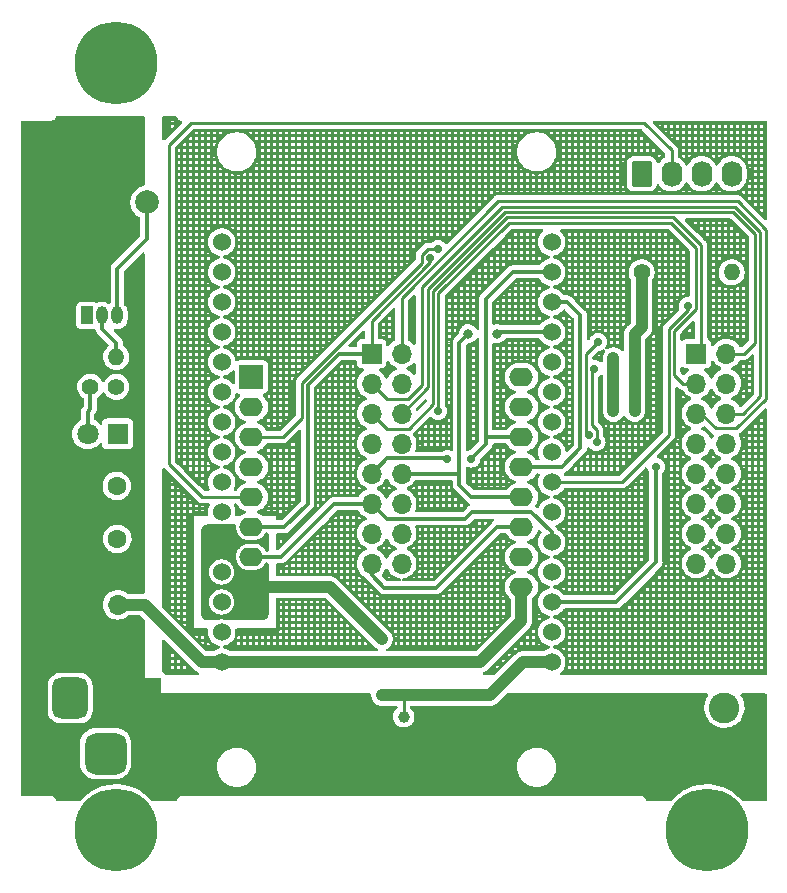
<source format=gbr>
%TF.GenerationSoftware,KiCad,Pcbnew,(6.0.9)*%
%TF.CreationDate,2025-12-22T11:41:54+09:00*%
%TF.ProjectId,ESP8266-clock,45535038-3236-4362-9d63-6c6f636b2e6b,rev?*%
%TF.SameCoordinates,Original*%
%TF.FileFunction,Copper,L1,Top*%
%TF.FilePolarity,Positive*%
%FSLAX46Y46*%
G04 Gerber Fmt 4.6, Leading zero omitted, Abs format (unit mm)*
G04 Created by KiCad (PCBNEW (6.0.9)) date 2025-12-22 11:41:54*
%MOMM*%
%LPD*%
G01*
G04 APERTURE LIST*
G04 Aperture macros list*
%AMRoundRect*
0 Rectangle with rounded corners*
0 $1 Rounding radius*
0 $2 $3 $4 $5 $6 $7 $8 $9 X,Y pos of 4 corners*
0 Add a 4 corners polygon primitive as box body*
4,1,4,$2,$3,$4,$5,$6,$7,$8,$9,$2,$3,0*
0 Add four circle primitives for the rounded corners*
1,1,$1+$1,$2,$3*
1,1,$1+$1,$4,$5*
1,1,$1+$1,$6,$7*
1,1,$1+$1,$8,$9*
0 Add four rect primitives between the rounded corners*
20,1,$1+$1,$2,$3,$4,$5,0*
20,1,$1+$1,$4,$5,$6,$7,0*
20,1,$1+$1,$6,$7,$8,$9,0*
20,1,$1+$1,$8,$9,$2,$3,0*%
G04 Aperture macros list end*
%TA.AperFunction,ComponentPad*%
%ADD10C,1.524000*%
%TD*%
%TA.AperFunction,ComponentPad*%
%ADD11RoundRect,0.250000X-0.620000X-0.845000X0.620000X-0.845000X0.620000X0.845000X-0.620000X0.845000X0*%
%TD*%
%TA.AperFunction,ComponentPad*%
%ADD12O,1.740000X2.190000*%
%TD*%
%TA.AperFunction,ComponentPad*%
%ADD13R,2.000000X2.000000*%
%TD*%
%TA.AperFunction,ComponentPad*%
%ADD14O,2.000000X1.600000*%
%TD*%
%TA.AperFunction,ComponentPad*%
%ADD15C,0.800000*%
%TD*%
%TA.AperFunction,ComponentPad*%
%ADD16C,7.000000*%
%TD*%
%TA.AperFunction,ComponentPad*%
%ADD17R,3.500000X3.500000*%
%TD*%
%TA.AperFunction,ComponentPad*%
%ADD18RoundRect,0.750000X-0.750000X-1.000000X0.750000X-1.000000X0.750000X1.000000X-0.750000X1.000000X0*%
%TD*%
%TA.AperFunction,ComponentPad*%
%ADD19RoundRect,0.875000X-0.875000X-0.875000X0.875000X-0.875000X0.875000X0.875000X-0.875000X0.875000X0*%
%TD*%
%TA.AperFunction,SMDPad,CuDef*%
%ADD20C,1.000000*%
%TD*%
%TA.AperFunction,ComponentPad*%
%ADD21R,1.000000X1.500000*%
%TD*%
%TA.AperFunction,ComponentPad*%
%ADD22O,1.000000X1.500000*%
%TD*%
%TA.AperFunction,ComponentPad*%
%ADD23R,2.600000X2.600000*%
%TD*%
%TA.AperFunction,ComponentPad*%
%ADD24C,2.600000*%
%TD*%
%TA.AperFunction,ComponentPad*%
%ADD25C,1.600000*%
%TD*%
%TA.AperFunction,ComponentPad*%
%ADD26R,1.600000X1.600000*%
%TD*%
%TA.AperFunction,ComponentPad*%
%ADD27C,2.000000*%
%TD*%
%TA.AperFunction,ComponentPad*%
%ADD28C,1.400000*%
%TD*%
%TA.AperFunction,ComponentPad*%
%ADD29O,1.400000X1.400000*%
%TD*%
%TA.AperFunction,ComponentPad*%
%ADD30R,1.700000X1.700000*%
%TD*%
%TA.AperFunction,ComponentPad*%
%ADD31O,1.700000X1.700000*%
%TD*%
%TA.AperFunction,ComponentPad*%
%ADD32R,1.800000X1.800000*%
%TD*%
%TA.AperFunction,ComponentPad*%
%ADD33C,1.800000*%
%TD*%
%TA.AperFunction,ViaPad*%
%ADD34C,0.800000*%
%TD*%
%TA.AperFunction,ViaPad*%
%ADD35C,0.700000*%
%TD*%
%TA.AperFunction,Conductor*%
%ADD36C,1.000000*%
%TD*%
%TA.AperFunction,Conductor*%
%ADD37C,0.300000*%
%TD*%
%TA.AperFunction,Conductor*%
%ADD38C,0.250000*%
%TD*%
G04 APERTURE END LIST*
D10*
%TO.P,U1,1,A0(ADC0)*%
%TO.N,unconnected-(U1-Pad1)*%
X47030000Y-122680000D03*
%TO.P,U1,2,RSV*%
%TO.N,unconnected-(U1-Pad2)*%
X47030000Y-125220000D03*
%TO.P,U1,3,RSV*%
%TO.N,unconnected-(U1-Pad3)*%
X47030000Y-127760000D03*
%TO.P,U1,4,SD3(GPIO10)*%
%TO.N,unconnected-(U1-Pad4)*%
X47030000Y-130300000D03*
%TO.P,U1,5,SD2(GPIO9)*%
%TO.N,unconnected-(U1-Pad5)*%
X47030000Y-132840000D03*
%TO.P,U1,6,SD1(MOSI)*%
%TO.N,unconnected-(U1-Pad6)*%
X47030000Y-135380000D03*
%TO.P,U1,7,CMD(CS)*%
%TO.N,unconnected-(U1-Pad7)*%
X47030000Y-137920000D03*
%TO.P,U1,8,SDO(MISO)*%
%TO.N,unconnected-(U1-Pad8)*%
X47030000Y-140460000D03*
%TO.P,U1,9,CLK(SCLK)*%
%TO.N,unconnected-(U1-Pad9)*%
X47030000Y-143000000D03*
%TO.P,U1,10,GND*%
%TO.N,GND*%
X47030000Y-145540000D03*
%TO.P,U1,11,3.3V*%
%TO.N,+3V3*%
X47030000Y-148080000D03*
%TO.P,U1,12,EN*%
%TO.N,unconnected-(U1-Pad12)*%
X47030000Y-150620000D03*
%TO.P,U1,13,RST*%
%TO.N,unconnected-(U1-Pad13)*%
X47030000Y-153160000D03*
%TO.P,U1,14,GND*%
%TO.N,GND*%
X47030000Y-155700000D03*
%TO.P,U1,15,VIN*%
%TO.N,VCC*%
X47030000Y-158240000D03*
%TO.P,U1,16,3.3V*%
%TO.N,+3V3*%
X74970000Y-158240000D03*
%TO.P,U1,17,GND*%
%TO.N,GND*%
X74970000Y-155700000D03*
%TO.P,U1,18,TX(GPIO1)*%
%TO.N,/SIG*%
X74970000Y-153160000D03*
%TO.P,U1,19,RX(DPIO3)*%
%TO.N,unconnected-(U1-Pad19)*%
X74970000Y-150620000D03*
%TO.P,U1,20,D8(GPIO15)*%
%TO.N,/C*%
X74970000Y-148080000D03*
%TO.P,U1,21,D7(GPIO13)*%
%TO.N,/RED1*%
X74970000Y-145540000D03*
%TO.P,U1,22,D6(GPIO12)*%
%TO.N,/DHT_IO*%
X74970000Y-143000000D03*
%TO.P,U1,23,D5(GPIO14)*%
%TO.N,/CLK*%
X74970000Y-140460000D03*
%TO.P,U1,24,GND*%
%TO.N,GND*%
X74970000Y-137920000D03*
%TO.P,U1,25,3.3V*%
%TO.N,+3V3*%
X74970000Y-135380000D03*
%TO.P,U1,26,D4(GPIO2)*%
%TO.N,/OE*%
X74970000Y-132840000D03*
%TO.P,U1,27,D3(GPIO0)*%
%TO.N,/B*%
X74970000Y-130300000D03*
%TO.P,U1,28,D2(GPIO4)*%
%TO.N,/D*%
X74970000Y-127760000D03*
%TO.P,U1,29,D1(GPIO5)*%
%TO.N,/A*%
X74970000Y-125220000D03*
%TO.P,U1,30,D0(GPIO16)*%
%TO.N,/LATCH*%
X74970000Y-122680000D03*
%TD*%
D11*
%TO.P,U3,1,VCC*%
%TO.N,+3V3*%
X82587500Y-116902500D03*
D12*
%TO.P,U3,2,IO*%
%TO.N,/DHT_IO*%
X85127500Y-116902500D03*
%TO.P,U3,3,NC*%
%TO.N,unconnected-(U3-Pad3)*%
X87667500Y-116902500D03*
%TO.P,U3,4,GND*%
%TO.N,GND*%
X90207500Y-116902500D03*
%TD*%
D13*
%TO.P,U2,1,~{RST}*%
%TO.N,unconnected-(U2-Pad1)*%
X49555000Y-134110000D03*
D14*
%TO.P,U2,2,A0*%
%TO.N,unconnected-(U2-Pad2)*%
X49555000Y-136650000D03*
%TO.P,U2,3,D0*%
%TO.N,/LATCH*%
X49555000Y-139190000D03*
%TO.P,U2,4,SCK/D5*%
%TO.N,/CLK*%
X49555000Y-141730000D03*
%TO.P,U2,5,MISO/D6*%
%TO.N,/DHT_IO*%
X49555000Y-144270000D03*
%TO.P,U2,6,MOSI/D7*%
%TO.N,/RED1*%
X49555000Y-146810000D03*
%TO.P,U2,7,CS/D8*%
%TO.N,/C*%
X49555000Y-149350000D03*
%TO.P,U2,8,3V3*%
%TO.N,+3V3*%
X49555000Y-151890000D03*
%TO.P,U2,9,5V*%
%TO.N,VCC*%
X72415000Y-151890000D03*
%TO.P,U2,10,GND*%
%TO.N,GND*%
X72415000Y-149350000D03*
%TO.P,U2,11,D4*%
%TO.N,/OE*%
X72415000Y-146810000D03*
%TO.P,U2,12,D3*%
%TO.N,/B*%
X72415000Y-144270000D03*
%TO.P,U2,13,SDA/D2*%
%TO.N,/D*%
X72415000Y-141730000D03*
%TO.P,U2,14,SCL/D1*%
%TO.N,/A*%
X72415000Y-139190000D03*
%TO.P,U2,15,RX*%
%TO.N,unconnected-(U2-Pad15)*%
X72415000Y-136650000D03*
%TO.P,U2,16,TX*%
%TO.N,/SIG*%
X72415000Y-134110000D03*
%TD*%
D15*
%TO.P,H5,1*%
%TO.N,N/C*%
X40725000Y-107500000D03*
X38100000Y-104875000D03*
X36243845Y-105643845D03*
X39956155Y-109356155D03*
X38100000Y-110125000D03*
X36243845Y-109356155D03*
X39956155Y-105643845D03*
X35475000Y-107500000D03*
D16*
X38100000Y-107500000D03*
%TD*%
D17*
%TO.P,J1,1*%
%TO.N,+5V*%
X40200000Y-161292500D03*
D18*
%TO.P,J1,2*%
%TO.N,GND*%
X34200000Y-161292500D03*
D19*
%TO.P,J1,3*%
X37200000Y-165992500D03*
%TD*%
D20*
%TO.P,TP2,1,1*%
%TO.N,+3V3*%
X62450000Y-162875000D03*
%TD*%
D21*
%TO.P,Q1,1,E*%
%TO.N,GND*%
X35630000Y-128900000D03*
D22*
%TO.P,Q1,2,B*%
%TO.N,Net-(Q1-Pad2)*%
X36900000Y-128900000D03*
%TO.P,Q1,3,C*%
%TO.N,Net-(BZ1-Pad2)*%
X38170000Y-128900000D03*
%TD*%
D23*
%TO.P,J2,1,Pin_1*%
%TO.N,+5V*%
X84600000Y-162100000D03*
D24*
%TO.P,J2,2,Pin_2*%
%TO.N,GND*%
X89600000Y-162100000D03*
%TD*%
D25*
%TO.P,C2,1*%
%TO.N,+5V*%
X35650000Y-143325000D03*
%TO.P,C2,2*%
%TO.N,GND*%
X38150000Y-143325000D03*
%TD*%
D26*
%TO.P,C1,1*%
%TO.N,+5V*%
X35700000Y-147825000D03*
D25*
%TO.P,C1,2*%
%TO.N,GND*%
X38200000Y-147825000D03*
%TD*%
D13*
%TO.P,BZ1,1,-*%
%TO.N,+5V*%
X33100000Y-119300000D03*
D27*
%TO.P,BZ1,2,+*%
%TO.N,Net-(BZ1-Pad2)*%
X40700000Y-119300000D03*
%TD*%
D15*
%TO.P,H7,1*%
%TO.N,N/C*%
X36243845Y-174356155D03*
X38100000Y-175125000D03*
X39956155Y-170643845D03*
X36243845Y-170643845D03*
X40725000Y-172500000D03*
X35475000Y-172500000D03*
X38100000Y-169875000D03*
X39956155Y-174356155D03*
D16*
X38100000Y-172500000D03*
%TD*%
D28*
%TO.P,R3,1*%
%TO.N,/SIG*%
X38100000Y-134945000D03*
D29*
%TO.P,R3,2*%
%TO.N,Net-(Q1-Pad2)*%
X38100000Y-132405000D03*
%TD*%
D15*
%TO.P,H6,1*%
%TO.N,N/C*%
X85475000Y-172500000D03*
X89956155Y-170643845D03*
X88100000Y-169875000D03*
D16*
X88100000Y-172500000D03*
D15*
X86243845Y-170643845D03*
X86243845Y-174356155D03*
X88100000Y-175125000D03*
X89956155Y-174356155D03*
X90725000Y-172500000D03*
%TD*%
D30*
%TO.P,J3,1,Pin_1*%
%TO.N,/RED1*%
X59725000Y-132125000D03*
D31*
%TO.P,J3,2,Pin_2*%
%TO.N,/GREEN1*%
X62265000Y-132125000D03*
%TO.P,J3,3,Pin_3*%
%TO.N,/BLUE1*%
X59725000Y-134665000D03*
%TO.P,J3,4,Pin_4*%
%TO.N,GND*%
X62265000Y-134665000D03*
%TO.P,J3,5,Pin_5*%
%TO.N,/RED2*%
X59725000Y-137205000D03*
%TO.P,J3,6,Pin_6*%
%TO.N,/GREEN2*%
X62265000Y-137205000D03*
%TO.P,J3,7,Pin_7*%
%TO.N,/BLUE2*%
X59725000Y-139745000D03*
%TO.P,J3,8,Pin_8*%
%TO.N,GND*%
X62265000Y-139745000D03*
%TO.P,J3,9,Pin_9*%
%TO.N,/A*%
X59725000Y-142285000D03*
%TO.P,J3,10,Pin_10*%
%TO.N,/B*%
X62265000Y-142285000D03*
%TO.P,J3,11,Pin_11*%
%TO.N,/C*%
X59725000Y-144825000D03*
%TO.P,J3,12,Pin_12*%
%TO.N,/D*%
X62265000Y-144825000D03*
%TO.P,J3,13,Pin_13*%
%TO.N,/CLK*%
X59725000Y-147365000D03*
%TO.P,J3,14,Pin_14*%
%TO.N,/LATCH*%
X62265000Y-147365000D03*
%TO.P,J3,15,Pin_15*%
%TO.N,/OE*%
X59725000Y-149905000D03*
%TO.P,J3,16,Pin_16*%
%TO.N,GND*%
X62265000Y-149905000D03*
%TD*%
D30*
%TO.P,JP1,1,A*%
%TO.N,+5V*%
X35700000Y-153400000D03*
D31*
%TO.P,JP1,2,B*%
%TO.N,VCC*%
X38240000Y-153400000D03*
%TD*%
D20*
%TO.P,TP1,1,1*%
%TO.N,+5V*%
X59400000Y-162875000D03*
%TD*%
D28*
%TO.P,R2,1*%
%TO.N,+3V3*%
X82587500Y-125250000D03*
D29*
%TO.P,R2,2*%
%TO.N,/DHT_IO*%
X90207500Y-125250000D03*
%TD*%
D32*
%TO.P,D1,1,K*%
%TO.N,GND*%
X38220000Y-138925000D03*
D33*
%TO.P,D1,2,A*%
%TO.N,Net-(D1-Pad2)*%
X35680000Y-138925000D03*
%TD*%
D28*
%TO.P,R1,1*%
%TO.N,Net-(D1-Pad2)*%
X35900000Y-134945000D03*
D29*
%TO.P,R1,2*%
%TO.N,+5V*%
X35900000Y-132405000D03*
%TD*%
D30*
%TO.P,J4,1,Pin_1*%
%TO.N,/RED2*%
X87225000Y-132125000D03*
D31*
%TO.P,J4,2,Pin_2*%
%TO.N,/GREEN2*%
X89765000Y-132125000D03*
%TO.P,J4,3,Pin_3*%
%TO.N,/BLUE2*%
X87225000Y-134665000D03*
%TO.P,J4,4,Pin_4*%
%TO.N,unconnected-(J4-Pad4)*%
X89765000Y-134665000D03*
%TO.P,J4,5,Pin_5*%
%TO.N,/GREEN1*%
X87225000Y-137205000D03*
%TO.P,J4,6,Pin_6*%
%TO.N,/BLUE1*%
X89765000Y-137205000D03*
%TO.P,J4,7,Pin_7*%
%TO.N,unconnected-(J4-Pad7)*%
X87225000Y-139745000D03*
%TO.P,J4,8,Pin_8*%
%TO.N,unconnected-(J4-Pad8)*%
X89765000Y-139745000D03*
%TO.P,J4,9,Pin_9*%
%TO.N,unconnected-(J4-Pad9)*%
X87225000Y-142285000D03*
%TO.P,J4,10,Pin_10*%
%TO.N,unconnected-(J4-Pad10)*%
X89765000Y-142285000D03*
%TO.P,J4,11,Pin_11*%
%TO.N,unconnected-(J4-Pad11)*%
X87225000Y-144825000D03*
%TO.P,J4,12,Pin_12*%
%TO.N,unconnected-(J4-Pad12)*%
X89765000Y-144825000D03*
%TO.P,J4,13,Pin_13*%
%TO.N,unconnected-(J4-Pad13)*%
X87225000Y-147365000D03*
%TO.P,J4,14,Pin_14*%
%TO.N,unconnected-(J4-Pad14)*%
X89765000Y-147365000D03*
%TO.P,J4,15,Pin_15*%
%TO.N,unconnected-(J4-Pad15)*%
X87225000Y-149905000D03*
%TO.P,J4,16,Pin_16*%
%TO.N,unconnected-(J4-Pad16)*%
X89765000Y-149905000D03*
%TD*%
D34*
%TO.N,GND*%
X80200000Y-132500000D03*
X80200000Y-137000000D03*
D35*
%TO.N,/RED1*%
X78099500Y-139000000D03*
X64669503Y-124069503D03*
X78899500Y-131150000D03*
%TO.N,/BLUE2*%
X65362299Y-137012299D03*
%TO.N,/A*%
X66150000Y-141050000D03*
X68175000Y-141025000D03*
D34*
%TO.N,/B*%
X67900000Y-130450000D03*
X70350000Y-130450000D03*
D35*
%TO.N,/LATCH*%
X65344503Y-123275500D03*
%TO.N,/OE*%
X78774500Y-139635515D03*
X78574500Y-133400000D03*
D34*
%TO.N,+3V3*%
X82000000Y-137000000D03*
X60600000Y-156300000D03*
X60600000Y-161050000D03*
D35*
%TO.N,/SIG*%
X83800000Y-141700000D03*
%TO.N,/DHT_IO*%
X86499028Y-128097084D03*
%TD*%
D36*
%TO.N,+5V*%
X35700000Y-153825000D02*
X35700000Y-156500000D01*
X35700000Y-143375000D02*
X35650000Y-143325000D01*
X39800000Y-160600000D02*
X39800000Y-162642500D01*
X35700000Y-153825000D02*
X35700000Y-155625000D01*
X35700000Y-147825000D02*
X35700000Y-143375000D01*
X35700000Y-156500000D02*
X39800000Y-160600000D01*
X35700000Y-153825000D02*
X35700000Y-147825000D01*
%TO.N,GND*%
X80200000Y-132500000D02*
X80200000Y-137000000D01*
D37*
%TO.N,Net-(D1-Pad2)*%
X35900000Y-136825000D02*
X35900000Y-134945000D01*
X35680000Y-137045000D02*
X35900000Y-136825000D01*
X35680000Y-138925000D02*
X35680000Y-137045000D01*
X35680000Y-138925000D02*
X35800000Y-138805000D01*
X35800000Y-135045000D02*
X35900000Y-134945000D01*
D38*
%TO.N,/RED1*%
X64669503Y-124386995D02*
X59725000Y-129331498D01*
D37*
X54300000Y-134791854D02*
X56966854Y-132125000D01*
D38*
X78099500Y-139000000D02*
X77900000Y-138800500D01*
D37*
X56966854Y-132125000D02*
X59725000Y-132125000D01*
X49555000Y-146810000D02*
X52340000Y-146810000D01*
D38*
X64669503Y-124069503D02*
X64669503Y-124386995D01*
D37*
X52340000Y-146810000D02*
X54300000Y-144850000D01*
X54300000Y-144850000D02*
X54300000Y-134791854D01*
D38*
X59725000Y-129331498D02*
X59725000Y-132125000D01*
X77900000Y-138800500D02*
X77900000Y-132149500D01*
X77900000Y-132149500D02*
X78899500Y-131150000D01*
%TO.N,/GREEN1*%
X62265000Y-132125000D02*
X62265000Y-127427894D01*
X93100000Y-135936396D02*
X90586396Y-138450000D01*
X88870000Y-138450000D02*
X87625000Y-137205000D01*
X70442894Y-119250000D02*
X90708147Y-119250000D01*
X90708147Y-119250000D02*
X93100000Y-121641853D01*
X90586396Y-138450000D02*
X88870000Y-138450000D01*
X93100000Y-121641853D02*
X93100000Y-135936396D01*
X62265000Y-127427894D02*
X70442894Y-119250000D01*
%TO.N,/BLUE1*%
X91195000Y-137205000D02*
X90165000Y-137205000D01*
X62848248Y-135950000D02*
X63975000Y-134823248D01*
X90521751Y-119700000D02*
X92650000Y-121828249D01*
X92650000Y-121828249D02*
X92650000Y-135750000D01*
X70735354Y-119700000D02*
X90521751Y-119700000D01*
X59725000Y-134665000D02*
X61010000Y-135950000D01*
X61010000Y-135950000D02*
X62848248Y-135950000D01*
X63975000Y-134823248D02*
X63975000Y-126460354D01*
X63975000Y-126460354D02*
X70735354Y-119700000D01*
X92650000Y-135750000D02*
X91195000Y-137205000D01*
%TO.N,/RED2*%
X87625000Y-122975000D02*
X87625000Y-132125000D01*
X85250000Y-120600000D02*
X87625000Y-122975000D01*
X62850000Y-138500000D02*
X64925000Y-136425000D01*
X64925000Y-126853858D02*
X71178858Y-120600000D01*
X64925000Y-136425000D02*
X64925000Y-126853858D01*
X61020000Y-138500000D02*
X62850000Y-138500000D01*
X59725000Y-137205000D02*
X61020000Y-138500000D01*
X71178858Y-120600000D02*
X85250000Y-120600000D01*
%TO.N,/GREEN2*%
X62265000Y-137205000D02*
X64475000Y-134995000D01*
X91275000Y-132125000D02*
X90165000Y-132125000D01*
X92200000Y-131200000D02*
X91275000Y-132125000D01*
X92200000Y-122014645D02*
X92200000Y-131200000D01*
X64475000Y-126667462D02*
X70992462Y-120150000D01*
X90335355Y-120150000D02*
X92200000Y-122014645D01*
X70992462Y-120150000D02*
X90335355Y-120150000D01*
X64475000Y-134995000D02*
X64475000Y-126667462D01*
%TO.N,/BLUE2*%
X85063604Y-121050000D02*
X87175000Y-123161396D01*
X71365254Y-121050000D02*
X85063604Y-121050000D01*
X65375000Y-127040254D02*
X71365254Y-121050000D01*
X85350000Y-133950000D02*
X86065000Y-134665000D01*
X86065000Y-134665000D02*
X87225000Y-134665000D01*
X65362299Y-137012299D02*
X65375000Y-136999598D01*
X85350000Y-130200000D02*
X85350000Y-133950000D01*
X87175000Y-128375000D02*
X85350000Y-130200000D01*
X65375000Y-136999598D02*
X65375000Y-127040254D01*
X87175000Y-123161396D02*
X87175000Y-128375000D01*
D37*
%TO.N,/A*%
X59725000Y-142285000D02*
X61010000Y-141000000D01*
X69400000Y-127500000D02*
X71680000Y-125220000D01*
X61010000Y-141000000D02*
X66100000Y-141000000D01*
X69400000Y-139190000D02*
X72415000Y-139190000D01*
X68175000Y-141025000D02*
X69400000Y-139800000D01*
X69400000Y-139800000D02*
X69400000Y-127500000D01*
X71680000Y-125220000D02*
X74970000Y-125220000D01*
X66100000Y-141000000D02*
X66150000Y-141050000D01*
%TO.N,/B*%
X67150000Y-142200000D02*
X67150000Y-131200000D01*
X62265000Y-142285000D02*
X67065000Y-142285000D01*
X67150000Y-131200000D02*
X67900000Y-130450000D01*
X70500000Y-130300000D02*
X74970000Y-130300000D01*
X67150000Y-143250000D02*
X68170000Y-144270000D01*
X67150000Y-142050000D02*
X67150000Y-143250000D01*
X68170000Y-144270000D02*
X72415000Y-144270000D01*
X70350000Y-130450000D02*
X70500000Y-130300000D01*
X67065000Y-142285000D02*
X67150000Y-142200000D01*
%TO.N,/C*%
X73250000Y-145550000D02*
X74970000Y-147270000D01*
X61000000Y-146100000D02*
X67650000Y-146100000D01*
X59725000Y-144825000D02*
X61000000Y-146100000D01*
X56575000Y-144825000D02*
X59725000Y-144825000D01*
X68200000Y-145550000D02*
X73250000Y-145550000D01*
X74970000Y-147270000D02*
X74970000Y-148080000D01*
X67650000Y-146100000D02*
X68200000Y-145550000D01*
X52050000Y-149350000D02*
X56575000Y-144825000D01*
X49555000Y-149350000D02*
X52050000Y-149350000D01*
%TO.N,/D*%
X72415000Y-141730000D02*
X75820000Y-141730000D01*
X77400000Y-140150000D02*
X77400000Y-128900000D01*
X76260000Y-127760000D02*
X74970000Y-127760000D01*
X75820000Y-141730000D02*
X77400000Y-140150000D01*
X77400000Y-128900000D02*
X76260000Y-127760000D01*
D38*
%TO.N,/LATCH*%
X65344503Y-123275500D02*
X64508911Y-123275500D01*
X63994503Y-123789908D02*
X63994503Y-124425599D01*
X53825000Y-134595102D02*
X53825000Y-137575000D01*
X64508911Y-123275500D02*
X63994503Y-123789908D01*
X63994503Y-124425599D02*
X53825000Y-134595102D01*
X52210000Y-139190000D02*
X49555000Y-139190000D01*
X53825000Y-137575000D02*
X52210000Y-139190000D01*
%TO.N,/OE*%
X78350000Y-133624500D02*
X78350000Y-138169766D01*
X78574500Y-133400000D02*
X78350000Y-133624500D01*
D37*
X59725000Y-149905000D02*
X59725000Y-150875000D01*
X65200000Y-151950000D02*
X70340000Y-146810000D01*
X70340000Y-146810000D02*
X72415000Y-146810000D01*
D38*
X78350000Y-138169766D02*
X78774500Y-138594266D01*
X78774500Y-138594266D02*
X78774500Y-139635515D01*
D37*
X60800000Y-151950000D02*
X65200000Y-151950000D01*
X59725000Y-150875000D02*
X60800000Y-151950000D01*
D36*
%TO.N,+3V3*%
X69725000Y-161050000D02*
X72535000Y-158240000D01*
D38*
X62450000Y-162875000D02*
X62450000Y-161075000D01*
D36*
X56190000Y-151890000D02*
X60600000Y-156300000D01*
X82000000Y-137000000D02*
X82000000Y-130500000D01*
X72535000Y-158240000D02*
X74970000Y-158240000D01*
X60600000Y-161050000D02*
X62625000Y-161050000D01*
X82000000Y-130500000D02*
X82587500Y-129912500D01*
X49555000Y-151890000D02*
X56190000Y-151890000D01*
X62625000Y-161050000D02*
X69725000Y-161050000D01*
X82587500Y-129912500D02*
X82587500Y-125250000D01*
D38*
X62600000Y-161075000D02*
X62625000Y-161050000D01*
D37*
%TO.N,/SIG*%
X80440000Y-153160000D02*
X74970000Y-153160000D01*
X83800000Y-141700000D02*
X83800000Y-149800000D01*
X83800000Y-149800000D02*
X80440000Y-153160000D01*
D36*
%TO.N,VCC*%
X38240000Y-153400000D02*
X40500000Y-153400000D01*
X45340000Y-158240000D02*
X47030000Y-158240000D01*
X68910000Y-158240000D02*
X72415000Y-154735000D01*
X47030000Y-158240000D02*
X68910000Y-158240000D01*
X40500000Y-153400000D02*
X45340000Y-158240000D01*
X72415000Y-154735000D02*
X72415000Y-151890000D01*
D38*
%TO.N,/DHT_IO*%
X45370000Y-144270000D02*
X42550000Y-141450000D01*
X82800000Y-112600000D02*
X85127500Y-114927500D01*
X42550000Y-114450000D02*
X44400000Y-112600000D01*
X49555000Y-144270000D02*
X45370000Y-144270000D01*
X44400000Y-112600000D02*
X82800000Y-112600000D01*
X86498056Y-128098056D02*
X86498056Y-128415548D01*
X85127500Y-114927500D02*
X85127500Y-116902500D01*
X84900000Y-130013604D02*
X84900000Y-139000000D01*
X42550000Y-141450000D02*
X42550000Y-114450000D01*
X84900000Y-139000000D02*
X80900000Y-143000000D01*
X80900000Y-143000000D02*
X74970000Y-143000000D01*
X86498056Y-128415548D02*
X84900000Y-130013604D01*
D37*
%TO.N,Net-(Q1-Pad2)*%
X36900000Y-130025000D02*
X38100000Y-131225000D01*
X38100000Y-131225000D02*
X38100000Y-132405000D01*
X36900000Y-128900000D02*
X36900000Y-130025000D01*
%TO.N,Net-(BZ1-Pad2)*%
X38170000Y-128900000D02*
X38170000Y-124930000D01*
X38170000Y-124930000D02*
X40700000Y-122400000D01*
X40700000Y-122400000D02*
X40700000Y-119300000D01*
%TD*%
%TA.AperFunction,Conductor*%
%TO.N,+5V*%
G36*
X40442121Y-112020002D02*
G01*
X40488614Y-112073658D01*
X40500000Y-112126000D01*
X40500000Y-117805541D01*
X40479998Y-117873662D01*
X40426342Y-117920155D01*
X40393061Y-117930091D01*
X40374325Y-117932958D01*
X40155424Y-118004506D01*
X39951149Y-118110845D01*
X39766984Y-118249119D01*
X39607877Y-118415616D01*
X39478099Y-118605863D01*
X39475923Y-118610552D01*
X39475919Y-118610558D01*
X39397900Y-118778636D01*
X39381136Y-118814752D01*
X39319592Y-119036673D01*
X39295119Y-119265665D01*
X39308376Y-119495580D01*
X39309513Y-119500626D01*
X39309514Y-119500632D01*
X39341438Y-119642289D01*
X39359006Y-119720242D01*
X39445649Y-119933618D01*
X39565979Y-120129978D01*
X39716763Y-120304048D01*
X39893953Y-120451154D01*
X40087071Y-120564003D01*
X40135794Y-120615642D01*
X40149500Y-120672791D01*
X40149500Y-122119786D01*
X40129498Y-122187907D01*
X40112595Y-122208881D01*
X37791358Y-124530118D01*
X37787549Y-124533771D01*
X37741844Y-124575799D01*
X37718901Y-124612802D01*
X37712200Y-124622552D01*
X37685888Y-124657217D01*
X37682098Y-124666790D01*
X37680354Y-124671195D01*
X37670293Y-124691199D01*
X37662365Y-124703986D01*
X37659968Y-124712237D01*
X37659967Y-124712239D01*
X37650225Y-124745772D01*
X37646380Y-124757002D01*
X37630364Y-124797453D01*
X37629466Y-124805994D01*
X37629466Y-124805995D01*
X37628792Y-124812408D01*
X37624480Y-124834383D01*
X37620285Y-124848825D01*
X37619500Y-124859515D01*
X37619500Y-124894217D01*
X37618810Y-124907387D01*
X37614599Y-124947454D01*
X37616031Y-124955919D01*
X37616031Y-124955928D01*
X37617735Y-124966000D01*
X37619500Y-124987013D01*
X37619500Y-127812380D01*
X37599498Y-127880501D01*
X37545842Y-127926994D01*
X37475568Y-127937098D01*
X37419439Y-127914316D01*
X37406131Y-127904647D01*
X37352730Y-127865849D01*
X37179803Y-127788856D01*
X37081788Y-127768022D01*
X37001103Y-127750872D01*
X37001099Y-127750872D01*
X36994646Y-127749500D01*
X36805354Y-127749500D01*
X36798901Y-127750872D01*
X36798897Y-127750872D01*
X36718212Y-127768022D01*
X36620197Y-127788856D01*
X36500614Y-127842098D01*
X36430250Y-127851533D01*
X36375327Y-127828935D01*
X36368342Y-127821950D01*
X36359508Y-127817449D01*
X36359507Y-127817448D01*
X36300697Y-127787483D01*
X36255304Y-127764354D01*
X36245515Y-127762804D01*
X36245513Y-127762803D01*
X36218151Y-127758470D01*
X36161519Y-127749500D01*
X35630108Y-127749500D01*
X35098482Y-127749501D01*
X35093589Y-127750276D01*
X35093588Y-127750276D01*
X35014494Y-127762802D01*
X35014492Y-127762803D01*
X35004696Y-127764354D01*
X34891658Y-127821950D01*
X34801950Y-127911658D01*
X34744354Y-128024696D01*
X34729500Y-128118481D01*
X34729501Y-129681518D01*
X34730276Y-129686411D01*
X34730276Y-129686412D01*
X34741276Y-129755866D01*
X34744354Y-129775304D01*
X34748857Y-129784141D01*
X34748857Y-129784142D01*
X34755844Y-129797854D01*
X34801950Y-129888342D01*
X34891658Y-129978050D01*
X35004696Y-130035646D01*
X35014485Y-130037196D01*
X35014487Y-130037197D01*
X35041849Y-130041530D01*
X35098481Y-130050500D01*
X35629892Y-130050500D01*
X36161518Y-130050499D01*
X36216780Y-130041747D01*
X36287191Y-130050847D01*
X36341504Y-130096570D01*
X36361323Y-130149094D01*
X36364794Y-130174432D01*
X36368206Y-130182316D01*
X36368206Y-130182317D01*
X36370765Y-130188230D01*
X36377799Y-130209499D01*
X36381232Y-130224136D01*
X36385369Y-130231661D01*
X36385370Y-130231664D01*
X36402195Y-130262268D01*
X36407411Y-130272913D01*
X36424695Y-130312855D01*
X36434158Y-130324541D01*
X36446645Y-130343125D01*
X36453893Y-130356308D01*
X36460897Y-130364422D01*
X36485433Y-130388958D01*
X36494258Y-130398759D01*
X36514206Y-130423392D01*
X36519614Y-130430070D01*
X36526612Y-130435043D01*
X36526617Y-130435048D01*
X36534948Y-130440968D01*
X36551054Y-130454579D01*
X37438872Y-131342397D01*
X37472898Y-131404709D01*
X37467833Y-131475524D01*
X37432854Y-131526224D01*
X37298305Y-131644220D01*
X37173089Y-131803057D01*
X37078914Y-131982053D01*
X37018937Y-132175213D01*
X36995164Y-132376069D01*
X37008392Y-132577894D01*
X37028555Y-132657286D01*
X37044784Y-132721187D01*
X37058178Y-132773928D01*
X37142856Y-132957607D01*
X37170082Y-132996131D01*
X37243704Y-133100304D01*
X37259588Y-133122780D01*
X37263730Y-133126815D01*
X37320454Y-133182073D01*
X37404466Y-133263913D01*
X37572637Y-133376282D01*
X37577940Y-133378560D01*
X37577943Y-133378562D01*
X37694860Y-133428793D01*
X37758470Y-133456122D01*
X37955740Y-133500760D01*
X37961509Y-133500987D01*
X37961512Y-133500987D01*
X38037683Y-133503979D01*
X38157842Y-133508700D01*
X38244132Y-133496189D01*
X38352286Y-133480508D01*
X38352291Y-133480507D01*
X38358007Y-133479678D01*
X38363479Y-133477820D01*
X38363481Y-133477820D01*
X38544067Y-133416519D01*
X38544069Y-133416518D01*
X38549531Y-133414664D01*
X38726001Y-133315837D01*
X38788433Y-133263913D01*
X38877073Y-133190191D01*
X38881505Y-133186505D01*
X39010837Y-133031001D01*
X39024548Y-133006519D01*
X39058899Y-132945179D01*
X39109664Y-132854531D01*
X39153854Y-132724354D01*
X39172820Y-132668481D01*
X39172820Y-132668479D01*
X39174678Y-132663007D01*
X39175507Y-132657291D01*
X39175508Y-132657286D01*
X39203167Y-132466516D01*
X39203700Y-132462842D01*
X39205215Y-132405000D01*
X39186708Y-132203591D01*
X39131807Y-132008926D01*
X39042351Y-131827527D01*
X39024079Y-131803057D01*
X38924788Y-131670091D01*
X38924787Y-131670090D01*
X38921335Y-131665467D01*
X38898350Y-131644220D01*
X38777052Y-131532093D01*
X38777049Y-131532091D01*
X38772812Y-131528174D01*
X38709265Y-131488079D01*
X38662326Y-131434812D01*
X38650500Y-131381517D01*
X38650500Y-131239993D01*
X38650611Y-131234717D01*
X38650796Y-131230310D01*
X38653210Y-131172706D01*
X38647813Y-131149696D01*
X38643273Y-131130338D01*
X38641110Y-131118667D01*
X38636372Y-131084081D01*
X38635206Y-131075568D01*
X38629235Y-131061770D01*
X38622201Y-131040501D01*
X38620730Y-131034228D01*
X38620729Y-131034226D01*
X38618768Y-131025864D01*
X38597805Y-130987734D01*
X38592583Y-130977073D01*
X38578716Y-130945027D01*
X38578715Y-130945026D01*
X38575305Y-130937145D01*
X38565842Y-130925459D01*
X38553351Y-130906871D01*
X38546106Y-130893692D01*
X38539103Y-130885578D01*
X38514567Y-130861042D01*
X38505742Y-130851241D01*
X38485794Y-130826608D01*
X38485793Y-130826607D01*
X38480386Y-130819930D01*
X38473388Y-130814957D01*
X38473383Y-130814952D01*
X38465052Y-130809032D01*
X38448946Y-130795421D01*
X37904572Y-130251047D01*
X37870546Y-130188735D01*
X37875611Y-130117920D01*
X37918158Y-130061084D01*
X37984678Y-130036273D01*
X38019864Y-130038706D01*
X38068888Y-130049127D01*
X38068901Y-130049128D01*
X38075354Y-130050500D01*
X38264646Y-130050500D01*
X38271099Y-130049128D01*
X38271103Y-130049128D01*
X38359840Y-130030266D01*
X38449803Y-130011144D01*
X38622730Y-129934151D01*
X38687524Y-129887076D01*
X38770532Y-129826767D01*
X38775871Y-129822888D01*
X38838612Y-129753208D01*
X38898114Y-129687124D01*
X38898115Y-129687123D01*
X38902533Y-129682216D01*
X38979349Y-129549167D01*
X38993875Y-129524007D01*
X38993876Y-129524006D01*
X38997179Y-129518284D01*
X39055674Y-129338256D01*
X39070500Y-129197192D01*
X39070500Y-128602808D01*
X39062003Y-128521963D01*
X39056364Y-128468307D01*
X39056364Y-128468305D01*
X39055674Y-128461744D01*
X38997179Y-128281716D01*
X38902533Y-128117784D01*
X38874400Y-128086539D01*
X38780288Y-127982017D01*
X38780285Y-127982015D01*
X38775871Y-127977112D01*
X38770528Y-127973230D01*
X38765624Y-127968815D01*
X38766883Y-127967416D01*
X38729083Y-127918392D01*
X38720500Y-127872683D01*
X38720500Y-125210215D01*
X38740502Y-125142094D01*
X38757405Y-125121120D01*
X40284906Y-123593619D01*
X40347217Y-123559594D01*
X40418032Y-123564658D01*
X40474868Y-123607205D01*
X40499679Y-123673725D01*
X40500000Y-123682714D01*
X40500000Y-152373500D01*
X40479998Y-152441621D01*
X40426342Y-152488114D01*
X40374000Y-152499500D01*
X39160165Y-152499500D01*
X39092044Y-152479498D01*
X39071070Y-152462595D01*
X39046877Y-152438402D01*
X39042369Y-152435245D01*
X39042366Y-152435243D01*
X38872148Y-152316055D01*
X38872145Y-152316053D01*
X38867639Y-152312898D01*
X38862657Y-152310575D01*
X38862652Y-152310572D01*
X38674312Y-152222748D01*
X38674311Y-152222747D01*
X38669330Y-152220425D01*
X38664022Y-152219003D01*
X38664020Y-152219002D01*
X38598255Y-152201380D01*
X38457977Y-152163793D01*
X38240000Y-152144723D01*
X38022023Y-152163793D01*
X37881745Y-152201380D01*
X37815980Y-152219002D01*
X37815978Y-152219003D01*
X37810670Y-152220425D01*
X37805690Y-152222747D01*
X37805688Y-152222748D01*
X37617343Y-152310575D01*
X37617340Y-152310577D01*
X37612362Y-152312898D01*
X37433123Y-152438402D01*
X37278402Y-152593123D01*
X37152898Y-152772362D01*
X37060425Y-152970670D01*
X37003793Y-153182023D01*
X36984723Y-153400000D01*
X37003793Y-153617977D01*
X37060425Y-153829330D01*
X37152898Y-154027638D01*
X37278402Y-154206877D01*
X37433123Y-154361598D01*
X37437631Y-154364755D01*
X37437634Y-154364757D01*
X37607852Y-154483945D01*
X37612361Y-154487102D01*
X37617343Y-154489425D01*
X37617348Y-154489428D01*
X37805688Y-154577252D01*
X37810670Y-154579575D01*
X37815978Y-154580997D01*
X37815980Y-154580998D01*
X37881745Y-154598620D01*
X38022023Y-154636207D01*
X38240000Y-154655277D01*
X38457977Y-154636207D01*
X38598255Y-154598620D01*
X38664020Y-154580998D01*
X38664022Y-154580997D01*
X38669330Y-154579575D01*
X38674312Y-154577252D01*
X38862652Y-154489428D01*
X38862657Y-154489425D01*
X38867639Y-154487102D01*
X38872148Y-154483945D01*
X39042366Y-154364757D01*
X39042369Y-154364755D01*
X39046877Y-154361598D01*
X39071070Y-154337405D01*
X39133382Y-154303379D01*
X39160165Y-154300500D01*
X40074811Y-154300500D01*
X40142932Y-154320502D01*
X40163906Y-154337405D01*
X40463095Y-154636594D01*
X40497121Y-154698906D01*
X40500000Y-154725689D01*
X40500000Y-160900000D01*
X59573500Y-160900000D01*
X59641621Y-160920002D01*
X59688114Y-160973658D01*
X59699500Y-161026000D01*
X59699500Y-161144646D01*
X59738856Y-161329803D01*
X59815849Y-161502730D01*
X59819729Y-161508071D01*
X59819730Y-161508072D01*
X59884394Y-161597074D01*
X59927112Y-161655871D01*
X59932014Y-161660284D01*
X59932015Y-161660286D01*
X60017420Y-161737185D01*
X60067784Y-161782533D01*
X60073505Y-161785836D01*
X60189139Y-161852597D01*
X60231716Y-161877179D01*
X60411744Y-161935674D01*
X60418305Y-161936364D01*
X60418307Y-161936364D01*
X60471963Y-161942003D01*
X60552808Y-161950500D01*
X61798500Y-161950500D01*
X61866621Y-161970502D01*
X61913114Y-162024158D01*
X61924500Y-162076500D01*
X61924500Y-162079519D01*
X61904498Y-162147640D01*
X61872561Y-162181455D01*
X61844129Y-162202112D01*
X61717467Y-162342784D01*
X61622821Y-162506716D01*
X61564326Y-162686744D01*
X61544540Y-162875000D01*
X61545230Y-162881565D01*
X61561319Y-163034641D01*
X61564326Y-163063256D01*
X61622821Y-163243284D01*
X61717467Y-163407216D01*
X61721885Y-163412123D01*
X61721886Y-163412124D01*
X61779917Y-163476573D01*
X61844129Y-163547888D01*
X61997270Y-163659151D01*
X62170197Y-163736144D01*
X62268212Y-163756978D01*
X62348897Y-163774128D01*
X62348901Y-163774128D01*
X62355354Y-163775500D01*
X62544646Y-163775500D01*
X62551099Y-163774128D01*
X62551103Y-163774128D01*
X62631788Y-163756978D01*
X62729803Y-163736144D01*
X62902730Y-163659151D01*
X63055871Y-163547888D01*
X63120084Y-163476573D01*
X63178114Y-163412124D01*
X63178115Y-163412123D01*
X63182533Y-163407216D01*
X63277179Y-163243284D01*
X63335674Y-163063256D01*
X63338682Y-163034641D01*
X63354770Y-162881565D01*
X63355460Y-162875000D01*
X63335674Y-162686744D01*
X63277179Y-162506716D01*
X63182533Y-162342784D01*
X63055871Y-162202112D01*
X63027439Y-162181455D01*
X62984085Y-162125233D01*
X62975500Y-162079519D01*
X62975500Y-162076500D01*
X62995502Y-162008379D01*
X63049158Y-161961886D01*
X63101500Y-161950500D01*
X69644213Y-161950500D01*
X69663923Y-161952051D01*
X69677612Y-161954219D01*
X69684200Y-161953874D01*
X69684204Y-161953874D01*
X69745280Y-161950673D01*
X69751874Y-161950500D01*
X69772192Y-161950500D01*
X69775459Y-161950157D01*
X69775470Y-161950156D01*
X69792400Y-161948376D01*
X69798966Y-161947859D01*
X69828627Y-161946305D01*
X69860052Y-161944659D01*
X69860057Y-161944658D01*
X69866646Y-161944313D01*
X69880037Y-161940725D01*
X69899479Y-161937122D01*
X69906693Y-161936364D01*
X69906695Y-161936364D01*
X69913256Y-161935674D01*
X69919533Y-161933634D01*
X69919535Y-161933634D01*
X69977701Y-161914735D01*
X69984025Y-161912862D01*
X70043109Y-161897030D01*
X70043115Y-161897028D01*
X70049488Y-161895320D01*
X70055367Y-161892324D01*
X70055371Y-161892323D01*
X70061840Y-161889027D01*
X70080097Y-161881464D01*
X70081453Y-161881023D01*
X70093284Y-161877179D01*
X70135862Y-161852597D01*
X70151971Y-161843297D01*
X70157766Y-161840151D01*
X70212266Y-161812381D01*
X70212269Y-161812379D01*
X70218149Y-161809383D01*
X70228920Y-161800661D01*
X70245209Y-161789466D01*
X70257216Y-161782533D01*
X70307580Y-161737185D01*
X70312596Y-161732901D01*
X70325816Y-161722195D01*
X70328380Y-161720119D01*
X70342729Y-161705770D01*
X70347513Y-161701229D01*
X70392985Y-161660286D01*
X70392986Y-161660284D01*
X70397888Y-161655871D01*
X70406041Y-161644649D01*
X70418878Y-161629621D01*
X71111594Y-160936905D01*
X71173906Y-160902879D01*
X71200689Y-160900000D01*
X88117483Y-160900000D01*
X88185604Y-160920002D01*
X88232097Y-160973658D01*
X88242201Y-161043932D01*
X88216521Y-161101705D01*
X88217419Y-161102346D01*
X88214706Y-161106150D01*
X88211715Y-161109746D01*
X88080595Y-161325825D01*
X88078786Y-161330139D01*
X88078785Y-161330141D01*
X88004173Y-161508072D01*
X87982854Y-161558911D01*
X87920639Y-161803883D01*
X87895316Y-162055361D01*
X87907443Y-162307820D01*
X87908356Y-162312409D01*
X87945868Y-162500993D01*
X87956752Y-162555713D01*
X87958331Y-162560111D01*
X87958333Y-162560118D01*
X88006153Y-162693307D01*
X88042160Y-162793595D01*
X88161792Y-163016240D01*
X88164587Y-163019984D01*
X88164589Y-163019986D01*
X88310226Y-163215018D01*
X88310231Y-163215024D01*
X88313018Y-163218756D01*
X88316327Y-163222036D01*
X88316332Y-163222042D01*
X88484026Y-163388279D01*
X88492517Y-163396696D01*
X88496279Y-163399454D01*
X88496282Y-163399457D01*
X88692031Y-163542985D01*
X88696346Y-163546149D01*
X88700481Y-163548325D01*
X88700485Y-163548327D01*
X88817952Y-163610129D01*
X88920026Y-163663833D01*
X89158644Y-163747162D01*
X89163237Y-163748034D01*
X89402369Y-163793435D01*
X89402372Y-163793435D01*
X89406958Y-163794306D01*
X89527081Y-163799026D01*
X89654845Y-163804046D01*
X89654850Y-163804046D01*
X89659513Y-163804229D01*
X89737657Y-163795671D01*
X89906107Y-163777223D01*
X89906112Y-163777222D01*
X89910760Y-163776713D01*
X89915284Y-163775522D01*
X90150658Y-163713554D01*
X90150661Y-163713553D01*
X90155181Y-163712363D01*
X90387405Y-163612591D01*
X90494774Y-163546149D01*
X90598358Y-163482050D01*
X90598362Y-163482047D01*
X90602331Y-163479591D01*
X90696989Y-163399457D01*
X90791672Y-163319302D01*
X90791673Y-163319301D01*
X90795238Y-163316283D01*
X90877886Y-163222042D01*
X90958806Y-163129771D01*
X90958810Y-163129766D01*
X90961888Y-163126256D01*
X91002411Y-163063256D01*
X91096094Y-162917610D01*
X91096096Y-162917607D01*
X91098619Y-162913684D01*
X91202428Y-162683236D01*
X91271034Y-162439976D01*
X91282671Y-162348505D01*
X91302533Y-162192378D01*
X91302533Y-162192372D01*
X91302931Y-162189247D01*
X91305268Y-162100000D01*
X91294358Y-161953187D01*
X91286883Y-161852597D01*
X91286882Y-161852593D01*
X91286537Y-161847945D01*
X91230756Y-161601428D01*
X91139150Y-161365863D01*
X91013731Y-161146426D01*
X91007123Y-161138043D01*
X90980290Y-161104006D01*
X90953825Y-161038126D01*
X90967178Y-160968396D01*
X91016111Y-160916956D01*
X91079240Y-160900000D01*
X93073500Y-160900000D01*
X93141621Y-160920002D01*
X93188114Y-160973658D01*
X93199500Y-161026000D01*
X93199500Y-169874000D01*
X93179498Y-169942121D01*
X93125842Y-169988614D01*
X93073500Y-170000000D01*
X91158747Y-170000000D01*
X91090626Y-169979998D01*
X91065575Y-169958174D01*
X91065344Y-169958393D01*
X90795517Y-169674054D01*
X90795514Y-169674052D01*
X90793318Y-169671737D01*
X90782408Y-169662353D01*
X90496131Y-169416116D01*
X90496128Y-169416114D01*
X90493716Y-169414039D01*
X90491108Y-169412219D01*
X90491102Y-169412215D01*
X90172220Y-169189760D01*
X90169607Y-169187937D01*
X89824307Y-168995746D01*
X89821387Y-168994488D01*
X89821382Y-168994486D01*
X89464287Y-168840696D01*
X89464277Y-168840692D01*
X89461353Y-168839433D01*
X89084460Y-168720599D01*
X88807713Y-168663287D01*
X88700613Y-168641108D01*
X88700610Y-168641108D01*
X88697488Y-168640461D01*
X88395259Y-168609228D01*
X88307555Y-168600165D01*
X88307552Y-168600165D01*
X88304399Y-168599839D01*
X88301233Y-168599833D01*
X88301224Y-168599833D01*
X88106076Y-168599493D01*
X87909217Y-168599150D01*
X87752678Y-168614774D01*
X87519161Y-168638082D01*
X87519155Y-168638083D01*
X87515988Y-168638399D01*
X87314871Y-168679317D01*
X87131863Y-168716550D01*
X87131859Y-168716551D01*
X87128738Y-168717186D01*
X87125696Y-168718133D01*
X87125690Y-168718135D01*
X86940086Y-168775944D01*
X86751433Y-168834703D01*
X86748493Y-168835957D01*
X86390873Y-168988495D01*
X86390869Y-168988497D01*
X86387936Y-168989748D01*
X86041967Y-169180733D01*
X86039346Y-169182548D01*
X86039341Y-169182551D01*
X86031563Y-169187937D01*
X85717070Y-169405702D01*
X85416571Y-169662353D01*
X85143546Y-169948057D01*
X85141587Y-169950574D01*
X85140939Y-169951406D01*
X85140753Y-169951540D01*
X85139504Y-169952987D01*
X85139157Y-169952688D01*
X85083308Y-169992868D01*
X85041519Y-170000000D01*
X83085676Y-170000000D01*
X83017555Y-169979998D01*
X82971062Y-169926342D01*
X82961228Y-169893713D01*
X82959767Y-169884492D01*
X82959766Y-169884489D01*
X82958215Y-169874696D01*
X82900619Y-169761658D01*
X82810911Y-169671950D01*
X82697873Y-169614354D01*
X82688084Y-169612804D01*
X82688082Y-169612803D01*
X82604088Y-169599500D01*
X82582362Y-169596059D01*
X82572569Y-169594508D01*
X82562776Y-169596059D01*
X82550843Y-169597949D01*
X82531133Y-169599500D01*
X43668867Y-169599500D01*
X43649157Y-169597949D01*
X43637224Y-169596059D01*
X43627431Y-169594508D01*
X43595912Y-169599500D01*
X43502127Y-169614354D01*
X43389089Y-169671950D01*
X43299381Y-169761658D01*
X43241785Y-169874696D01*
X43240234Y-169884489D01*
X43240233Y-169884492D01*
X43238772Y-169893713D01*
X43208359Y-169957865D01*
X43148090Y-169995391D01*
X43114324Y-170000000D01*
X41158747Y-170000000D01*
X41090626Y-169979998D01*
X41065575Y-169958174D01*
X41065344Y-169958393D01*
X40795517Y-169674054D01*
X40795514Y-169674052D01*
X40793318Y-169671737D01*
X40782408Y-169662353D01*
X40496131Y-169416116D01*
X40496128Y-169416114D01*
X40493716Y-169414039D01*
X40491108Y-169412219D01*
X40491102Y-169412215D01*
X40172220Y-169189760D01*
X40169607Y-169187937D01*
X39824307Y-168995746D01*
X39821387Y-168994488D01*
X39821382Y-168994486D01*
X39464287Y-168840696D01*
X39464277Y-168840692D01*
X39461353Y-168839433D01*
X39084460Y-168720599D01*
X38807713Y-168663287D01*
X38700613Y-168641108D01*
X38700610Y-168641108D01*
X38697488Y-168640461D01*
X38395259Y-168609228D01*
X38307555Y-168600165D01*
X38307552Y-168600165D01*
X38304399Y-168599839D01*
X38301233Y-168599833D01*
X38301224Y-168599833D01*
X38106076Y-168599493D01*
X37909217Y-168599150D01*
X37752678Y-168614774D01*
X37519161Y-168638082D01*
X37519155Y-168638083D01*
X37515988Y-168638399D01*
X37314871Y-168679317D01*
X37131863Y-168716550D01*
X37131859Y-168716551D01*
X37128738Y-168717186D01*
X37125696Y-168718133D01*
X37125690Y-168718135D01*
X36940086Y-168775944D01*
X36751433Y-168834703D01*
X36748493Y-168835957D01*
X36390873Y-168988495D01*
X36390869Y-168988497D01*
X36387936Y-168989748D01*
X36041967Y-169180733D01*
X36039346Y-169182548D01*
X36039341Y-169182551D01*
X36031563Y-169187937D01*
X35717070Y-169405702D01*
X35416571Y-169662353D01*
X35143546Y-169948057D01*
X35141587Y-169950574D01*
X35140939Y-169951406D01*
X35140753Y-169951540D01*
X35139504Y-169952987D01*
X35139157Y-169952688D01*
X35083308Y-169992868D01*
X35041519Y-170000000D01*
X33113107Y-170000000D01*
X33044986Y-169979998D01*
X32998493Y-169926342D01*
X32988659Y-169893713D01*
X32987198Y-169884492D01*
X32987197Y-169884489D01*
X32985646Y-169874696D01*
X32928050Y-169761658D01*
X32838342Y-169671950D01*
X32725304Y-169614354D01*
X32715515Y-169612804D01*
X32715513Y-169612803D01*
X32631519Y-169599500D01*
X32609793Y-169596059D01*
X32600000Y-169594508D01*
X32590207Y-169596059D01*
X32578274Y-169597949D01*
X32558564Y-169599500D01*
X30126500Y-169599500D01*
X30058379Y-169579498D01*
X30011886Y-169525842D01*
X30000500Y-169473500D01*
X30000500Y-166930892D01*
X35049500Y-166930892D01*
X35061177Y-167074459D01*
X35117801Y-167294992D01*
X35212582Y-167502012D01*
X35342525Y-167688976D01*
X35503524Y-167849975D01*
X35690488Y-167979918D01*
X35818995Y-168038753D01*
X35892403Y-168072362D01*
X35892405Y-168072363D01*
X35897508Y-168074699D01*
X36118041Y-168131323D01*
X36183453Y-168136643D01*
X36259057Y-168142793D01*
X36259069Y-168142793D01*
X36261608Y-168143000D01*
X38138392Y-168143000D01*
X38140931Y-168142793D01*
X38140943Y-168142793D01*
X38216547Y-168136643D01*
X38281959Y-168131323D01*
X38502492Y-168074699D01*
X38507595Y-168072363D01*
X38507597Y-168072362D01*
X38581005Y-168038753D01*
X38709512Y-167979918D01*
X38896476Y-167849975D01*
X39057475Y-167688976D01*
X39187418Y-167502012D01*
X39282199Y-167294992D01*
X39319427Y-167150000D01*
X46644396Y-167150000D01*
X46664779Y-167408994D01*
X46665933Y-167413801D01*
X46665934Y-167413807D01*
X46704220Y-167573276D01*
X46725427Y-167661610D01*
X46727320Y-167666181D01*
X46727321Y-167666183D01*
X46803451Y-167849975D01*
X46824846Y-167901628D01*
X46960588Y-168123140D01*
X47129311Y-168320689D01*
X47326860Y-168489412D01*
X47548372Y-168625154D01*
X47552942Y-168627047D01*
X47552946Y-168627049D01*
X47781118Y-168721561D01*
X47788390Y-168724573D01*
X47876724Y-168745780D01*
X48036193Y-168784066D01*
X48036199Y-168784067D01*
X48041006Y-168785221D01*
X48131191Y-168792319D01*
X48232690Y-168800307D01*
X48232699Y-168800307D01*
X48235147Y-168800500D01*
X48364853Y-168800500D01*
X48367301Y-168800307D01*
X48367310Y-168800307D01*
X48468809Y-168792319D01*
X48558994Y-168785221D01*
X48563801Y-168784067D01*
X48563807Y-168784066D01*
X48723276Y-168745780D01*
X48811610Y-168724573D01*
X48818882Y-168721561D01*
X49047054Y-168627049D01*
X49047058Y-168627047D01*
X49051628Y-168625154D01*
X49273140Y-168489412D01*
X49470689Y-168320689D01*
X49639412Y-168123140D01*
X49775154Y-167901628D01*
X49796550Y-167849975D01*
X49872679Y-167666183D01*
X49872680Y-167666181D01*
X49874573Y-167661610D01*
X49895780Y-167573276D01*
X49934066Y-167413807D01*
X49934067Y-167413801D01*
X49935221Y-167408994D01*
X49955604Y-167150000D01*
X72044396Y-167150000D01*
X72064779Y-167408994D01*
X72065933Y-167413801D01*
X72065934Y-167413807D01*
X72104220Y-167573276D01*
X72125427Y-167661610D01*
X72127320Y-167666181D01*
X72127321Y-167666183D01*
X72203451Y-167849975D01*
X72224846Y-167901628D01*
X72360588Y-168123140D01*
X72529311Y-168320689D01*
X72726860Y-168489412D01*
X72948372Y-168625154D01*
X72952942Y-168627047D01*
X72952946Y-168627049D01*
X73181118Y-168721561D01*
X73188390Y-168724573D01*
X73276724Y-168745780D01*
X73436193Y-168784066D01*
X73436199Y-168784067D01*
X73441006Y-168785221D01*
X73531191Y-168792319D01*
X73632690Y-168800307D01*
X73632699Y-168800307D01*
X73635147Y-168800500D01*
X73764853Y-168800500D01*
X73767301Y-168800307D01*
X73767310Y-168800307D01*
X73868809Y-168792319D01*
X73958994Y-168785221D01*
X73963801Y-168784067D01*
X73963807Y-168784066D01*
X74123276Y-168745780D01*
X74211610Y-168724573D01*
X74218882Y-168721561D01*
X74447054Y-168627049D01*
X74447058Y-168627047D01*
X74451628Y-168625154D01*
X74673140Y-168489412D01*
X74870689Y-168320689D01*
X75039412Y-168123140D01*
X75175154Y-167901628D01*
X75196550Y-167849975D01*
X75272679Y-167666183D01*
X75272680Y-167666181D01*
X75274573Y-167661610D01*
X75295780Y-167573276D01*
X75334066Y-167413807D01*
X75334067Y-167413801D01*
X75335221Y-167408994D01*
X75355604Y-167150000D01*
X75335221Y-166891006D01*
X75334067Y-166886199D01*
X75334066Y-166886193D01*
X75275728Y-166643202D01*
X75274573Y-166638390D01*
X75175154Y-166398372D01*
X75039412Y-166176860D01*
X74870689Y-165979311D01*
X74673140Y-165810588D01*
X74451628Y-165674846D01*
X74447058Y-165672953D01*
X74447054Y-165672951D01*
X74216183Y-165577321D01*
X74216181Y-165577320D01*
X74211610Y-165575427D01*
X74123276Y-165554220D01*
X73963807Y-165515934D01*
X73963801Y-165515933D01*
X73958994Y-165514779D01*
X73868809Y-165507681D01*
X73767310Y-165499693D01*
X73767301Y-165499693D01*
X73764853Y-165499500D01*
X73635147Y-165499500D01*
X73632699Y-165499693D01*
X73632690Y-165499693D01*
X73531191Y-165507681D01*
X73441006Y-165514779D01*
X73436199Y-165515933D01*
X73436193Y-165515934D01*
X73276724Y-165554220D01*
X73188390Y-165575427D01*
X73183819Y-165577320D01*
X73183817Y-165577321D01*
X72952946Y-165672951D01*
X72952942Y-165672953D01*
X72948372Y-165674846D01*
X72726860Y-165810588D01*
X72529311Y-165979311D01*
X72360588Y-166176860D01*
X72224846Y-166398372D01*
X72125427Y-166638390D01*
X72124272Y-166643202D01*
X72065934Y-166886193D01*
X72065933Y-166886199D01*
X72064779Y-166891006D01*
X72044396Y-167150000D01*
X49955604Y-167150000D01*
X49935221Y-166891006D01*
X49934067Y-166886199D01*
X49934066Y-166886193D01*
X49875728Y-166643202D01*
X49874573Y-166638390D01*
X49775154Y-166398372D01*
X49639412Y-166176860D01*
X49470689Y-165979311D01*
X49273140Y-165810588D01*
X49051628Y-165674846D01*
X49047058Y-165672953D01*
X49047054Y-165672951D01*
X48816183Y-165577321D01*
X48816181Y-165577320D01*
X48811610Y-165575427D01*
X48723276Y-165554220D01*
X48563807Y-165515934D01*
X48563801Y-165515933D01*
X48558994Y-165514779D01*
X48468809Y-165507681D01*
X48367310Y-165499693D01*
X48367301Y-165499693D01*
X48364853Y-165499500D01*
X48235147Y-165499500D01*
X48232699Y-165499693D01*
X48232690Y-165499693D01*
X48131191Y-165507681D01*
X48041006Y-165514779D01*
X48036199Y-165515933D01*
X48036193Y-165515934D01*
X47876724Y-165554220D01*
X47788390Y-165575427D01*
X47783819Y-165577320D01*
X47783817Y-165577321D01*
X47552946Y-165672951D01*
X47552942Y-165672953D01*
X47548372Y-165674846D01*
X47326860Y-165810588D01*
X47129311Y-165979311D01*
X46960588Y-166176860D01*
X46824846Y-166398372D01*
X46725427Y-166638390D01*
X46724272Y-166643202D01*
X46665934Y-166886193D01*
X46665933Y-166886199D01*
X46664779Y-166891006D01*
X46644396Y-167150000D01*
X39319427Y-167150000D01*
X39338823Y-167074459D01*
X39350500Y-166930892D01*
X39350500Y-165054108D01*
X39338823Y-164910541D01*
X39282199Y-164690008D01*
X39187418Y-164482988D01*
X39057475Y-164296024D01*
X38896476Y-164135025D01*
X38709512Y-164005082D01*
X38581005Y-163946247D01*
X38507597Y-163912638D01*
X38507595Y-163912637D01*
X38502492Y-163910301D01*
X38281959Y-163853677D01*
X38216547Y-163848357D01*
X38140943Y-163842207D01*
X38140931Y-163842207D01*
X38138392Y-163842000D01*
X36261608Y-163842000D01*
X36259069Y-163842207D01*
X36259057Y-163842207D01*
X36183453Y-163848357D01*
X36118041Y-163853677D01*
X35897508Y-163910301D01*
X35892405Y-163912637D01*
X35892403Y-163912638D01*
X35818995Y-163946247D01*
X35690488Y-164005082D01*
X35503524Y-164135025D01*
X35342525Y-164296024D01*
X35212582Y-164482988D01*
X35117801Y-164690008D01*
X35061177Y-164910541D01*
X35049500Y-165054108D01*
X35049500Y-166930892D01*
X30000500Y-166930892D01*
X30000500Y-162361262D01*
X32299500Y-162361262D01*
X32299668Y-162363557D01*
X32299668Y-162363559D01*
X32305260Y-162439976D01*
X32306673Y-162459293D01*
X32307878Y-162464294D01*
X32307879Y-162464299D01*
X32328805Y-162551125D01*
X32356214Y-162664855D01*
X32442386Y-162857947D01*
X32562303Y-163032101D01*
X32711949Y-163181487D01*
X32716716Y-163184757D01*
X32716717Y-163184758D01*
X32881548Y-163297831D01*
X32881554Y-163297834D01*
X32886313Y-163301099D01*
X32891591Y-163303443D01*
X32891592Y-163303444D01*
X32920497Y-163316283D01*
X33079554Y-163386934D01*
X33174099Y-163409545D01*
X33280204Y-163434921D01*
X33280208Y-163434922D01*
X33285202Y-163436116D01*
X33321339Y-163438706D01*
X33378988Y-163442839D01*
X33378996Y-163442839D01*
X33381238Y-163443000D01*
X35018762Y-163443000D01*
X35021057Y-163442832D01*
X35021059Y-163442832D01*
X35111657Y-163436203D01*
X35111659Y-163436203D01*
X35116793Y-163435827D01*
X35121794Y-163434622D01*
X35121799Y-163434621D01*
X35314085Y-163388279D01*
X35322355Y-163386286D01*
X35515447Y-163300114D01*
X35689601Y-163180197D01*
X35838987Y-163030551D01*
X35842258Y-163025783D01*
X35955331Y-162860952D01*
X35955334Y-162860946D01*
X35958599Y-162856187D01*
X36044434Y-162662946D01*
X36080294Y-162513001D01*
X36092421Y-162462296D01*
X36092422Y-162462292D01*
X36093616Y-162457298D01*
X36096206Y-162421161D01*
X36100339Y-162363512D01*
X36100339Y-162363504D01*
X36100500Y-162361262D01*
X36100500Y-160223738D01*
X36093327Y-160125707D01*
X36043786Y-159920145D01*
X35957614Y-159727053D01*
X35837697Y-159552899D01*
X35688051Y-159403513D01*
X35610537Y-159350339D01*
X35518452Y-159287169D01*
X35518446Y-159287166D01*
X35513687Y-159283901D01*
X35320446Y-159198066D01*
X35225901Y-159175455D01*
X35119796Y-159150079D01*
X35119792Y-159150078D01*
X35114798Y-159148884D01*
X35078661Y-159146294D01*
X35021012Y-159142161D01*
X35021004Y-159142161D01*
X35018762Y-159142000D01*
X33381238Y-159142000D01*
X33378943Y-159142168D01*
X33378941Y-159142168D01*
X33288343Y-159148797D01*
X33288341Y-159148797D01*
X33283207Y-159149173D01*
X33278206Y-159150378D01*
X33278201Y-159150379D01*
X33141179Y-159183402D01*
X33077645Y-159198714D01*
X32884553Y-159284886D01*
X32710399Y-159404803D01*
X32561013Y-159554449D01*
X32557743Y-159559216D01*
X32557742Y-159559217D01*
X32444669Y-159724048D01*
X32444666Y-159724054D01*
X32441401Y-159728813D01*
X32355566Y-159922054D01*
X32306384Y-160127702D01*
X32303794Y-160163839D01*
X32299665Y-160221441D01*
X32299500Y-160223738D01*
X32299500Y-162361262D01*
X30000500Y-162361262D01*
X30000500Y-147793440D01*
X36994770Y-147793440D01*
X37009200Y-148013604D01*
X37010621Y-148019200D01*
X37010622Y-148019205D01*
X37062090Y-148221857D01*
X37063511Y-148227452D01*
X37065928Y-148232694D01*
X37065928Y-148232695D01*
X37121179Y-148352543D01*
X37155883Y-148427821D01*
X37283222Y-148608002D01*
X37441264Y-148761961D01*
X37446060Y-148765166D01*
X37446063Y-148765168D01*
X37530261Y-148821427D01*
X37624717Y-148884540D01*
X37630020Y-148886818D01*
X37630023Y-148886820D01*
X37761722Y-148943402D01*
X37827436Y-148971635D01*
X37896674Y-148987302D01*
X38036995Y-149019054D01*
X38037001Y-149019055D01*
X38042632Y-149020329D01*
X38048403Y-149020556D01*
X38048405Y-149020556D01*
X38116211Y-149023220D01*
X38263098Y-149028991D01*
X38372275Y-149013161D01*
X38475738Y-148998160D01*
X38475743Y-148998159D01*
X38481452Y-148997331D01*
X38486916Y-148995476D01*
X38486921Y-148995475D01*
X38684907Y-148928268D01*
X38684912Y-148928266D01*
X38690379Y-148926410D01*
X38882884Y-148818602D01*
X38975868Y-148741268D01*
X39048086Y-148681204D01*
X39052518Y-148677518D01*
X39154535Y-148554857D01*
X39189908Y-148512326D01*
X39189910Y-148512323D01*
X39193602Y-148507884D01*
X39301410Y-148315379D01*
X39303266Y-148309912D01*
X39303268Y-148309907D01*
X39370475Y-148111921D01*
X39370476Y-148111916D01*
X39372331Y-148106452D01*
X39373159Y-148100743D01*
X39373160Y-148100738D01*
X39392346Y-147968413D01*
X39403991Y-147888098D01*
X39405643Y-147825000D01*
X39385454Y-147605289D01*
X39379162Y-147582977D01*
X39327134Y-147398500D01*
X39325565Y-147392936D01*
X39227980Y-147195053D01*
X39095967Y-147018267D01*
X38985464Y-146916119D01*
X38938189Y-146872418D01*
X38938186Y-146872416D01*
X38933949Y-146868499D01*
X38747350Y-146750764D01*
X38542421Y-146669006D01*
X38536761Y-146667880D01*
X38536757Y-146667879D01*
X38331691Y-146627089D01*
X38331688Y-146627089D01*
X38326024Y-146625962D01*
X38320249Y-146625886D01*
X38320245Y-146625886D01*
X38209504Y-146624437D01*
X38105406Y-146623074D01*
X38099709Y-146624053D01*
X38099708Y-146624053D01*
X37893654Y-146659459D01*
X37893653Y-146659459D01*
X37887957Y-146660438D01*
X37680957Y-146736804D01*
X37491341Y-146849614D01*
X37325457Y-146995090D01*
X37188863Y-147168360D01*
X37086131Y-147363620D01*
X37020703Y-147574333D01*
X36994770Y-147793440D01*
X30000500Y-147793440D01*
X30000500Y-143293440D01*
X36944770Y-143293440D01*
X36959200Y-143513604D01*
X36960621Y-143519200D01*
X36960622Y-143519205D01*
X36995128Y-143655070D01*
X37013511Y-143727452D01*
X37015928Y-143732694D01*
X37015928Y-143732695D01*
X37054046Y-143815379D01*
X37105883Y-143927821D01*
X37233222Y-144108002D01*
X37391264Y-144261961D01*
X37396060Y-144265166D01*
X37396063Y-144265168D01*
X37522568Y-144349695D01*
X37574717Y-144384540D01*
X37580020Y-144386818D01*
X37580023Y-144386820D01*
X37714543Y-144444614D01*
X37777436Y-144471635D01*
X37842025Y-144486250D01*
X37986995Y-144519054D01*
X37987001Y-144519055D01*
X37992632Y-144520329D01*
X37998403Y-144520556D01*
X37998405Y-144520556D01*
X38066211Y-144523220D01*
X38213098Y-144528991D01*
X38322275Y-144513161D01*
X38425738Y-144498160D01*
X38425743Y-144498159D01*
X38431452Y-144497331D01*
X38436916Y-144495476D01*
X38436921Y-144495475D01*
X38634907Y-144428268D01*
X38634912Y-144428266D01*
X38640379Y-144426410D01*
X38665573Y-144412301D01*
X38812431Y-144330056D01*
X38832884Y-144318602D01*
X38847758Y-144306232D01*
X38998086Y-144181204D01*
X39002518Y-144177518D01*
X39094813Y-144066546D01*
X39139908Y-144012326D01*
X39139910Y-144012323D01*
X39143602Y-144007884D01*
X39224516Y-143863402D01*
X39248586Y-143820422D01*
X39248587Y-143820420D01*
X39251410Y-143815379D01*
X39253266Y-143809912D01*
X39253268Y-143809907D01*
X39320475Y-143611921D01*
X39320476Y-143611916D01*
X39322331Y-143606452D01*
X39323159Y-143600743D01*
X39323160Y-143600738D01*
X39346765Y-143437934D01*
X39353991Y-143388098D01*
X39355643Y-143325000D01*
X39335454Y-143105289D01*
X39331672Y-143091877D01*
X39286159Y-142930500D01*
X39275565Y-142892936D01*
X39177980Y-142695053D01*
X39045967Y-142518267D01*
X38883949Y-142368499D01*
X38697350Y-142250764D01*
X38492421Y-142169006D01*
X38486761Y-142167880D01*
X38486757Y-142167879D01*
X38281691Y-142127089D01*
X38281688Y-142127089D01*
X38276024Y-142125962D01*
X38270249Y-142125886D01*
X38270245Y-142125886D01*
X38159504Y-142124437D01*
X38055406Y-142123074D01*
X38049709Y-142124053D01*
X38049708Y-142124053D01*
X37843654Y-142159459D01*
X37843653Y-142159459D01*
X37837957Y-142160438D01*
X37630957Y-142236804D01*
X37625996Y-142239756D01*
X37625995Y-142239756D01*
X37562806Y-142277350D01*
X37441341Y-142349614D01*
X37275457Y-142495090D01*
X37138863Y-142668360D01*
X37036131Y-142863620D01*
X36970703Y-143074333D01*
X36944770Y-143293440D01*
X30000500Y-143293440D01*
X30000500Y-138925000D01*
X34374532Y-138925000D01*
X34394365Y-139151692D01*
X34395789Y-139157005D01*
X34395789Y-139157007D01*
X34444982Y-139340597D01*
X34453261Y-139371496D01*
X34455583Y-139376476D01*
X34455584Y-139376478D01*
X34546747Y-139571975D01*
X34549432Y-139577734D01*
X34679953Y-139764139D01*
X34840861Y-139925047D01*
X35027266Y-140055568D01*
X35032244Y-140057889D01*
X35032247Y-140057891D01*
X35221280Y-140146039D01*
X35233504Y-140151739D01*
X35238812Y-140153161D01*
X35238814Y-140153162D01*
X35447993Y-140209211D01*
X35447995Y-140209211D01*
X35453308Y-140210635D01*
X35680000Y-140230468D01*
X35906692Y-140210635D01*
X35912005Y-140209211D01*
X35912007Y-140209211D01*
X36121186Y-140153162D01*
X36121188Y-140153161D01*
X36126496Y-140151739D01*
X36138720Y-140146039D01*
X36327753Y-140057891D01*
X36327756Y-140057889D01*
X36332734Y-140055568D01*
X36519139Y-139925047D01*
X36680047Y-139764139D01*
X36690290Y-139749511D01*
X36745744Y-139705184D01*
X36816363Y-139697874D01*
X36879724Y-139729905D01*
X36915709Y-139791106D01*
X36919501Y-139821783D01*
X36919501Y-139856518D01*
X36920276Y-139861409D01*
X36920276Y-139861412D01*
X36929868Y-139921976D01*
X36934354Y-139950304D01*
X36991950Y-140063342D01*
X37081658Y-140153050D01*
X37194696Y-140210646D01*
X37204485Y-140212196D01*
X37204487Y-140212197D01*
X37231849Y-140216530D01*
X37288481Y-140225500D01*
X38219811Y-140225500D01*
X39151518Y-140225499D01*
X39156412Y-140224724D01*
X39235506Y-140212198D01*
X39235508Y-140212197D01*
X39245304Y-140210646D01*
X39263967Y-140201137D01*
X39276895Y-140194549D01*
X39358342Y-140153050D01*
X39448050Y-140063342D01*
X39505646Y-139950304D01*
X39508459Y-139932547D01*
X39519725Y-139861412D01*
X39520500Y-139856519D01*
X39520499Y-137993482D01*
X39505646Y-137899696D01*
X39448050Y-137786658D01*
X39358342Y-137696950D01*
X39245304Y-137639354D01*
X39235515Y-137637804D01*
X39235513Y-137637803D01*
X39208151Y-137633470D01*
X39151519Y-137624500D01*
X38220189Y-137624500D01*
X37288482Y-137624501D01*
X37283589Y-137625276D01*
X37283588Y-137625276D01*
X37204494Y-137637802D01*
X37204492Y-137637803D01*
X37194696Y-137639354D01*
X37081658Y-137696950D01*
X36991950Y-137786658D01*
X36934354Y-137899696D01*
X36919500Y-137993481D01*
X36919500Y-138028215D01*
X36899498Y-138096336D01*
X36845842Y-138142829D01*
X36775568Y-138152933D01*
X36710988Y-138123439D01*
X36690287Y-138100486D01*
X36680047Y-138085861D01*
X36519139Y-137924953D01*
X36332734Y-137794432D01*
X36327757Y-137792111D01*
X36327748Y-137792106D01*
X36303249Y-137780682D01*
X36249964Y-137733765D01*
X36230500Y-137666488D01*
X36230500Y-137325214D01*
X36250502Y-137257093D01*
X36267405Y-137236119D01*
X36278644Y-137224880D01*
X36282453Y-137221227D01*
X36300100Y-137205000D01*
X36328156Y-137179201D01*
X36351099Y-137142198D01*
X36357800Y-137132448D01*
X36384112Y-137097783D01*
X36389646Y-137083804D01*
X36399707Y-137063801D01*
X36407635Y-137051014D01*
X36419775Y-137009228D01*
X36423621Y-136997995D01*
X36439636Y-136957547D01*
X36441208Y-136942592D01*
X36445520Y-136920617D01*
X36449715Y-136906175D01*
X36450500Y-136895485D01*
X36450500Y-136860783D01*
X36451190Y-136847613D01*
X36453331Y-136827239D01*
X36455401Y-136807546D01*
X36453969Y-136799081D01*
X36453969Y-136799072D01*
X36452265Y-136789000D01*
X36450500Y-136767987D01*
X36450500Y-135971970D01*
X36470502Y-135903849D01*
X36514932Y-135862036D01*
X36520964Y-135858658D01*
X36520965Y-135858657D01*
X36526001Y-135855837D01*
X36588433Y-135803913D01*
X36677073Y-135730191D01*
X36681505Y-135726505D01*
X36810837Y-135571001D01*
X36844719Y-135510500D01*
X36890673Y-135428443D01*
X36941410Y-135378781D01*
X37010942Y-135364433D01*
X37077193Y-135389955D01*
X37115034Y-135437257D01*
X37142856Y-135497607D01*
X37259588Y-135662780D01*
X37404466Y-135803913D01*
X37572637Y-135916282D01*
X37577940Y-135918560D01*
X37577943Y-135918562D01*
X37753163Y-135993842D01*
X37758470Y-135996122D01*
X37955740Y-136040760D01*
X37961509Y-136040987D01*
X37961512Y-136040987D01*
X38037683Y-136043979D01*
X38157842Y-136048700D01*
X38244132Y-136036189D01*
X38352286Y-136020508D01*
X38352291Y-136020507D01*
X38358007Y-136019678D01*
X38363479Y-136017820D01*
X38363481Y-136017820D01*
X38544067Y-135956519D01*
X38544069Y-135956518D01*
X38549531Y-135954664D01*
X38726001Y-135855837D01*
X38788433Y-135803913D01*
X38877073Y-135730191D01*
X38881505Y-135726505D01*
X39010837Y-135571001D01*
X39109664Y-135394531D01*
X39115011Y-135378781D01*
X39172820Y-135208481D01*
X39172820Y-135208479D01*
X39174678Y-135203007D01*
X39175507Y-135197291D01*
X39175508Y-135197286D01*
X39203167Y-135006516D01*
X39203700Y-135002842D01*
X39205215Y-134945000D01*
X39186708Y-134743591D01*
X39131807Y-134548926D01*
X39042351Y-134367527D01*
X39035262Y-134358033D01*
X38924788Y-134210091D01*
X38924787Y-134210090D01*
X38921335Y-134205467D01*
X38898350Y-134184220D01*
X38777053Y-134072094D01*
X38777051Y-134072092D01*
X38772812Y-134068174D01*
X38745374Y-134050862D01*
X38606637Y-133963325D01*
X38601757Y-133960246D01*
X38413898Y-133885298D01*
X38215526Y-133845839D01*
X38209752Y-133845763D01*
X38209748Y-133845763D01*
X38107257Y-133844422D01*
X38013286Y-133843192D01*
X38007589Y-133844171D01*
X38007588Y-133844171D01*
X37819646Y-133876465D01*
X37819645Y-133876465D01*
X37813949Y-133877444D01*
X37624193Y-133947449D01*
X37619232Y-133950401D01*
X37619231Y-133950401D01*
X37473063Y-134037362D01*
X37450371Y-134050862D01*
X37298305Y-134184220D01*
X37173089Y-134343057D01*
X37114837Y-134453776D01*
X37111281Y-134460534D01*
X37061862Y-134511506D01*
X36992729Y-134527669D01*
X36925833Y-134503890D01*
X36886767Y-134457594D01*
X36844906Y-134372708D01*
X36842351Y-134367527D01*
X36835262Y-134358033D01*
X36724788Y-134210091D01*
X36724787Y-134210090D01*
X36721335Y-134205467D01*
X36698350Y-134184220D01*
X36577053Y-134072094D01*
X36577051Y-134072092D01*
X36572812Y-134068174D01*
X36545374Y-134050862D01*
X36406637Y-133963325D01*
X36401757Y-133960246D01*
X36213898Y-133885298D01*
X36015526Y-133845839D01*
X36009752Y-133845763D01*
X36009748Y-133845763D01*
X35907257Y-133844422D01*
X35813286Y-133843192D01*
X35807589Y-133844171D01*
X35807588Y-133844171D01*
X35619646Y-133876465D01*
X35619645Y-133876465D01*
X35613949Y-133877444D01*
X35424193Y-133947449D01*
X35419232Y-133950401D01*
X35419231Y-133950401D01*
X35273063Y-134037362D01*
X35250371Y-134050862D01*
X35098305Y-134184220D01*
X34973089Y-134343057D01*
X34878914Y-134522053D01*
X34818937Y-134715213D01*
X34795164Y-134916069D01*
X34808392Y-135117894D01*
X34827590Y-135193488D01*
X34851923Y-135289297D01*
X34858178Y-135313928D01*
X34942856Y-135497607D01*
X35059588Y-135662780D01*
X35204466Y-135803913D01*
X35286398Y-135858658D01*
X35293502Y-135863405D01*
X35339030Y-135917882D01*
X35349500Y-135968170D01*
X35349500Y-136544786D01*
X35329498Y-136612907D01*
X35312595Y-136633881D01*
X35301356Y-136645120D01*
X35297547Y-136648773D01*
X35251844Y-136690799D01*
X35228901Y-136727802D01*
X35222200Y-136737552D01*
X35195888Y-136772217D01*
X35190354Y-136786195D01*
X35180293Y-136806199D01*
X35172365Y-136818986D01*
X35169968Y-136827237D01*
X35169967Y-136827239D01*
X35160225Y-136860772D01*
X35156380Y-136872002D01*
X35140364Y-136912453D01*
X35139466Y-136920994D01*
X35139466Y-136920995D01*
X35138792Y-136927408D01*
X35134480Y-136949383D01*
X35130285Y-136963825D01*
X35129500Y-136974515D01*
X35129500Y-137009217D01*
X35128810Y-137022387D01*
X35124599Y-137062454D01*
X35126031Y-137070919D01*
X35126031Y-137070928D01*
X35127735Y-137081000D01*
X35129500Y-137102013D01*
X35129500Y-137666488D01*
X35109498Y-137734609D01*
X35056751Y-137780682D01*
X35032252Y-137792106D01*
X35032243Y-137792111D01*
X35027266Y-137794432D01*
X34840861Y-137924953D01*
X34679953Y-138085861D01*
X34549432Y-138272266D01*
X34547111Y-138277244D01*
X34547109Y-138277247D01*
X34527414Y-138319483D01*
X34453261Y-138478504D01*
X34451839Y-138483812D01*
X34451838Y-138483814D01*
X34399748Y-138678218D01*
X34394365Y-138698308D01*
X34374532Y-138925000D01*
X30000500Y-138925000D01*
X30000500Y-112526500D01*
X30020502Y-112458379D01*
X30074158Y-112411886D01*
X30126500Y-112400500D01*
X32558564Y-112400500D01*
X32578274Y-112402051D01*
X32600000Y-112405492D01*
X32609793Y-112403941D01*
X32715513Y-112387197D01*
X32715515Y-112387196D01*
X32725304Y-112385646D01*
X32838342Y-112328050D01*
X32928050Y-112238342D01*
X32985646Y-112125304D01*
X32987198Y-112115508D01*
X32988659Y-112106287D01*
X33019072Y-112042135D01*
X33079341Y-112004609D01*
X33113107Y-112000000D01*
X40374000Y-112000000D01*
X40442121Y-112020002D01*
G37*
%TD.AperFunction*%
%TD*%
%TA.AperFunction,NonConductor*%
G36*
X43182445Y-112020002D02*
G01*
X43228938Y-112073658D01*
X43238772Y-112106286D01*
X43240233Y-112115507D01*
X43241785Y-112125304D01*
X43299381Y-112238342D01*
X43389089Y-112328050D01*
X43502127Y-112385646D01*
X43511918Y-112387197D01*
X43511919Y-112387197D01*
X43533055Y-112390544D01*
X43576481Y-112397422D01*
X43640633Y-112427834D01*
X43678160Y-112488102D01*
X43677147Y-112559091D01*
X43645865Y-112610966D01*
X42215095Y-114041736D01*
X42152783Y-114075762D01*
X42081968Y-114070697D01*
X42025132Y-114028150D01*
X42000321Y-113961630D01*
X42000000Y-113952641D01*
X42000000Y-113459129D01*
X42405400Y-113459129D01*
X42508000Y-113356529D01*
X42508000Y-113270000D01*
X42405400Y-113270000D01*
X42405400Y-113459129D01*
X42000000Y-113459129D01*
X42000000Y-113017000D01*
X42405400Y-113017000D01*
X42508000Y-113017000D01*
X42761000Y-113017000D01*
X42847529Y-113017000D01*
X43017000Y-112847529D01*
X43017000Y-112761000D01*
X42761000Y-112761000D01*
X42761000Y-113017000D01*
X42508000Y-113017000D01*
X42508000Y-112761000D01*
X42405400Y-112761000D01*
X42405400Y-113017000D01*
X42000000Y-113017000D01*
X42000000Y-112508000D01*
X42405400Y-112508000D01*
X42508000Y-112508000D01*
X42761000Y-112508000D01*
X43017000Y-112508000D01*
X43017000Y-112405400D01*
X42761000Y-112405400D01*
X42761000Y-112508000D01*
X42508000Y-112508000D01*
X42508000Y-112405400D01*
X42405400Y-112405400D01*
X42405400Y-112508000D01*
X42000000Y-112508000D01*
X42000000Y-112126000D01*
X42020002Y-112057879D01*
X42073658Y-112011386D01*
X42126000Y-112000000D01*
X43114324Y-112000000D01*
X43182445Y-112020002D01*
G37*
%TD.AperFunction*%
%TA.AperFunction,NonConductor*%
G36*
X73938320Y-125790502D02*
G01*
X73973095Y-125823779D01*
X74002773Y-125865773D01*
X74046284Y-125927339D01*
X74082241Y-125978218D01*
X74235281Y-126127302D01*
X74240084Y-126130512D01*
X74240085Y-126130512D01*
X74278772Y-126156362D01*
X74412927Y-126246001D01*
X74418230Y-126248279D01*
X74418233Y-126248281D01*
X74603922Y-126328059D01*
X74609229Y-126330339D01*
X74671745Y-126344485D01*
X74775190Y-126367893D01*
X74837217Y-126402436D01*
X74870721Y-126465030D01*
X74865067Y-126535801D01*
X74822048Y-126592280D01*
X74768721Y-126614965D01*
X74703084Y-126626244D01*
X74675522Y-126630980D01*
X74667834Y-126632301D01*
X74467387Y-126706250D01*
X74462426Y-126709202D01*
X74462425Y-126709202D01*
X74288740Y-126812533D01*
X74288737Y-126812535D01*
X74283772Y-126815489D01*
X74279432Y-126819295D01*
X74279428Y-126819298D01*
X74127481Y-126952553D01*
X74123140Y-126956360D01*
X73990869Y-127124145D01*
X73988180Y-127129256D01*
X73988178Y-127129259D01*
X73941073Y-127218792D01*
X73891389Y-127313225D01*
X73889675Y-127318746D01*
X73889673Y-127318750D01*
X73831261Y-127506869D01*
X73828032Y-127517267D01*
X73802920Y-127729439D01*
X73816894Y-127942634D01*
X73869485Y-128149713D01*
X73958933Y-128343740D01*
X73962266Y-128348456D01*
X74062265Y-128489952D01*
X74082241Y-128518218D01*
X74235281Y-128667302D01*
X74240084Y-128670512D01*
X74240085Y-128670512D01*
X74274242Y-128693335D01*
X74412927Y-128786001D01*
X74418230Y-128788279D01*
X74418233Y-128788281D01*
X74537079Y-128839341D01*
X74609229Y-128870339D01*
X74680355Y-128886433D01*
X74775190Y-128907893D01*
X74837217Y-128942436D01*
X74870721Y-129005030D01*
X74865067Y-129075801D01*
X74822048Y-129132280D01*
X74768721Y-129154965D01*
X74667834Y-129172301D01*
X74467387Y-129246250D01*
X74462426Y-129249202D01*
X74462425Y-129249202D01*
X74288740Y-129352533D01*
X74288737Y-129352535D01*
X74283772Y-129355489D01*
X74279432Y-129359295D01*
X74279428Y-129359298D01*
X74207532Y-129422350D01*
X74123140Y-129496360D01*
X73990869Y-129664145D01*
X73988179Y-129669258D01*
X73981388Y-129682166D01*
X73931970Y-129733139D01*
X73869879Y-129749500D01*
X70776831Y-129749500D01*
X70715917Y-129731803D01*
X70715417Y-129732827D01*
X70709486Y-129729934D01*
X70709316Y-129729885D01*
X70703136Y-129725963D01*
X70664811Y-129712316D01*
X70540586Y-129668081D01*
X70540581Y-129668080D01*
X70533951Y-129665719D01*
X70526965Y-129664886D01*
X70526961Y-129664885D01*
X70399177Y-129649648D01*
X70355624Y-129644455D01*
X70348621Y-129645191D01*
X70348620Y-129645191D01*
X70184025Y-129662490D01*
X70184021Y-129662491D01*
X70177017Y-129663227D01*
X70117104Y-129683623D01*
X70046174Y-129686641D01*
X69984870Y-129650831D01*
X69952658Y-129587563D01*
X69950500Y-129564345D01*
X69950500Y-129305000D01*
X70247000Y-129305000D01*
X70503000Y-129305000D01*
X70756000Y-129305000D01*
X71012000Y-129305000D01*
X71265000Y-129305000D01*
X71521000Y-129305000D01*
X71774000Y-129305000D01*
X72030000Y-129305000D01*
X72283000Y-129305000D01*
X72539000Y-129305000D01*
X72792000Y-129305000D01*
X73048000Y-129305000D01*
X73301000Y-129305000D01*
X73557000Y-129305000D01*
X73810000Y-129305000D01*
X73923038Y-129305000D01*
X73930239Y-129297412D01*
X73934318Y-129293307D01*
X73935996Y-129291694D01*
X73940237Y-129287799D01*
X74066000Y-129177507D01*
X74066000Y-129049000D01*
X73810000Y-129049000D01*
X73810000Y-129305000D01*
X73557000Y-129305000D01*
X73557000Y-129049000D01*
X73301000Y-129049000D01*
X73301000Y-129305000D01*
X73048000Y-129305000D01*
X73048000Y-129049000D01*
X72792000Y-129049000D01*
X72792000Y-129305000D01*
X72539000Y-129305000D01*
X72539000Y-129049000D01*
X72283000Y-129049000D01*
X72283000Y-129305000D01*
X72030000Y-129305000D01*
X72030000Y-129049000D01*
X71774000Y-129049000D01*
X71774000Y-129305000D01*
X71521000Y-129305000D01*
X71521000Y-129049000D01*
X71265000Y-129049000D01*
X71265000Y-129305000D01*
X71012000Y-129305000D01*
X71012000Y-129049000D01*
X70756000Y-129049000D01*
X70756000Y-129305000D01*
X70503000Y-129305000D01*
X70503000Y-129049000D01*
X70247000Y-129049000D01*
X70247000Y-129305000D01*
X69950500Y-129305000D01*
X69950500Y-128796000D01*
X70247000Y-128796000D01*
X70503000Y-128796000D01*
X70756000Y-128796000D01*
X71012000Y-128796000D01*
X71265000Y-128796000D01*
X71521000Y-128796000D01*
X71774000Y-128796000D01*
X72030000Y-128796000D01*
X72283000Y-128796000D01*
X72539000Y-128796000D01*
X72792000Y-128796000D01*
X73048000Y-128796000D01*
X73301000Y-128796000D01*
X73557000Y-128796000D01*
X73557000Y-128613647D01*
X73810000Y-128613647D01*
X73810000Y-128796000D01*
X73969853Y-128796000D01*
X73888675Y-128716920D01*
X73884624Y-128712789D01*
X73883034Y-128711091D01*
X73879196Y-128706800D01*
X73864220Y-128689266D01*
X73860577Y-128684798D01*
X73859148Y-128682961D01*
X73855704Y-128678317D01*
X73810000Y-128613647D01*
X73557000Y-128613647D01*
X73557000Y-128540000D01*
X73301000Y-128540000D01*
X73301000Y-128796000D01*
X73048000Y-128796000D01*
X73048000Y-128540000D01*
X72792000Y-128540000D01*
X72792000Y-128796000D01*
X72539000Y-128796000D01*
X72539000Y-128540000D01*
X72283000Y-128540000D01*
X72283000Y-128796000D01*
X72030000Y-128796000D01*
X72030000Y-128540000D01*
X71774000Y-128540000D01*
X71774000Y-128796000D01*
X71521000Y-128796000D01*
X71521000Y-128540000D01*
X71265000Y-128540000D01*
X71265000Y-128796000D01*
X71012000Y-128796000D01*
X71012000Y-128540000D01*
X70756000Y-128540000D01*
X70756000Y-128796000D01*
X70503000Y-128796000D01*
X70503000Y-128540000D01*
X70247000Y-128540000D01*
X70247000Y-128796000D01*
X69950500Y-128796000D01*
X69950500Y-128287000D01*
X70247000Y-128287000D01*
X70503000Y-128287000D01*
X70756000Y-128287000D01*
X71012000Y-128287000D01*
X71265000Y-128287000D01*
X71521000Y-128287000D01*
X71774000Y-128287000D01*
X72030000Y-128287000D01*
X72283000Y-128287000D01*
X72539000Y-128287000D01*
X72792000Y-128287000D01*
X73048000Y-128287000D01*
X73301000Y-128287000D01*
X73557000Y-128287000D01*
X73557000Y-128046236D01*
X73553131Y-128031000D01*
X73301000Y-128031000D01*
X73301000Y-128287000D01*
X73048000Y-128287000D01*
X73048000Y-128031000D01*
X72792000Y-128031000D01*
X72792000Y-128287000D01*
X72539000Y-128287000D01*
X72539000Y-128031000D01*
X72283000Y-128031000D01*
X72283000Y-128287000D01*
X72030000Y-128287000D01*
X72030000Y-128031000D01*
X71774000Y-128031000D01*
X71774000Y-128287000D01*
X71521000Y-128287000D01*
X71521000Y-128031000D01*
X71265000Y-128031000D01*
X71265000Y-128287000D01*
X71012000Y-128287000D01*
X71012000Y-128031000D01*
X70756000Y-128031000D01*
X70756000Y-128287000D01*
X70503000Y-128287000D01*
X70503000Y-128031000D01*
X70247000Y-128031000D01*
X70247000Y-128287000D01*
X69950500Y-128287000D01*
X69950500Y-127780215D01*
X69951150Y-127778000D01*
X70292827Y-127778000D01*
X70503000Y-127778000D01*
X70756000Y-127778000D01*
X71012000Y-127778000D01*
X71265000Y-127778000D01*
X71521000Y-127778000D01*
X71774000Y-127778000D01*
X72030000Y-127778000D01*
X72283000Y-127778000D01*
X72539000Y-127778000D01*
X72792000Y-127778000D01*
X73048000Y-127778000D01*
X73301000Y-127778000D01*
X73528108Y-127778000D01*
X73526114Y-127747582D01*
X73525868Y-127741779D01*
X73525823Y-127739454D01*
X73525842Y-127733721D01*
X73526445Y-127710670D01*
X73526727Y-127704922D01*
X73526894Y-127702601D01*
X73527442Y-127696834D01*
X73548135Y-127522000D01*
X73301000Y-127522000D01*
X73301000Y-127778000D01*
X73048000Y-127778000D01*
X73048000Y-127522000D01*
X72792000Y-127522000D01*
X72792000Y-127778000D01*
X72539000Y-127778000D01*
X72539000Y-127522000D01*
X72283000Y-127522000D01*
X72283000Y-127778000D01*
X72030000Y-127778000D01*
X72030000Y-127522000D01*
X71774000Y-127522000D01*
X71774000Y-127778000D01*
X71521000Y-127778000D01*
X71521000Y-127522000D01*
X71265000Y-127522000D01*
X71265000Y-127778000D01*
X71012000Y-127778000D01*
X71012000Y-127522000D01*
X70756000Y-127522000D01*
X70756000Y-127778000D01*
X70503000Y-127778000D01*
X70503000Y-127567827D01*
X70292827Y-127778000D01*
X69951150Y-127778000D01*
X69970502Y-127712094D01*
X69987405Y-127691120D01*
X70409525Y-127269000D01*
X70801827Y-127269000D01*
X71012000Y-127269000D01*
X71265000Y-127269000D01*
X71521000Y-127269000D01*
X71774000Y-127269000D01*
X72030000Y-127269000D01*
X72283000Y-127269000D01*
X72539000Y-127269000D01*
X72792000Y-127269000D01*
X73048000Y-127269000D01*
X73301000Y-127269000D01*
X73557000Y-127269000D01*
X73557000Y-127013000D01*
X73301000Y-127013000D01*
X73301000Y-127269000D01*
X73048000Y-127269000D01*
X73048000Y-127013000D01*
X72792000Y-127013000D01*
X72792000Y-127269000D01*
X72539000Y-127269000D01*
X72539000Y-127013000D01*
X72283000Y-127013000D01*
X72283000Y-127269000D01*
X72030000Y-127269000D01*
X72030000Y-127013000D01*
X71774000Y-127013000D01*
X71774000Y-127269000D01*
X71521000Y-127269000D01*
X71521000Y-127013000D01*
X71265000Y-127013000D01*
X71265000Y-127269000D01*
X71012000Y-127269000D01*
X71012000Y-127058827D01*
X70801827Y-127269000D01*
X70409525Y-127269000D01*
X70918525Y-126760000D01*
X71310826Y-126760000D01*
X71521000Y-126760000D01*
X71774000Y-126760000D01*
X72030000Y-126760000D01*
X72283000Y-126760000D01*
X72539000Y-126760000D01*
X72792000Y-126760000D01*
X73048000Y-126760000D01*
X73301000Y-126760000D01*
X73557000Y-126760000D01*
X73810000Y-126760000D01*
X73927783Y-126760000D01*
X73930239Y-126757412D01*
X73934318Y-126753307D01*
X73935996Y-126751694D01*
X73940237Y-126747799D01*
X74066000Y-126637507D01*
X74066000Y-126504000D01*
X73810000Y-126504000D01*
X73810000Y-126760000D01*
X73557000Y-126760000D01*
X73557000Y-126504000D01*
X73301000Y-126504000D01*
X73301000Y-126760000D01*
X73048000Y-126760000D01*
X73048000Y-126504000D01*
X72792000Y-126504000D01*
X72792000Y-126760000D01*
X72539000Y-126760000D01*
X72539000Y-126504000D01*
X72283000Y-126504000D01*
X72283000Y-126760000D01*
X72030000Y-126760000D01*
X72030000Y-126504000D01*
X71774000Y-126504000D01*
X71774000Y-126760000D01*
X71521000Y-126760000D01*
X71521000Y-126549826D01*
X71310826Y-126760000D01*
X70918525Y-126760000D01*
X71427524Y-126251000D01*
X71819826Y-126251000D01*
X72030000Y-126251000D01*
X72283000Y-126251000D01*
X72539000Y-126251000D01*
X72792000Y-126251000D01*
X73048000Y-126251000D01*
X73301000Y-126251000D01*
X73557000Y-126251000D01*
X73557000Y-126073647D01*
X73810000Y-126073647D01*
X73810000Y-126251000D01*
X73964721Y-126251000D01*
X73888675Y-126176920D01*
X73884624Y-126172789D01*
X73883034Y-126171091D01*
X73879196Y-126166800D01*
X73864220Y-126149266D01*
X73860577Y-126144798D01*
X73859148Y-126142961D01*
X73855704Y-126138317D01*
X73810000Y-126073647D01*
X73557000Y-126073647D01*
X73557000Y-126047900D01*
X73301000Y-126047900D01*
X73301000Y-126251000D01*
X73048000Y-126251000D01*
X73048000Y-126047900D01*
X72792000Y-126047900D01*
X72792000Y-126251000D01*
X72539000Y-126251000D01*
X72539000Y-126047900D01*
X72283000Y-126047900D01*
X72283000Y-126251000D01*
X72030000Y-126251000D01*
X72030000Y-126047900D01*
X72022926Y-126047900D01*
X71819826Y-126251000D01*
X71427524Y-126251000D01*
X71871119Y-125807405D01*
X71933431Y-125773380D01*
X71960214Y-125770500D01*
X73870199Y-125770500D01*
X73938320Y-125790502D01*
G37*
%TD.AperFunction*%
%TA.AperFunction,NonConductor*%
G36*
X87017532Y-129379803D02*
G01*
X87074368Y-129422350D01*
X87099179Y-129488870D01*
X87099500Y-129497859D01*
X87099500Y-130748501D01*
X87079498Y-130816622D01*
X87025842Y-130863115D01*
X86973500Y-130874501D01*
X86343482Y-130874501D01*
X86338589Y-130875276D01*
X86338588Y-130875276D01*
X86259494Y-130887802D01*
X86259492Y-130887803D01*
X86249696Y-130889354D01*
X86240859Y-130893857D01*
X86240858Y-130893857D01*
X86221113Y-130903918D01*
X86136658Y-130946950D01*
X86090595Y-130993013D01*
X86028283Y-131027039D01*
X85957468Y-131021974D01*
X85900632Y-130979427D01*
X85875821Y-130912907D01*
X85875500Y-130903918D01*
X85875500Y-130630760D01*
X86152900Y-130630760D01*
X86183203Y-130620914D01*
X86192740Y-130618225D01*
X86196616Y-130617295D01*
X86206305Y-130615369D01*
X86282000Y-130603381D01*
X86282000Y-130597101D01*
X86535000Y-130597101D01*
X86791000Y-130597101D01*
X86791000Y-130576000D01*
X86535000Y-130576000D01*
X86535000Y-130597101D01*
X86282000Y-130597101D01*
X86282000Y-130576000D01*
X86152900Y-130576000D01*
X86152900Y-130630760D01*
X85875500Y-130630760D01*
X85875500Y-130469859D01*
X85895502Y-130401738D01*
X85912405Y-130380764D01*
X85970169Y-130323000D01*
X86535000Y-130323000D01*
X86791000Y-130323000D01*
X86791000Y-130067000D01*
X86618471Y-130067000D01*
X86535000Y-130150471D01*
X86535000Y-130323000D01*
X85970169Y-130323000D01*
X86884405Y-129408764D01*
X86946717Y-129374738D01*
X87017532Y-129379803D01*
G37*
%TD.AperFunction*%
%TA.AperFunction,NonConductor*%
G36*
X63367532Y-127172697D02*
G01*
X63424368Y-127215244D01*
X63449179Y-127281764D01*
X63449500Y-127290753D01*
X63449500Y-131238332D01*
X63429498Y-131306453D01*
X63375842Y-131352946D01*
X63305568Y-131363050D01*
X63240988Y-131333556D01*
X63228572Y-131320943D01*
X63226598Y-131318123D01*
X63071877Y-131163402D01*
X63067369Y-131160245D01*
X63067366Y-131160243D01*
X62897148Y-131041055D01*
X62897145Y-131041053D01*
X62892639Y-131037898D01*
X62887651Y-131035572D01*
X62887648Y-131035570D01*
X62863251Y-131024194D01*
X62809966Y-130977278D01*
X62790500Y-130909999D01*
X62790500Y-130832000D01*
X63121000Y-130832000D01*
X63172100Y-130832000D01*
X63172100Y-130576000D01*
X63121000Y-130576000D01*
X63121000Y-130832000D01*
X62790500Y-130832000D01*
X62790500Y-130323000D01*
X63121000Y-130323000D01*
X63172100Y-130323000D01*
X63172100Y-130067000D01*
X63121000Y-130067000D01*
X63121000Y-130323000D01*
X62790500Y-130323000D01*
X62790500Y-129814000D01*
X63121000Y-129814000D01*
X63172100Y-129814000D01*
X63172100Y-129558000D01*
X63121000Y-129558000D01*
X63121000Y-129814000D01*
X62790500Y-129814000D01*
X62790500Y-129305000D01*
X63121000Y-129305000D01*
X63172100Y-129305000D01*
X63172100Y-129049000D01*
X63121000Y-129049000D01*
X63121000Y-129305000D01*
X62790500Y-129305000D01*
X62790500Y-128796000D01*
X63121000Y-128796000D01*
X63172100Y-128796000D01*
X63172100Y-128540000D01*
X63121000Y-128540000D01*
X63121000Y-128796000D01*
X62790500Y-128796000D01*
X62790500Y-128287000D01*
X63121000Y-128287000D01*
X63172100Y-128287000D01*
X63172100Y-128031000D01*
X63121000Y-128031000D01*
X63121000Y-128287000D01*
X62790500Y-128287000D01*
X62790500Y-127778000D01*
X63121000Y-127778000D01*
X63172100Y-127778000D01*
X63172100Y-127656265D01*
X63121000Y-127707365D01*
X63121000Y-127778000D01*
X62790500Y-127778000D01*
X62790500Y-127697753D01*
X62810502Y-127629632D01*
X62827405Y-127608658D01*
X63234405Y-127201658D01*
X63296717Y-127167632D01*
X63367532Y-127172697D01*
G37*
%TD.AperFunction*%
%TA.AperFunction,NonConductor*%
G36*
X61657532Y-128246301D02*
G01*
X61714368Y-128288848D01*
X61739179Y-128355368D01*
X61739500Y-128364357D01*
X61739500Y-130909999D01*
X61719498Y-130978120D01*
X61666750Y-131024194D01*
X61642343Y-131035575D01*
X61642340Y-131035577D01*
X61637362Y-131037898D01*
X61458123Y-131163402D01*
X61303402Y-131318123D01*
X61204712Y-131459068D01*
X61149255Y-131503396D01*
X61078636Y-131510705D01*
X61015275Y-131478674D01*
X60979290Y-131417473D01*
X60975499Y-131386797D01*
X60975499Y-131243482D01*
X60972131Y-131222217D01*
X60962198Y-131159494D01*
X60962197Y-131159492D01*
X60960646Y-131149696D01*
X60903050Y-131036658D01*
X60813342Y-130946950D01*
X60700304Y-130889354D01*
X60690515Y-130887804D01*
X60690513Y-130887803D01*
X60663151Y-130883470D01*
X60606519Y-130874500D01*
X60376500Y-130874500D01*
X60308379Y-130854498D01*
X60283951Y-130826306D01*
X61085000Y-130826306D01*
X61090694Y-130832000D01*
X61341000Y-130832000D01*
X61341000Y-130576000D01*
X61085000Y-130576000D01*
X61085000Y-130826306D01*
X60283951Y-130826306D01*
X60261886Y-130800842D01*
X60250500Y-130748500D01*
X60250500Y-130597100D01*
X60576000Y-130597100D01*
X60606519Y-130597100D01*
X60611449Y-130597196D01*
X60613441Y-130597274D01*
X60618395Y-130597566D01*
X60638106Y-130599117D01*
X60643065Y-130599606D01*
X60645046Y-130599841D01*
X60649914Y-130600515D01*
X60743699Y-130615369D01*
X60753386Y-130617295D01*
X60757262Y-130618225D01*
X60766800Y-130620915D01*
X60804292Y-130633097D01*
X60813570Y-130636520D01*
X60817252Y-130638045D01*
X60826241Y-130642188D01*
X60832000Y-130645122D01*
X60832000Y-130576000D01*
X60576000Y-130576000D01*
X60576000Y-130597100D01*
X60250500Y-130597100D01*
X60250500Y-130323000D01*
X60576000Y-130323000D01*
X60832000Y-130323000D01*
X61085000Y-130323000D01*
X61341000Y-130323000D01*
X61341000Y-130067000D01*
X61085000Y-130067000D01*
X61085000Y-130323000D01*
X60832000Y-130323000D01*
X60832000Y-130067000D01*
X60576000Y-130067000D01*
X60576000Y-130323000D01*
X60250500Y-130323000D01*
X60250500Y-129814000D01*
X60576000Y-129814000D01*
X60832000Y-129814000D01*
X61085000Y-129814000D01*
X61341000Y-129814000D01*
X61341000Y-129558000D01*
X61085000Y-129558000D01*
X61085000Y-129814000D01*
X60832000Y-129814000D01*
X60832000Y-129558000D01*
X60633969Y-129558000D01*
X60576000Y-129615969D01*
X60576000Y-129814000D01*
X60250500Y-129814000D01*
X60250500Y-129601357D01*
X60270502Y-129533236D01*
X60287405Y-129512262D01*
X60494667Y-129305000D01*
X61085000Y-129305000D01*
X61341000Y-129305000D01*
X61341000Y-129049000D01*
X61142969Y-129049000D01*
X61085000Y-129106969D01*
X61085000Y-129305000D01*
X60494667Y-129305000D01*
X61524405Y-128275262D01*
X61586717Y-128241236D01*
X61657532Y-128246301D01*
G37*
%TD.AperFunction*%
%TA.AperFunction,NonConductor*%
G36*
X59117532Y-130149905D02*
G01*
X59174368Y-130192452D01*
X59199179Y-130258972D01*
X59199500Y-130267961D01*
X59199500Y-130748501D01*
X59179498Y-130816622D01*
X59125842Y-130863115D01*
X59073500Y-130874501D01*
X58843482Y-130874501D01*
X58838589Y-130875276D01*
X58838588Y-130875276D01*
X58759494Y-130887802D01*
X58759492Y-130887803D01*
X58749696Y-130889354D01*
X58740859Y-130893857D01*
X58740858Y-130893857D01*
X58721113Y-130903918D01*
X58636658Y-130946950D01*
X58546950Y-131036658D01*
X58489354Y-131149696D01*
X58487804Y-131159485D01*
X58487803Y-131159487D01*
X58485345Y-131175010D01*
X58474500Y-131243481D01*
X58474500Y-131448500D01*
X58454498Y-131516621D01*
X58400842Y-131563114D01*
X58348500Y-131574500D01*
X57892961Y-131574500D01*
X57824840Y-131554498D01*
X57778347Y-131500842D01*
X57768243Y-131430568D01*
X57797737Y-131365988D01*
X57803866Y-131359405D01*
X58984405Y-130178866D01*
X59046717Y-130144840D01*
X59117532Y-130149905D01*
G37*
%TD.AperFunction*%
%TA.AperFunction,NonConductor*%
G36*
X90133617Y-120695502D02*
G01*
X90154591Y-120712405D01*
X91637595Y-122195409D01*
X91671621Y-122257721D01*
X91674500Y-122284504D01*
X91674500Y-130930141D01*
X91654498Y-130998262D01*
X91637595Y-131019236D01*
X91094236Y-131562595D01*
X91031924Y-131596621D01*
X91005141Y-131599500D01*
X90980001Y-131599500D01*
X90911880Y-131579498D01*
X90865806Y-131526750D01*
X90854425Y-131502343D01*
X90854423Y-131502340D01*
X90852102Y-131497362D01*
X90726598Y-131318123D01*
X90571877Y-131163402D01*
X90567369Y-131160245D01*
X90567366Y-131160243D01*
X90550637Y-131148529D01*
X91116000Y-131148529D01*
X91179529Y-131085000D01*
X91116000Y-131085000D01*
X91116000Y-131148529D01*
X90550637Y-131148529D01*
X90397148Y-131041055D01*
X90397145Y-131041053D01*
X90392639Y-131037898D01*
X90387657Y-131035575D01*
X90387652Y-131035572D01*
X90199312Y-130947748D01*
X90199311Y-130947747D01*
X90194330Y-130945425D01*
X90189022Y-130944003D01*
X90189020Y-130944002D01*
X90072971Y-130912907D01*
X89982977Y-130888793D01*
X89765000Y-130869723D01*
X89547023Y-130888793D01*
X89457029Y-130912907D01*
X89340980Y-130944002D01*
X89340978Y-130944003D01*
X89335670Y-130945425D01*
X89330690Y-130947747D01*
X89330688Y-130947748D01*
X89142343Y-131035575D01*
X89142340Y-131035577D01*
X89137362Y-131037898D01*
X88958123Y-131163402D01*
X88803402Y-131318123D01*
X88704712Y-131459068D01*
X88649255Y-131503396D01*
X88578636Y-131510705D01*
X88515275Y-131478674D01*
X88479290Y-131417473D01*
X88475499Y-131386797D01*
X88475499Y-131243482D01*
X88472131Y-131222217D01*
X88462198Y-131159494D01*
X88462197Y-131159492D01*
X88460646Y-131149696D01*
X88403050Y-131036658D01*
X88313342Y-130946950D01*
X88304511Y-130942450D01*
X88304505Y-130942446D01*
X88219297Y-130899030D01*
X88167682Y-130850282D01*
X88157409Y-130812306D01*
X88571000Y-130812306D01*
X88590694Y-130832000D01*
X88827000Y-130832000D01*
X90607000Y-130832000D01*
X90863000Y-130832000D01*
X91116000Y-130832000D01*
X91372000Y-130832000D01*
X91372000Y-130576000D01*
X91116000Y-130576000D01*
X91116000Y-130832000D01*
X90863000Y-130832000D01*
X90863000Y-130576000D01*
X90607000Y-130576000D01*
X90607000Y-130832000D01*
X88827000Y-130832000D01*
X88827000Y-130758569D01*
X89080000Y-130758569D01*
X89218435Y-130694015D01*
X89223482Y-130691795D01*
X89225530Y-130690947D01*
X89230638Y-130688961D01*
X89251277Y-130681449D01*
X89256443Y-130679694D01*
X89258556Y-130679027D01*
X89263874Y-130677476D01*
X89336000Y-130658150D01*
X89336000Y-130632427D01*
X90098000Y-130632427D01*
X90266126Y-130677476D01*
X90271444Y-130679027D01*
X90273557Y-130679694D01*
X90278723Y-130681449D01*
X90299362Y-130688961D01*
X90304470Y-130690947D01*
X90306518Y-130691795D01*
X90311565Y-130694015D01*
X90354000Y-130713803D01*
X90354000Y-130576000D01*
X90098000Y-130576000D01*
X90098000Y-130632427D01*
X89336000Y-130632427D01*
X89336000Y-130606661D01*
X89589000Y-130606661D01*
X89740824Y-130593378D01*
X89746290Y-130593020D01*
X89748504Y-130592923D01*
X89754019Y-130592802D01*
X89775981Y-130592802D01*
X89781496Y-130592923D01*
X89783710Y-130593020D01*
X89789176Y-130593378D01*
X89845000Y-130598262D01*
X89845000Y-130576000D01*
X89589000Y-130576000D01*
X89589000Y-130606661D01*
X89336000Y-130606661D01*
X89336000Y-130576000D01*
X89080000Y-130576000D01*
X89080000Y-130758569D01*
X88827000Y-130758569D01*
X88827000Y-130576000D01*
X88571000Y-130576000D01*
X88571000Y-130812306D01*
X88157409Y-130812306D01*
X88150500Y-130786764D01*
X88150500Y-130323000D01*
X88571000Y-130323000D01*
X88827000Y-130323000D01*
X89080000Y-130323000D01*
X89336000Y-130323000D01*
X89589000Y-130323000D01*
X89845000Y-130323000D01*
X90098000Y-130323000D01*
X90354000Y-130323000D01*
X90607000Y-130323000D01*
X90863000Y-130323000D01*
X91116000Y-130323000D01*
X91372000Y-130323000D01*
X91372000Y-130067000D01*
X91116000Y-130067000D01*
X91116000Y-130323000D01*
X90863000Y-130323000D01*
X90863000Y-130067000D01*
X90607000Y-130067000D01*
X90607000Y-130323000D01*
X90354000Y-130323000D01*
X90354000Y-130067000D01*
X90098000Y-130067000D01*
X90098000Y-130323000D01*
X89845000Y-130323000D01*
X89845000Y-130067000D01*
X89589000Y-130067000D01*
X89589000Y-130323000D01*
X89336000Y-130323000D01*
X89336000Y-130067000D01*
X89080000Y-130067000D01*
X89080000Y-130323000D01*
X88827000Y-130323000D01*
X88827000Y-130067000D01*
X88571000Y-130067000D01*
X88571000Y-130323000D01*
X88150500Y-130323000D01*
X88150500Y-129814000D01*
X88571000Y-129814000D01*
X88827000Y-129814000D01*
X89080000Y-129814000D01*
X89336000Y-129814000D01*
X89589000Y-129814000D01*
X89845000Y-129814000D01*
X90098000Y-129814000D01*
X90354000Y-129814000D01*
X90607000Y-129814000D01*
X90863000Y-129814000D01*
X91116000Y-129814000D01*
X91372000Y-129814000D01*
X91372000Y-129558000D01*
X91116000Y-129558000D01*
X91116000Y-129814000D01*
X90863000Y-129814000D01*
X90863000Y-129558000D01*
X90607000Y-129558000D01*
X90607000Y-129814000D01*
X90354000Y-129814000D01*
X90354000Y-129558000D01*
X90098000Y-129558000D01*
X90098000Y-129814000D01*
X89845000Y-129814000D01*
X89845000Y-129558000D01*
X89589000Y-129558000D01*
X89589000Y-129814000D01*
X89336000Y-129814000D01*
X89336000Y-129558000D01*
X89080000Y-129558000D01*
X89080000Y-129814000D01*
X88827000Y-129814000D01*
X88827000Y-129558000D01*
X88571000Y-129558000D01*
X88571000Y-129814000D01*
X88150500Y-129814000D01*
X88150500Y-129305000D01*
X88571000Y-129305000D01*
X88827000Y-129305000D01*
X89080000Y-129305000D01*
X89336000Y-129305000D01*
X89589000Y-129305000D01*
X89845000Y-129305000D01*
X90098000Y-129305000D01*
X90354000Y-129305000D01*
X90607000Y-129305000D01*
X90863000Y-129305000D01*
X91116000Y-129305000D01*
X91372000Y-129305000D01*
X91372000Y-129049000D01*
X91116000Y-129049000D01*
X91116000Y-129305000D01*
X90863000Y-129305000D01*
X90863000Y-129049000D01*
X90607000Y-129049000D01*
X90607000Y-129305000D01*
X90354000Y-129305000D01*
X90354000Y-129049000D01*
X90098000Y-129049000D01*
X90098000Y-129305000D01*
X89845000Y-129305000D01*
X89845000Y-129049000D01*
X89589000Y-129049000D01*
X89589000Y-129305000D01*
X89336000Y-129305000D01*
X89336000Y-129049000D01*
X89080000Y-129049000D01*
X89080000Y-129305000D01*
X88827000Y-129305000D01*
X88827000Y-129049000D01*
X88571000Y-129049000D01*
X88571000Y-129305000D01*
X88150500Y-129305000D01*
X88150500Y-128796000D01*
X88571000Y-128796000D01*
X88827000Y-128796000D01*
X89080000Y-128796000D01*
X89336000Y-128796000D01*
X89589000Y-128796000D01*
X89845000Y-128796000D01*
X90098000Y-128796000D01*
X90354000Y-128796000D01*
X90607000Y-128796000D01*
X90863000Y-128796000D01*
X91116000Y-128796000D01*
X91372000Y-128796000D01*
X91372000Y-128540000D01*
X91116000Y-128540000D01*
X91116000Y-128796000D01*
X90863000Y-128796000D01*
X90863000Y-128540000D01*
X90607000Y-128540000D01*
X90607000Y-128796000D01*
X90354000Y-128796000D01*
X90354000Y-128540000D01*
X90098000Y-128540000D01*
X90098000Y-128796000D01*
X89845000Y-128796000D01*
X89845000Y-128540000D01*
X89589000Y-128540000D01*
X89589000Y-128796000D01*
X89336000Y-128796000D01*
X89336000Y-128540000D01*
X89080000Y-128540000D01*
X89080000Y-128796000D01*
X88827000Y-128796000D01*
X88827000Y-128540000D01*
X88571000Y-128540000D01*
X88571000Y-128796000D01*
X88150500Y-128796000D01*
X88150500Y-128287000D01*
X88571000Y-128287000D01*
X88827000Y-128287000D01*
X89080000Y-128287000D01*
X89336000Y-128287000D01*
X89589000Y-128287000D01*
X89845000Y-128287000D01*
X90098000Y-128287000D01*
X90354000Y-128287000D01*
X90607000Y-128287000D01*
X90863000Y-128287000D01*
X91116000Y-128287000D01*
X91372000Y-128287000D01*
X91372000Y-128031000D01*
X91116000Y-128031000D01*
X91116000Y-128287000D01*
X90863000Y-128287000D01*
X90863000Y-128031000D01*
X90607000Y-128031000D01*
X90607000Y-128287000D01*
X90354000Y-128287000D01*
X90354000Y-128031000D01*
X90098000Y-128031000D01*
X90098000Y-128287000D01*
X89845000Y-128287000D01*
X89845000Y-128031000D01*
X89589000Y-128031000D01*
X89589000Y-128287000D01*
X89336000Y-128287000D01*
X89336000Y-128031000D01*
X89080000Y-128031000D01*
X89080000Y-128287000D01*
X88827000Y-128287000D01*
X88827000Y-128031000D01*
X88571000Y-128031000D01*
X88571000Y-128287000D01*
X88150500Y-128287000D01*
X88150500Y-127778000D01*
X88571000Y-127778000D01*
X88827000Y-127778000D01*
X89080000Y-127778000D01*
X89336000Y-127778000D01*
X89589000Y-127778000D01*
X89845000Y-127778000D01*
X90098000Y-127778000D01*
X90354000Y-127778000D01*
X90607000Y-127778000D01*
X90863000Y-127778000D01*
X91116000Y-127778000D01*
X91372000Y-127778000D01*
X91372000Y-127522000D01*
X91116000Y-127522000D01*
X91116000Y-127778000D01*
X90863000Y-127778000D01*
X90863000Y-127522000D01*
X90607000Y-127522000D01*
X90607000Y-127778000D01*
X90354000Y-127778000D01*
X90354000Y-127522000D01*
X90098000Y-127522000D01*
X90098000Y-127778000D01*
X89845000Y-127778000D01*
X89845000Y-127522000D01*
X89589000Y-127522000D01*
X89589000Y-127778000D01*
X89336000Y-127778000D01*
X89336000Y-127522000D01*
X89080000Y-127522000D01*
X89080000Y-127778000D01*
X88827000Y-127778000D01*
X88827000Y-127522000D01*
X88571000Y-127522000D01*
X88571000Y-127778000D01*
X88150500Y-127778000D01*
X88150500Y-127269000D01*
X88571000Y-127269000D01*
X88827000Y-127269000D01*
X89080000Y-127269000D01*
X89336000Y-127269000D01*
X89589000Y-127269000D01*
X89845000Y-127269000D01*
X90098000Y-127269000D01*
X90354000Y-127269000D01*
X90607000Y-127269000D01*
X90863000Y-127269000D01*
X91116000Y-127269000D01*
X91372000Y-127269000D01*
X91372000Y-127013000D01*
X91116000Y-127013000D01*
X91116000Y-127269000D01*
X90863000Y-127269000D01*
X90863000Y-127013000D01*
X90607000Y-127013000D01*
X90607000Y-127269000D01*
X90354000Y-127269000D01*
X90354000Y-127013000D01*
X90098000Y-127013000D01*
X90098000Y-127269000D01*
X89845000Y-127269000D01*
X89845000Y-127013000D01*
X89589000Y-127013000D01*
X89589000Y-127269000D01*
X89336000Y-127269000D01*
X89336000Y-127013000D01*
X89080000Y-127013000D01*
X89080000Y-127269000D01*
X88827000Y-127269000D01*
X88827000Y-127013000D01*
X88571000Y-127013000D01*
X88571000Y-127269000D01*
X88150500Y-127269000D01*
X88150500Y-126760000D01*
X88571000Y-126760000D01*
X88827000Y-126760000D01*
X89080000Y-126760000D01*
X89336000Y-126760000D01*
X89589000Y-126760000D01*
X89845000Y-126760000D01*
X90098000Y-126760000D01*
X90354000Y-126760000D01*
X90607000Y-126760000D01*
X90863000Y-126760000D01*
X91116000Y-126760000D01*
X91372000Y-126760000D01*
X91372000Y-126504000D01*
X91116000Y-126504000D01*
X91116000Y-126760000D01*
X90863000Y-126760000D01*
X90863000Y-126504000D01*
X90788228Y-126504000D01*
X90787487Y-126504393D01*
X90785407Y-126505436D01*
X90780175Y-126507910D01*
X90759111Y-126517288D01*
X90753799Y-126519510D01*
X90751633Y-126520358D01*
X90746200Y-126522342D01*
X90607000Y-126569594D01*
X90607000Y-126760000D01*
X90354000Y-126760000D01*
X90354000Y-126621146D01*
X90305146Y-126628229D01*
X90299417Y-126628926D01*
X90297102Y-126629154D01*
X90291348Y-126629588D01*
X90268322Y-126630795D01*
X90262538Y-126630965D01*
X90260211Y-126630980D01*
X90254453Y-126630886D01*
X90098000Y-126624739D01*
X90098000Y-126760000D01*
X89845000Y-126760000D01*
X89845000Y-126580790D01*
X89804748Y-126571682D01*
X89799137Y-126570276D01*
X89796894Y-126569659D01*
X89791379Y-126568006D01*
X89769449Y-126560881D01*
X89763969Y-126558960D01*
X89761792Y-126558140D01*
X89756468Y-126555995D01*
X89635446Y-126504000D01*
X89589000Y-126504000D01*
X89589000Y-126760000D01*
X89336000Y-126760000D01*
X89336000Y-126504000D01*
X89080000Y-126504000D01*
X89080000Y-126760000D01*
X88827000Y-126760000D01*
X88827000Y-126504000D01*
X88571000Y-126504000D01*
X88571000Y-126760000D01*
X88150500Y-126760000D01*
X88150500Y-126251000D01*
X88571000Y-126251000D01*
X88827000Y-126251000D01*
X88827000Y-126042201D01*
X89080000Y-126042201D01*
X89080000Y-126251000D01*
X89260283Y-126251000D01*
X89173522Y-126166482D01*
X89169471Y-126162351D01*
X89167881Y-126160653D01*
X89164043Y-126156362D01*
X89149067Y-126138828D01*
X89145424Y-126134360D01*
X89143995Y-126132523D01*
X89140551Y-126127879D01*
X89080000Y-126042201D01*
X88827000Y-126042201D01*
X88827000Y-125995000D01*
X88571000Y-125995000D01*
X88571000Y-126251000D01*
X88150500Y-126251000D01*
X88150500Y-125742000D01*
X88571000Y-125742000D01*
X88827000Y-125742000D01*
X88827000Y-125486000D01*
X88571000Y-125486000D01*
X88571000Y-125742000D01*
X88150500Y-125742000D01*
X88150500Y-125233000D01*
X88571000Y-125233000D01*
X88825604Y-125233000D01*
X88825567Y-125231084D01*
X88825586Y-125225351D01*
X88825698Y-125221069D01*
X89102664Y-125221069D01*
X89115892Y-125422894D01*
X89134969Y-125498012D01*
X89163338Y-125609713D01*
X89165678Y-125618928D01*
X89250356Y-125802607D01*
X89367088Y-125967780D01*
X89511966Y-126108913D01*
X89680137Y-126221282D01*
X89685440Y-126223560D01*
X89685443Y-126223562D01*
X89832043Y-126286546D01*
X89865970Y-126301122D01*
X90063240Y-126345760D01*
X90069009Y-126345987D01*
X90069012Y-126345987D01*
X90145183Y-126348979D01*
X90265342Y-126353700D01*
X90351632Y-126341189D01*
X90459786Y-126325508D01*
X90459791Y-126325507D01*
X90465507Y-126324678D01*
X90470979Y-126322820D01*
X90470981Y-126322820D01*
X90651567Y-126261519D01*
X90651569Y-126261518D01*
X90657031Y-126259664D01*
X90672502Y-126251000D01*
X91158911Y-126251000D01*
X91372000Y-126251000D01*
X91372000Y-125995000D01*
X91369632Y-125995000D01*
X91360368Y-126011543D01*
X91357451Y-126016485D01*
X91356223Y-126018461D01*
X91353045Y-126023321D01*
X91339984Y-126042325D01*
X91336612Y-126046999D01*
X91335208Y-126048854D01*
X91331614Y-126053383D01*
X91202282Y-126208887D01*
X91198498Y-126213230D01*
X91196930Y-126214949D01*
X91192935Y-126219131D01*
X91176631Y-126235435D01*
X91172449Y-126239430D01*
X91170730Y-126240998D01*
X91166387Y-126244782D01*
X91158911Y-126251000D01*
X90672502Y-126251000D01*
X90804649Y-126176995D01*
X90828464Y-126163658D01*
X90828465Y-126163657D01*
X90833501Y-126160837D01*
X90873129Y-126127879D01*
X90975995Y-126042325D01*
X90989005Y-126031505D01*
X91112718Y-125882757D01*
X91114646Y-125880439D01*
X91118337Y-125876001D01*
X91217164Y-125699531D01*
X91245873Y-125614959D01*
X91280320Y-125513481D01*
X91280320Y-125513479D01*
X91282178Y-125508007D01*
X91283007Y-125502291D01*
X91283008Y-125502286D01*
X91310667Y-125311516D01*
X91311200Y-125307842D01*
X91312715Y-125250000D01*
X91294208Y-125048591D01*
X91239307Y-124853926D01*
X91149851Y-124672527D01*
X91131579Y-124648057D01*
X91032288Y-124515091D01*
X91032287Y-124515090D01*
X91028835Y-124510467D01*
X91002697Y-124486305D01*
X90982895Y-124468000D01*
X91343331Y-124468000D01*
X91372000Y-124506393D01*
X91372000Y-124468000D01*
X91343331Y-124468000D01*
X90982895Y-124468000D01*
X90884553Y-124377094D01*
X90884551Y-124377092D01*
X90880312Y-124373174D01*
X90852874Y-124355862D01*
X90714137Y-124268325D01*
X90709257Y-124265246D01*
X90578995Y-124213277D01*
X91116000Y-124213277D01*
X91117864Y-124215000D01*
X91372000Y-124215000D01*
X91372000Y-123959000D01*
X91116000Y-123959000D01*
X91116000Y-124213277D01*
X90578995Y-124213277D01*
X90521398Y-124190298D01*
X90323026Y-124150839D01*
X90317252Y-124150763D01*
X90317248Y-124150763D01*
X90214757Y-124149422D01*
X90120786Y-124148192D01*
X90115089Y-124149171D01*
X90115088Y-124149171D01*
X89927146Y-124181465D01*
X89927145Y-124181465D01*
X89921449Y-124182444D01*
X89731693Y-124252449D01*
X89557871Y-124355862D01*
X89405805Y-124489220D01*
X89280589Y-124648057D01*
X89186414Y-124827053D01*
X89126437Y-125020213D01*
X89102664Y-125221069D01*
X88825698Y-125221069D01*
X88826189Y-125202300D01*
X88826471Y-125196552D01*
X88826638Y-125194231D01*
X88827000Y-125190428D01*
X88827000Y-124977000D01*
X88571000Y-124977000D01*
X88571000Y-125233000D01*
X88150500Y-125233000D01*
X88150500Y-124724000D01*
X88571000Y-124724000D01*
X88827000Y-124724000D01*
X88827000Y-124468000D01*
X88571000Y-124468000D01*
X88571000Y-124724000D01*
X88150500Y-124724000D01*
X88150500Y-124215000D01*
X88571000Y-124215000D01*
X88827000Y-124215000D01*
X89080000Y-124215000D01*
X89297773Y-124215000D01*
X89336000Y-124181476D01*
X89336000Y-124014562D01*
X89589000Y-124014562D01*
X89589860Y-124014050D01*
X89594879Y-124011217D01*
X89596931Y-124010120D01*
X89602090Y-124007513D01*
X89622902Y-123997586D01*
X89628194Y-123995209D01*
X89630338Y-123994305D01*
X89635680Y-123992195D01*
X89725659Y-123959000D01*
X90690247Y-123959000D01*
X90812049Y-124007594D01*
X90817355Y-124009853D01*
X90819474Y-124010813D01*
X90824678Y-124013316D01*
X90845224Y-124023784D01*
X90850333Y-124026537D01*
X90852356Y-124027688D01*
X90857283Y-124030641D01*
X90863000Y-124034248D01*
X90863000Y-123959000D01*
X90690247Y-123959000D01*
X89725659Y-123959000D01*
X89589000Y-123959000D01*
X89589000Y-124014562D01*
X89336000Y-124014562D01*
X89336000Y-123959000D01*
X89080000Y-123959000D01*
X89080000Y-124215000D01*
X88827000Y-124215000D01*
X88827000Y-123959000D01*
X88571000Y-123959000D01*
X88571000Y-124215000D01*
X88150500Y-124215000D01*
X88150500Y-123706000D01*
X88571000Y-123706000D01*
X88827000Y-123706000D01*
X89080000Y-123706000D01*
X89336000Y-123706000D01*
X89589000Y-123706000D01*
X89845000Y-123706000D01*
X90098000Y-123706000D01*
X90354000Y-123706000D01*
X90607000Y-123706000D01*
X90863000Y-123706000D01*
X91116000Y-123706000D01*
X91372000Y-123706000D01*
X91372000Y-123450000D01*
X91116000Y-123450000D01*
X91116000Y-123706000D01*
X90863000Y-123706000D01*
X90863000Y-123450000D01*
X90607000Y-123450000D01*
X90607000Y-123706000D01*
X90354000Y-123706000D01*
X90354000Y-123450000D01*
X90098000Y-123450000D01*
X90098000Y-123706000D01*
X89845000Y-123706000D01*
X89845000Y-123450000D01*
X89589000Y-123450000D01*
X89589000Y-123706000D01*
X89336000Y-123706000D01*
X89336000Y-123450000D01*
X89080000Y-123450000D01*
X89080000Y-123706000D01*
X88827000Y-123706000D01*
X88827000Y-123450000D01*
X88571000Y-123450000D01*
X88571000Y-123706000D01*
X88150500Y-123706000D01*
X88150500Y-123197000D01*
X88571000Y-123197000D01*
X88827000Y-123197000D01*
X89080000Y-123197000D01*
X89336000Y-123197000D01*
X89589000Y-123197000D01*
X89845000Y-123197000D01*
X90098000Y-123197000D01*
X90354000Y-123197000D01*
X90607000Y-123197000D01*
X90863000Y-123197000D01*
X91116000Y-123197000D01*
X91372000Y-123197000D01*
X91372000Y-122941000D01*
X91116000Y-122941000D01*
X91116000Y-123197000D01*
X90863000Y-123197000D01*
X90863000Y-122941000D01*
X90607000Y-122941000D01*
X90607000Y-123197000D01*
X90354000Y-123197000D01*
X90354000Y-122941000D01*
X90098000Y-122941000D01*
X90098000Y-123197000D01*
X89845000Y-123197000D01*
X89845000Y-122941000D01*
X89589000Y-122941000D01*
X89589000Y-123197000D01*
X89336000Y-123197000D01*
X89336000Y-122941000D01*
X89080000Y-122941000D01*
X89080000Y-123197000D01*
X88827000Y-123197000D01*
X88827000Y-122941000D01*
X88571000Y-122941000D01*
X88571000Y-123197000D01*
X88150500Y-123197000D01*
X88150500Y-122989426D01*
X88150611Y-122984149D01*
X88152727Y-122933666D01*
X88153087Y-122925081D01*
X88143665Y-122884908D01*
X88141502Y-122873239D01*
X88139259Y-122856866D01*
X88135901Y-122832354D01*
X88130403Y-122819649D01*
X88123369Y-122798380D01*
X88122171Y-122793271D01*
X88122170Y-122793269D01*
X88120209Y-122784907D01*
X88116071Y-122777381D01*
X88116070Y-122777377D01*
X88100330Y-122748747D01*
X88095114Y-122738102D01*
X88078720Y-122700217D01*
X88070009Y-122689460D01*
X88069028Y-122688000D01*
X88571000Y-122688000D01*
X88827000Y-122688000D01*
X89080000Y-122688000D01*
X89336000Y-122688000D01*
X89589000Y-122688000D01*
X89845000Y-122688000D01*
X90098000Y-122688000D01*
X90354000Y-122688000D01*
X90607000Y-122688000D01*
X90863000Y-122688000D01*
X91116000Y-122688000D01*
X91372000Y-122688000D01*
X91372000Y-122432000D01*
X91116000Y-122432000D01*
X91116000Y-122688000D01*
X90863000Y-122688000D01*
X90863000Y-122432000D01*
X90607000Y-122432000D01*
X90607000Y-122688000D01*
X90354000Y-122688000D01*
X90354000Y-122432000D01*
X90098000Y-122432000D01*
X90098000Y-122688000D01*
X89845000Y-122688000D01*
X89845000Y-122432000D01*
X89589000Y-122432000D01*
X89589000Y-122688000D01*
X89336000Y-122688000D01*
X89336000Y-122432000D01*
X89080000Y-122432000D01*
X89080000Y-122688000D01*
X88827000Y-122688000D01*
X88827000Y-122432000D01*
X88571000Y-122432000D01*
X88571000Y-122688000D01*
X88069028Y-122688000D01*
X88057515Y-122670867D01*
X88054029Y-122664525D01*
X88054028Y-122664524D01*
X88050847Y-122658737D01*
X88044164Y-122650995D01*
X88020960Y-122627791D01*
X88012134Y-122617990D01*
X88011198Y-122616834D01*
X87988112Y-122588325D01*
X87973856Y-122578194D01*
X87957756Y-122564587D01*
X87825169Y-122432000D01*
X88218471Y-122432000D01*
X88222727Y-122437256D01*
X88240315Y-122454844D01*
X88241995Y-122456556D01*
X88242639Y-122457225D01*
X88244155Y-122458827D01*
X88250440Y-122465589D01*
X88252039Y-122467342D01*
X88252661Y-122468037D01*
X88254151Y-122469732D01*
X88260834Y-122477474D01*
X88265007Y-122482572D01*
X88266637Y-122484673D01*
X88270550Y-122489999D01*
X88285585Y-122511632D01*
X88289198Y-122517132D01*
X88290599Y-122519391D01*
X88293932Y-122525095D01*
X88294091Y-122525383D01*
X88294304Y-122525647D01*
X88299481Y-122532507D01*
X88301467Y-122535334D01*
X88306142Y-122542492D01*
X88318000Y-122562072D01*
X88318000Y-122432000D01*
X88218471Y-122432000D01*
X87825169Y-122432000D01*
X87572169Y-122179000D01*
X88062000Y-122179000D01*
X88318000Y-122179000D01*
X88571000Y-122179000D01*
X88827000Y-122179000D01*
X89080000Y-122179000D01*
X89336000Y-122179000D01*
X89589000Y-122179000D01*
X89845000Y-122179000D01*
X90098000Y-122179000D01*
X90354000Y-122179000D01*
X90607000Y-122179000D01*
X90863000Y-122179000D01*
X90863000Y-122066116D01*
X91116000Y-122066116D01*
X91116000Y-122179000D01*
X91228884Y-122179000D01*
X91116000Y-122066116D01*
X90863000Y-122066116D01*
X90863000Y-121923000D01*
X90607000Y-121923000D01*
X90607000Y-122179000D01*
X90354000Y-122179000D01*
X90354000Y-121923000D01*
X90098000Y-121923000D01*
X90098000Y-122179000D01*
X89845000Y-122179000D01*
X89845000Y-121923000D01*
X89589000Y-121923000D01*
X89589000Y-122179000D01*
X89336000Y-122179000D01*
X89336000Y-121923000D01*
X89080000Y-121923000D01*
X89080000Y-122179000D01*
X88827000Y-122179000D01*
X88827000Y-121923000D01*
X88571000Y-121923000D01*
X88571000Y-122179000D01*
X88318000Y-122179000D01*
X88318000Y-121923000D01*
X88062000Y-121923000D01*
X88062000Y-122179000D01*
X87572169Y-122179000D01*
X87316169Y-121923000D01*
X87708471Y-121923000D01*
X87809000Y-122023529D01*
X87809000Y-121923000D01*
X87708471Y-121923000D01*
X87316169Y-121923000D01*
X87063169Y-121670000D01*
X87553000Y-121670000D01*
X87809000Y-121670000D01*
X88062000Y-121670000D01*
X88318000Y-121670000D01*
X88571000Y-121670000D01*
X88827000Y-121670000D01*
X89080000Y-121670000D01*
X89336000Y-121670000D01*
X89589000Y-121670000D01*
X89845000Y-121670000D01*
X90098000Y-121670000D01*
X90354000Y-121670000D01*
X90354000Y-121557116D01*
X90607000Y-121557116D01*
X90607000Y-121670000D01*
X90719884Y-121670000D01*
X90607000Y-121557116D01*
X90354000Y-121557116D01*
X90354000Y-121414000D01*
X90098000Y-121414000D01*
X90098000Y-121670000D01*
X89845000Y-121670000D01*
X89845000Y-121414000D01*
X89589000Y-121414000D01*
X89589000Y-121670000D01*
X89336000Y-121670000D01*
X89336000Y-121414000D01*
X89080000Y-121414000D01*
X89080000Y-121670000D01*
X88827000Y-121670000D01*
X88827000Y-121414000D01*
X88571000Y-121414000D01*
X88571000Y-121670000D01*
X88318000Y-121670000D01*
X88318000Y-121414000D01*
X88062000Y-121414000D01*
X88062000Y-121670000D01*
X87809000Y-121670000D01*
X87809000Y-121414000D01*
X87553000Y-121414000D01*
X87553000Y-121670000D01*
X87063169Y-121670000D01*
X86807169Y-121414000D01*
X87199471Y-121414000D01*
X87300000Y-121514529D01*
X87300000Y-121414000D01*
X87199471Y-121414000D01*
X86807169Y-121414000D01*
X86554169Y-121161000D01*
X87044000Y-121161000D01*
X87300000Y-121161000D01*
X87553000Y-121161000D01*
X87809000Y-121161000D01*
X88062000Y-121161000D01*
X88318000Y-121161000D01*
X88571000Y-121161000D01*
X88827000Y-121161000D01*
X89080000Y-121161000D01*
X89336000Y-121161000D01*
X89589000Y-121161000D01*
X89845000Y-121161000D01*
X89845000Y-121048116D01*
X90098000Y-121048116D01*
X90098000Y-121161000D01*
X90210884Y-121161000D01*
X90098000Y-121048116D01*
X89845000Y-121048116D01*
X89845000Y-120952900D01*
X89589000Y-120952900D01*
X89589000Y-121161000D01*
X89336000Y-121161000D01*
X89336000Y-120952900D01*
X89080000Y-120952900D01*
X89080000Y-121161000D01*
X88827000Y-121161000D01*
X88827000Y-120952900D01*
X88571000Y-120952900D01*
X88571000Y-121161000D01*
X88318000Y-121161000D01*
X88318000Y-120952900D01*
X88062000Y-120952900D01*
X88062000Y-121161000D01*
X87809000Y-121161000D01*
X87809000Y-120952900D01*
X87553000Y-120952900D01*
X87553000Y-121161000D01*
X87300000Y-121161000D01*
X87300000Y-120952900D01*
X87044000Y-120952900D01*
X87044000Y-121161000D01*
X86554169Y-121161000D01*
X86346069Y-120952900D01*
X86738371Y-120952900D01*
X86791000Y-121005529D01*
X86791000Y-120952900D01*
X86738371Y-120952900D01*
X86346069Y-120952900D01*
X86283764Y-120890595D01*
X86249738Y-120828283D01*
X86254803Y-120757468D01*
X86297350Y-120700632D01*
X86363870Y-120675821D01*
X86372859Y-120675500D01*
X90065496Y-120675500D01*
X90133617Y-120695502D01*
G37*
%TD.AperFunction*%
%TA.AperFunction,NonConductor*%
G36*
X79440046Y-131787303D02*
G01*
X79484708Y-131842492D01*
X79492443Y-131913066D01*
X79470668Y-131964229D01*
X79467467Y-131967784D01*
X79464166Y-131973502D01*
X79464165Y-131973503D01*
X79412248Y-132063427D01*
X79372821Y-132131716D01*
X79314326Y-132311744D01*
X79313636Y-132318305D01*
X79313636Y-132318307D01*
X79312076Y-132333155D01*
X79299500Y-132452808D01*
X79299500Y-132759229D01*
X79279498Y-132827350D01*
X79225842Y-132873843D01*
X79155568Y-132883947D01*
X79090988Y-132854453D01*
X79084094Y-132848013D01*
X79083348Y-132847261D01*
X79047742Y-132811406D01*
X79036561Y-132804310D01*
X78977197Y-132766637D01*
X78905579Y-132721187D01*
X78746962Y-132664706D01*
X78739974Y-132663873D01*
X78739971Y-132663872D01*
X78646508Y-132652727D01*
X78579773Y-132644769D01*
X78572770Y-132645505D01*
X78572765Y-132645505D01*
X78564668Y-132646356D01*
X78494830Y-132633583D01*
X78442984Y-132585080D01*
X78425500Y-132521046D01*
X78425500Y-132419359D01*
X78443223Y-132359000D01*
X78900000Y-132359000D01*
X79030431Y-132359000D01*
X79038445Y-132282749D01*
X79039307Y-132276204D01*
X79039723Y-132273578D01*
X79040925Y-132267095D01*
X79046402Y-132241329D01*
X79047940Y-132234920D01*
X79048628Y-132232352D01*
X79050503Y-132226023D01*
X79069781Y-132166692D01*
X79013123Y-132171848D01*
X78900000Y-132284971D01*
X78900000Y-132359000D01*
X78443223Y-132359000D01*
X78445502Y-132351238D01*
X78462405Y-132330264D01*
X78855725Y-131936944D01*
X78918037Y-131902918D01*
X78933398Y-131900558D01*
X79021585Y-131892533D01*
X79044343Y-131890462D01*
X79051364Y-131889823D01*
X79083307Y-131879444D01*
X79204798Y-131839970D01*
X79204801Y-131839969D01*
X79211497Y-131837793D01*
X79217548Y-131834186D01*
X79217550Y-131834185D01*
X79303882Y-131782721D01*
X79372636Y-131765021D01*
X79440046Y-131787303D01*
G37*
%TD.AperFunction*%
%TA.AperFunction,NonConductor*%
G36*
X63417403Y-132927655D02*
G01*
X63447917Y-132991760D01*
X63449500Y-133011668D01*
X63449500Y-133778332D01*
X63429498Y-133846453D01*
X63375842Y-133892946D01*
X63305568Y-133903050D01*
X63240988Y-133873556D01*
X63228572Y-133860943D01*
X63226598Y-133858123D01*
X63071877Y-133703402D01*
X63067369Y-133700245D01*
X63067366Y-133700243D01*
X62897148Y-133581055D01*
X62897145Y-133581053D01*
X62892639Y-133577898D01*
X62887657Y-133575575D01*
X62887652Y-133575572D01*
X62745305Y-133509195D01*
X62692020Y-133462278D01*
X62672559Y-133394000D01*
X62677698Y-133377000D01*
X63140772Y-133377000D01*
X63172100Y-133377000D01*
X63172100Y-133355064D01*
X63140772Y-133377000D01*
X62677698Y-133377000D01*
X62693101Y-133326040D01*
X62745305Y-133280805D01*
X62887652Y-133214428D01*
X62887657Y-133214425D01*
X62892639Y-133212102D01*
X62903483Y-133204509D01*
X63067366Y-133089757D01*
X63067369Y-133089755D01*
X63071877Y-133086598D01*
X63226598Y-132931877D01*
X63227840Y-132930104D01*
X63286088Y-132891350D01*
X63357076Y-132890224D01*
X63417403Y-132927655D01*
G37*
%TD.AperFunction*%
%TA.AperFunction,NonConductor*%
G36*
X86084012Y-133250858D02*
G01*
X86090595Y-133256987D01*
X86136658Y-133303050D01*
X86249696Y-133360646D01*
X86259485Y-133362196D01*
X86259487Y-133362197D01*
X86286849Y-133366530D01*
X86343481Y-133375500D01*
X86486796Y-133375500D01*
X86554917Y-133395502D01*
X86601410Y-133449158D01*
X86611514Y-133519432D01*
X86582020Y-133584012D01*
X86559067Y-133604712D01*
X86418123Y-133703402D01*
X86263402Y-133858123D01*
X86260245Y-133862631D01*
X86260243Y-133862634D01*
X86241584Y-133889282D01*
X86186126Y-133933610D01*
X86115507Y-133940919D01*
X86049276Y-133906106D01*
X85912405Y-133769235D01*
X85878379Y-133706923D01*
X85875500Y-133680140D01*
X85875500Y-133346082D01*
X85895502Y-133277961D01*
X85949158Y-133231468D01*
X86019432Y-133221364D01*
X86084012Y-133250858D01*
G37*
%TD.AperFunction*%
%TA.AperFunction,NonConductor*%
G36*
X61184012Y-132767980D02*
G01*
X61204713Y-132790934D01*
X61303402Y-132931877D01*
X61458123Y-133086598D01*
X61462631Y-133089755D01*
X61462634Y-133089757D01*
X61626517Y-133204509D01*
X61637361Y-133212102D01*
X61642343Y-133214425D01*
X61642348Y-133214428D01*
X61784695Y-133280805D01*
X61837980Y-133327722D01*
X61857441Y-133396000D01*
X61836899Y-133463960D01*
X61784695Y-133509195D01*
X61642343Y-133575575D01*
X61642340Y-133575577D01*
X61637362Y-133577898D01*
X61458123Y-133703402D01*
X61303402Y-133858123D01*
X61177898Y-134037362D01*
X61175577Y-134042340D01*
X61175575Y-134042343D01*
X61109195Y-134184695D01*
X61062277Y-134237980D01*
X60994000Y-134257441D01*
X60926040Y-134236899D01*
X60880805Y-134184695D01*
X60814425Y-134042343D01*
X60814423Y-134042340D01*
X60812102Y-134037362D01*
X60686598Y-133858123D01*
X60531877Y-133703402D01*
X60527369Y-133700245D01*
X60527366Y-133700243D01*
X60509301Y-133687594D01*
X61085000Y-133687594D01*
X61098329Y-133671709D01*
X61101917Y-133667616D01*
X61103413Y-133665982D01*
X61107251Y-133661972D01*
X61139223Y-133630000D01*
X61085000Y-133630000D01*
X61085000Y-133687594D01*
X60509301Y-133687594D01*
X60391330Y-133604990D01*
X60390933Y-133604712D01*
X60346605Y-133549255D01*
X60339296Y-133478636D01*
X60371327Y-133415275D01*
X60432528Y-133379290D01*
X60451058Y-133377000D01*
X61125113Y-133377000D01*
X61341000Y-133377000D01*
X61341000Y-133343230D01*
X61299012Y-133313830D01*
X61294578Y-133310578D01*
X61292820Y-133309229D01*
X61288530Y-133305787D01*
X61271706Y-133291669D01*
X61267616Y-133288083D01*
X61265982Y-133286587D01*
X61261972Y-133282749D01*
X61207019Y-133227796D01*
X61150216Y-133339279D01*
X61145380Y-133347913D01*
X61143297Y-133351312D01*
X61137800Y-133359538D01*
X61125113Y-133377000D01*
X60451058Y-133377000D01*
X60463203Y-133375499D01*
X60606518Y-133375499D01*
X60611412Y-133374724D01*
X60690506Y-133362198D01*
X60690508Y-133362197D01*
X60700304Y-133360646D01*
X60711260Y-133355064D01*
X60753724Y-133333427D01*
X60813342Y-133303050D01*
X60903050Y-133213342D01*
X60960646Y-133100304D01*
X60962317Y-133089757D01*
X60972060Y-133028236D01*
X60975500Y-133006519D01*
X60975500Y-132863204D01*
X60995502Y-132795083D01*
X61049158Y-132748590D01*
X61119432Y-132738486D01*
X61184012Y-132767980D01*
G37*
%TD.AperFunction*%
%TA.AperFunction,NonConductor*%
G36*
X88684012Y-132767980D02*
G01*
X88704713Y-132790934D01*
X88803402Y-132931877D01*
X88958123Y-133086598D01*
X88962631Y-133089755D01*
X88962634Y-133089757D01*
X89126517Y-133204509D01*
X89137361Y-133212102D01*
X89142343Y-133214425D01*
X89142348Y-133214428D01*
X89284695Y-133280805D01*
X89337980Y-133327722D01*
X89357441Y-133396000D01*
X89336899Y-133463960D01*
X89284695Y-133509195D01*
X89142343Y-133575575D01*
X89142340Y-133575577D01*
X89137362Y-133577898D01*
X88958123Y-133703402D01*
X88803402Y-133858123D01*
X88677898Y-134037362D01*
X88675577Y-134042340D01*
X88675575Y-134042343D01*
X88609195Y-134184695D01*
X88562277Y-134237980D01*
X88494000Y-134257441D01*
X88426040Y-134236899D01*
X88380805Y-134184695D01*
X88314425Y-134042343D01*
X88314423Y-134042340D01*
X88312102Y-134037362D01*
X88186598Y-133858123D01*
X88034873Y-133706398D01*
X88571000Y-133706398D01*
X88576170Y-133699014D01*
X88579422Y-133694579D01*
X88580771Y-133692821D01*
X88584211Y-133688534D01*
X88598329Y-133671709D01*
X88601917Y-133667616D01*
X88603413Y-133665982D01*
X88607251Y-133661972D01*
X88639223Y-133630000D01*
X88571000Y-133630000D01*
X88571000Y-133706398D01*
X88034873Y-133706398D01*
X88031877Y-133703402D01*
X88027369Y-133700245D01*
X88027366Y-133700243D01*
X87891330Y-133604990D01*
X87890933Y-133604712D01*
X87846605Y-133549255D01*
X87839296Y-133478636D01*
X87871327Y-133415275D01*
X87932528Y-133379290D01*
X87951058Y-133377000D01*
X88625113Y-133377000D01*
X88827000Y-133377000D01*
X88827000Y-133333427D01*
X88799012Y-133313830D01*
X88794578Y-133310578D01*
X88792820Y-133309229D01*
X88788530Y-133305787D01*
X88771706Y-133291669D01*
X88767616Y-133288083D01*
X88765982Y-133286587D01*
X88761972Y-133282749D01*
X88707019Y-133227796D01*
X88650216Y-133339279D01*
X88645380Y-133347913D01*
X88643297Y-133351312D01*
X88637800Y-133359538D01*
X88625113Y-133377000D01*
X87951058Y-133377000D01*
X87963203Y-133375499D01*
X88106518Y-133375499D01*
X88111412Y-133374724D01*
X88190506Y-133362198D01*
X88190508Y-133362197D01*
X88200304Y-133360646D01*
X88211260Y-133355064D01*
X88253724Y-133333427D01*
X88313342Y-133303050D01*
X88403050Y-133213342D01*
X88460646Y-133100304D01*
X88462317Y-133089757D01*
X88472060Y-133028236D01*
X88475500Y-133006519D01*
X88475500Y-132863204D01*
X88495502Y-132795083D01*
X88549158Y-132748590D01*
X88619432Y-132738486D01*
X88684012Y-132767980D01*
G37*
%TD.AperFunction*%
%TA.AperFunction,NonConductor*%
G36*
X48122036Y-133570188D02*
G01*
X48152829Y-133634159D01*
X48154500Y-133654610D01*
X48154501Y-134563503D01*
X48134499Y-134631624D01*
X48080843Y-134678117D01*
X48010569Y-134688221D01*
X47945989Y-134658728D01*
X47927543Y-134638892D01*
X47901060Y-134603427D01*
X47901059Y-134603426D01*
X47897607Y-134598803D01*
X47893371Y-134594887D01*
X47744957Y-134457695D01*
X47744954Y-134457693D01*
X47740717Y-134453776D01*
X47560025Y-134339768D01*
X47361582Y-134260597D01*
X47276393Y-134243652D01*
X47226070Y-134233642D01*
X47163161Y-134200734D01*
X47160099Y-134195357D01*
X47851000Y-134195357D01*
X47877100Y-134211826D01*
X47877100Y-134139000D01*
X47851000Y-134139000D01*
X47851000Y-134195357D01*
X47160099Y-134195357D01*
X47128029Y-134139039D01*
X47131829Y-134068145D01*
X47173355Y-134010559D01*
X47232570Y-133985368D01*
X47302543Y-133975222D01*
X47308007Y-133973367D01*
X47308012Y-133973366D01*
X47499389Y-133908402D01*
X47504857Y-133906546D01*
X47691268Y-133802151D01*
X47855533Y-133665533D01*
X47931627Y-133574041D01*
X47990563Y-133534457D01*
X48061545Y-133533021D01*
X48122036Y-133570188D01*
G37*
%TD.AperFunction*%
%TA.AperFunction,NonConductor*%
G36*
X92042532Y-132204803D02*
G01*
X92099368Y-132247350D01*
X92124179Y-132313870D01*
X92124500Y-132322859D01*
X92124500Y-135480140D01*
X92104498Y-135548261D01*
X92087595Y-135569235D01*
X91554181Y-136102650D01*
X91051084Y-136605747D01*
X90988772Y-136639772D01*
X90917957Y-136634708D01*
X90861121Y-136592161D01*
X90853894Y-136581205D01*
X90852102Y-136577362D01*
X90726598Y-136398123D01*
X90571877Y-136243402D01*
X90567369Y-136240245D01*
X90567366Y-136240243D01*
X90397148Y-136121055D01*
X90397145Y-136121053D01*
X90392639Y-136117898D01*
X90387657Y-136115575D01*
X90387652Y-136115572D01*
X90245305Y-136049195D01*
X90192020Y-136002278D01*
X90172559Y-135934000D01*
X90176186Y-135922000D01*
X90633631Y-135922000D01*
X90863000Y-135922000D01*
X91116000Y-135922000D01*
X91342528Y-135922000D01*
X91372000Y-135892527D01*
X91372000Y-135666000D01*
X91116000Y-135666000D01*
X91116000Y-135922000D01*
X90863000Y-135922000D01*
X90863000Y-135727777D01*
X90768028Y-135822749D01*
X90764018Y-135826587D01*
X90762384Y-135828083D01*
X90758294Y-135831669D01*
X90741470Y-135845787D01*
X90737180Y-135849229D01*
X90735422Y-135850578D01*
X90730988Y-135853830D01*
X90633631Y-135922000D01*
X90176186Y-135922000D01*
X90193101Y-135866040D01*
X90245305Y-135820805D01*
X90387652Y-135754428D01*
X90387657Y-135754425D01*
X90392639Y-135752102D01*
X90397148Y-135748945D01*
X90567366Y-135629757D01*
X90567369Y-135629755D01*
X90571877Y-135626598D01*
X90726598Y-135471877D01*
X90767824Y-135413000D01*
X91116000Y-135413000D01*
X91372000Y-135413000D01*
X91625000Y-135413000D01*
X91847100Y-135413000D01*
X91847100Y-135157000D01*
X91625000Y-135157000D01*
X91625000Y-135413000D01*
X91372000Y-135413000D01*
X91372000Y-135157000D01*
X91214969Y-135157000D01*
X91212524Y-135166126D01*
X91210973Y-135171444D01*
X91210306Y-135173557D01*
X91208551Y-135178723D01*
X91201039Y-135199362D01*
X91199053Y-135204470D01*
X91198205Y-135206518D01*
X91195985Y-135211565D01*
X91116000Y-135383092D01*
X91116000Y-135413000D01*
X90767824Y-135413000D01*
X90852102Y-135292638D01*
X90861232Y-135273060D01*
X90942252Y-135099312D01*
X90942253Y-135099310D01*
X90944575Y-135094330D01*
X90995574Y-134904000D01*
X91277828Y-134904000D01*
X91372000Y-134904000D01*
X91625000Y-134904000D01*
X91847100Y-134904000D01*
X91847100Y-134648000D01*
X91625000Y-134648000D01*
X91625000Y-134904000D01*
X91372000Y-134904000D01*
X91372000Y-134648000D01*
X91297055Y-134648000D01*
X91297077Y-134648504D01*
X91297198Y-134654019D01*
X91297198Y-134675981D01*
X91297077Y-134681496D01*
X91296980Y-134683710D01*
X91296622Y-134689176D01*
X91277828Y-134904000D01*
X90995574Y-134904000D01*
X91001207Y-134882977D01*
X91020277Y-134665000D01*
X91001207Y-134447023D01*
X90962305Y-134301840D01*
X90945998Y-134240980D01*
X90945997Y-134240978D01*
X90944575Y-134235670D01*
X90938013Y-134221597D01*
X90899497Y-134139000D01*
X91204083Y-134139000D01*
X91208551Y-134151277D01*
X91210306Y-134156443D01*
X91210973Y-134158556D01*
X91212524Y-134163874D01*
X91269156Y-134375227D01*
X91270469Y-134380595D01*
X91270948Y-134382758D01*
X91272014Y-134388121D01*
X91273227Y-134395000D01*
X91372000Y-134395000D01*
X91625000Y-134395000D01*
X91847100Y-134395000D01*
X91847100Y-134139000D01*
X91625000Y-134139000D01*
X91625000Y-134395000D01*
X91372000Y-134395000D01*
X91372000Y-134139000D01*
X91204083Y-134139000D01*
X90899497Y-134139000D01*
X90854425Y-134042343D01*
X90854423Y-134042340D01*
X90852102Y-134037362D01*
X90746118Y-133886000D01*
X91116000Y-133886000D01*
X91372000Y-133886000D01*
X91625000Y-133886000D01*
X91847100Y-133886000D01*
X91847100Y-133630000D01*
X91625000Y-133630000D01*
X91625000Y-133886000D01*
X91372000Y-133886000D01*
X91372000Y-133630000D01*
X91116000Y-133630000D01*
X91116000Y-133886000D01*
X90746118Y-133886000D01*
X90726598Y-133858123D01*
X90571877Y-133703402D01*
X90567369Y-133700245D01*
X90567366Y-133700243D01*
X90397148Y-133581055D01*
X90397145Y-133581053D01*
X90392639Y-133577898D01*
X90387657Y-133575575D01*
X90387652Y-133575572D01*
X90245305Y-133509195D01*
X90192020Y-133462278D01*
X90172559Y-133394000D01*
X90177698Y-133377000D01*
X90640772Y-133377000D01*
X90863000Y-133377000D01*
X91116000Y-133377000D01*
X91372000Y-133377000D01*
X91625000Y-133377000D01*
X91847100Y-133377000D01*
X91847100Y-133121000D01*
X91625000Y-133121000D01*
X91625000Y-133377000D01*
X91372000Y-133377000D01*
X91372000Y-133121000D01*
X91116000Y-133121000D01*
X91116000Y-133377000D01*
X90863000Y-133377000D01*
X90863000Y-133187777D01*
X90768028Y-133282749D01*
X90764018Y-133286587D01*
X90762384Y-133288083D01*
X90758294Y-133291669D01*
X90741470Y-133305787D01*
X90737180Y-133309229D01*
X90735422Y-133310578D01*
X90730988Y-133313830D01*
X90640772Y-133377000D01*
X90177698Y-133377000D01*
X90193101Y-133326040D01*
X90245305Y-133280805D01*
X90387652Y-133214428D01*
X90387657Y-133214425D01*
X90392639Y-133212102D01*
X90403483Y-133204509D01*
X90567366Y-133089757D01*
X90567369Y-133089755D01*
X90571877Y-133086598D01*
X90726598Y-132931877D01*
X90771325Y-132868000D01*
X91625000Y-132868000D01*
X91847100Y-132868000D01*
X91847100Y-132693886D01*
X91845276Y-132695701D01*
X91842745Y-132698054D01*
X91836248Y-132703694D01*
X91812744Y-132722727D01*
X91795156Y-132740315D01*
X91793444Y-132741995D01*
X91792775Y-132742639D01*
X91791173Y-132744155D01*
X91784411Y-132750440D01*
X91782658Y-132752039D01*
X91781963Y-132752661D01*
X91780268Y-132754151D01*
X91772526Y-132760834D01*
X91767428Y-132765007D01*
X91765327Y-132766637D01*
X91760001Y-132770549D01*
X91738371Y-132785582D01*
X91732871Y-132789196D01*
X91730612Y-132790597D01*
X91724901Y-132793934D01*
X91724611Y-132794093D01*
X91724356Y-132794300D01*
X91717506Y-132799471D01*
X91714680Y-132801457D01*
X91707503Y-132806145D01*
X91678253Y-132823859D01*
X91670786Y-132828041D01*
X91667716Y-132829626D01*
X91659955Y-132833304D01*
X91628636Y-132846857D01*
X91625000Y-132848856D01*
X91625000Y-132868000D01*
X90771325Y-132868000D01*
X90852102Y-132752638D01*
X90855328Y-132745721D01*
X90865806Y-132723250D01*
X90912724Y-132669965D01*
X90980001Y-132650500D01*
X91260565Y-132650500D01*
X91265842Y-132650611D01*
X91324919Y-132653087D01*
X91365105Y-132643662D01*
X91376771Y-132641500D01*
X91409136Y-132637067D01*
X91409138Y-132637066D01*
X91417646Y-132635901D01*
X91425527Y-132632490D01*
X91425529Y-132632490D01*
X91430347Y-132630405D01*
X91451610Y-132623373D01*
X91456729Y-132622172D01*
X91456731Y-132622171D01*
X91465093Y-132620210D01*
X91501275Y-132600319D01*
X91511905Y-132595112D01*
X91549783Y-132578720D01*
X91556459Y-132573314D01*
X91556461Y-132573313D01*
X91560542Y-132570008D01*
X91579126Y-132557520D01*
X91591263Y-132550847D01*
X91599005Y-132544164D01*
X91622209Y-132520960D01*
X91632010Y-132512134D01*
X91654999Y-132493518D01*
X91661675Y-132488112D01*
X91671806Y-132473856D01*
X91685413Y-132457756D01*
X91909405Y-132233764D01*
X91971717Y-132199738D01*
X92042532Y-132204803D01*
G37*
%TD.AperFunction*%
%TA.AperFunction,NonConductor*%
G36*
X88563960Y-135093101D02*
G01*
X88609195Y-135145305D01*
X88668769Y-135273060D01*
X88677898Y-135292638D01*
X88803402Y-135471877D01*
X88958123Y-135626598D01*
X88962631Y-135629755D01*
X88962634Y-135629757D01*
X89132852Y-135748945D01*
X89137361Y-135752102D01*
X89142343Y-135754425D01*
X89142348Y-135754428D01*
X89284695Y-135820805D01*
X89337980Y-135867722D01*
X89357441Y-135936000D01*
X89336899Y-136003960D01*
X89284695Y-136049195D01*
X89142343Y-136115575D01*
X89142340Y-136115577D01*
X89137362Y-136117898D01*
X88958123Y-136243402D01*
X88803402Y-136398123D01*
X88677898Y-136577362D01*
X88675577Y-136582340D01*
X88675575Y-136582343D01*
X88609195Y-136724695D01*
X88562277Y-136777980D01*
X88494000Y-136797441D01*
X88426040Y-136776899D01*
X88380805Y-136724695D01*
X88314425Y-136582343D01*
X88314423Y-136582340D01*
X88312102Y-136577362D01*
X88186598Y-136398123D01*
X88034873Y-136246398D01*
X88571000Y-136246398D01*
X88576170Y-136239014D01*
X88579422Y-136234579D01*
X88580771Y-136232821D01*
X88584211Y-136228534D01*
X88598329Y-136211709D01*
X88601917Y-136207616D01*
X88603413Y-136205982D01*
X88607251Y-136201972D01*
X88634223Y-136175000D01*
X88571000Y-136175000D01*
X88571000Y-136246398D01*
X88034873Y-136246398D01*
X88031877Y-136243402D01*
X88027369Y-136240245D01*
X88027366Y-136240243D01*
X87857148Y-136121055D01*
X87857145Y-136121053D01*
X87852639Y-136117898D01*
X87847657Y-136115575D01*
X87847652Y-136115572D01*
X87705305Y-136049195D01*
X87652020Y-136002278D01*
X87632559Y-135934000D01*
X87636186Y-135922000D01*
X88093631Y-135922000D01*
X88318000Y-135922000D01*
X88571000Y-135922000D01*
X88827000Y-135922000D01*
X88827000Y-135873427D01*
X88799012Y-135853830D01*
X88794578Y-135850578D01*
X88792820Y-135849229D01*
X88788530Y-135845787D01*
X88771706Y-135831669D01*
X88767616Y-135828083D01*
X88765982Y-135826587D01*
X88761972Y-135822749D01*
X88607251Y-135668028D01*
X88605310Y-135666000D01*
X88571000Y-135666000D01*
X88571000Y-135922000D01*
X88318000Y-135922000D01*
X88318000Y-135732777D01*
X88228028Y-135822749D01*
X88224018Y-135826587D01*
X88222384Y-135828083D01*
X88218294Y-135831669D01*
X88201470Y-135845787D01*
X88197180Y-135849229D01*
X88195422Y-135850578D01*
X88190988Y-135853830D01*
X88093631Y-135922000D01*
X87636186Y-135922000D01*
X87653101Y-135866040D01*
X87705305Y-135820805D01*
X87847652Y-135754428D01*
X87847657Y-135754425D01*
X87852639Y-135752102D01*
X87857148Y-135748945D01*
X88027366Y-135629757D01*
X88027369Y-135629755D01*
X88031877Y-135626598D01*
X88186598Y-135471877D01*
X88312102Y-135292638D01*
X88321232Y-135273060D01*
X88380805Y-135145305D01*
X88427723Y-135092020D01*
X88496000Y-135072559D01*
X88563960Y-135093101D01*
G37*
%TD.AperFunction*%
%TA.AperFunction,NonConductor*%
G36*
X64317532Y-135999803D02*
G01*
X64374368Y-136042350D01*
X64399179Y-136108870D01*
X64399500Y-136117859D01*
X64399500Y-136155141D01*
X64379498Y-136223262D01*
X64362595Y-136244236D01*
X63680588Y-136926243D01*
X63618276Y-136960269D01*
X63547461Y-136955204D01*
X63490625Y-136912657D01*
X63469787Y-136869761D01*
X63461908Y-136840358D01*
X63463596Y-136769382D01*
X63494519Y-136718650D01*
X64184405Y-136028764D01*
X64246717Y-135994738D01*
X64317532Y-135999803D01*
G37*
%TD.AperFunction*%
%TA.AperFunction,NonConductor*%
G36*
X87986994Y-138310723D02*
G01*
X87994335Y-138317504D01*
X88488195Y-138811364D01*
X88491848Y-138815173D01*
X88531884Y-138858712D01*
X88539187Y-138863240D01*
X88539188Y-138863241D01*
X88566955Y-138880457D01*
X88576738Y-138887181D01*
X88602759Y-138906933D01*
X88602763Y-138906935D01*
X88609604Y-138912128D01*
X88617593Y-138915291D01*
X88622475Y-138917224D01*
X88642490Y-138927291D01*
X88646741Y-138929926D01*
X88694095Y-138982823D01*
X88705333Y-139052925D01*
X88683557Y-139109278D01*
X88681058Y-139112847D01*
X88681052Y-139112857D01*
X88677898Y-139117362D01*
X88675575Y-139122343D01*
X88675573Y-139122347D01*
X88609195Y-139264695D01*
X88562277Y-139317980D01*
X88494000Y-139337441D01*
X88426040Y-139316899D01*
X88380805Y-139264695D01*
X88314425Y-139122343D01*
X88314423Y-139122340D01*
X88312102Y-139117362D01*
X88186598Y-138938123D01*
X88031877Y-138783402D01*
X88027369Y-138780245D01*
X88027366Y-138780243D01*
X87857148Y-138661055D01*
X87857145Y-138661053D01*
X87852639Y-138657898D01*
X87847657Y-138655575D01*
X87847652Y-138655572D01*
X87705305Y-138589195D01*
X87652020Y-138542278D01*
X87632559Y-138474000D01*
X87653101Y-138406040D01*
X87705305Y-138360805D01*
X87746642Y-138341529D01*
X87851992Y-138292404D01*
X87922181Y-138281743D01*
X87986994Y-138310723D01*
G37*
%TD.AperFunction*%
%TA.AperFunction,NonConductor*%
G36*
X68796455Y-130781193D02*
G01*
X68840414Y-130836943D01*
X68849500Y-130883923D01*
X68849500Y-139164708D01*
X68849162Y-139173936D01*
X68845420Y-139224891D01*
X68847117Y-139233307D01*
X68847206Y-139234723D01*
X68849500Y-139257701D01*
X68849500Y-139519784D01*
X68829498Y-139587905D01*
X68812596Y-139608879D01*
X68179903Y-140241573D01*
X68117590Y-140275598D01*
X68103979Y-140277788D01*
X68012821Y-140287369D01*
X68006155Y-140289638D01*
X68006152Y-140289639D01*
X67963430Y-140304183D01*
X67867105Y-140336975D01*
X67796173Y-140339993D01*
X67734870Y-140304183D01*
X67702658Y-140240915D01*
X67700500Y-140217697D01*
X67700500Y-139818173D01*
X68211000Y-139818173D01*
X68291172Y-139738000D01*
X68211000Y-139738000D01*
X68211000Y-139818173D01*
X67700500Y-139818173D01*
X67700500Y-139485000D01*
X68211000Y-139485000D01*
X68467000Y-139485000D01*
X68467000Y-139229000D01*
X68211000Y-139229000D01*
X68211000Y-139485000D01*
X67700500Y-139485000D01*
X67700500Y-138976000D01*
X68211000Y-138976000D01*
X68467000Y-138976000D01*
X68467000Y-138720000D01*
X68211000Y-138720000D01*
X68211000Y-138976000D01*
X67700500Y-138976000D01*
X67700500Y-138467000D01*
X68211000Y-138467000D01*
X68467000Y-138467000D01*
X68467000Y-138211000D01*
X68211000Y-138211000D01*
X68211000Y-138467000D01*
X67700500Y-138467000D01*
X67700500Y-137958000D01*
X68211000Y-137958000D01*
X68467000Y-137958000D01*
X68467000Y-137702000D01*
X68211000Y-137702000D01*
X68211000Y-137958000D01*
X67700500Y-137958000D01*
X67700500Y-137449000D01*
X68211000Y-137449000D01*
X68467000Y-137449000D01*
X68467000Y-137193000D01*
X68211000Y-137193000D01*
X68211000Y-137449000D01*
X67700500Y-137449000D01*
X67700500Y-136940000D01*
X68211000Y-136940000D01*
X68467000Y-136940000D01*
X68467000Y-136684000D01*
X68211000Y-136684000D01*
X68211000Y-136940000D01*
X67700500Y-136940000D01*
X67700500Y-136431000D01*
X68211000Y-136431000D01*
X68467000Y-136431000D01*
X68467000Y-136175000D01*
X68211000Y-136175000D01*
X68211000Y-136431000D01*
X67700500Y-136431000D01*
X67700500Y-135922000D01*
X68211000Y-135922000D01*
X68467000Y-135922000D01*
X68467000Y-135666000D01*
X68211000Y-135666000D01*
X68211000Y-135922000D01*
X67700500Y-135922000D01*
X67700500Y-135413000D01*
X68211000Y-135413000D01*
X68467000Y-135413000D01*
X68467000Y-135157000D01*
X68211000Y-135157000D01*
X68211000Y-135413000D01*
X67700500Y-135413000D01*
X67700500Y-134904000D01*
X68211000Y-134904000D01*
X68467000Y-134904000D01*
X68467000Y-134648000D01*
X68211000Y-134648000D01*
X68211000Y-134904000D01*
X67700500Y-134904000D01*
X67700500Y-134395000D01*
X68211000Y-134395000D01*
X68467000Y-134395000D01*
X68467000Y-134139000D01*
X68211000Y-134139000D01*
X68211000Y-134395000D01*
X67700500Y-134395000D01*
X67700500Y-133886000D01*
X68211000Y-133886000D01*
X68467000Y-133886000D01*
X68467000Y-133630000D01*
X68211000Y-133630000D01*
X68211000Y-133886000D01*
X67700500Y-133886000D01*
X67700500Y-133377000D01*
X68211000Y-133377000D01*
X68467000Y-133377000D01*
X68467000Y-133121000D01*
X68211000Y-133121000D01*
X68211000Y-133377000D01*
X67700500Y-133377000D01*
X67700500Y-132868000D01*
X68211000Y-132868000D01*
X68467000Y-132868000D01*
X68467000Y-132612000D01*
X68211000Y-132612000D01*
X68211000Y-132868000D01*
X67700500Y-132868000D01*
X67700500Y-132359000D01*
X68211000Y-132359000D01*
X68467000Y-132359000D01*
X68467000Y-132103000D01*
X68211000Y-132103000D01*
X68211000Y-132359000D01*
X67700500Y-132359000D01*
X67700500Y-131850000D01*
X68211000Y-131850000D01*
X68467000Y-131850000D01*
X68467000Y-131594000D01*
X68211000Y-131594000D01*
X68211000Y-131850000D01*
X67700500Y-131850000D01*
X67700500Y-131480215D01*
X67720502Y-131412094D01*
X67737405Y-131391120D01*
X67839884Y-131288641D01*
X67902196Y-131254615D01*
X67917560Y-131252255D01*
X68054960Y-131239751D01*
X68054961Y-131239751D01*
X68061981Y-131239112D01*
X68232782Y-131183615D01*
X68247311Y-131174954D01*
X68380992Y-131095265D01*
X68380994Y-131095264D01*
X68387044Y-131091657D01*
X68517099Y-130967807D01*
X68521444Y-130961268D01*
X68616483Y-130818222D01*
X68618114Y-130819305D01*
X68660360Y-130774885D01*
X68729334Y-130758058D01*
X68796455Y-130781193D01*
G37*
%TD.AperFunction*%
%TA.AperFunction,NonConductor*%
G36*
X74199551Y-121595502D02*
G01*
X74246044Y-121649158D01*
X74256148Y-121719432D01*
X74226654Y-121784012D01*
X74214508Y-121796232D01*
X74123140Y-121876360D01*
X73990869Y-122044145D01*
X73988180Y-122049256D01*
X73988178Y-122049259D01*
X73974544Y-122075174D01*
X73891389Y-122233225D01*
X73889675Y-122238746D01*
X73889673Y-122238750D01*
X73883783Y-122257721D01*
X73828032Y-122437267D01*
X73802920Y-122649439D01*
X73816894Y-122862634D01*
X73869485Y-123069713D01*
X73958933Y-123263740D01*
X74082241Y-123438218D01*
X74235281Y-123587302D01*
X74240084Y-123590512D01*
X74240085Y-123590512D01*
X74274916Y-123613785D01*
X74412927Y-123706001D01*
X74418230Y-123708279D01*
X74418233Y-123708281D01*
X74558672Y-123768618D01*
X74609229Y-123790339D01*
X74680355Y-123806433D01*
X74775190Y-123827893D01*
X74837217Y-123862436D01*
X74870721Y-123925030D01*
X74865067Y-123995801D01*
X74822048Y-124052280D01*
X74768721Y-124074965D01*
X74667834Y-124092301D01*
X74467387Y-124166250D01*
X74462426Y-124169202D01*
X74462425Y-124169202D01*
X74288740Y-124272533D01*
X74288737Y-124272535D01*
X74283772Y-124275489D01*
X74279432Y-124279295D01*
X74279428Y-124279298D01*
X74195493Y-124352908D01*
X74123140Y-124416360D01*
X73990869Y-124584145D01*
X73988179Y-124589258D01*
X73981388Y-124602166D01*
X73931970Y-124653139D01*
X73869879Y-124669500D01*
X71694993Y-124669500D01*
X71689717Y-124669389D01*
X71685310Y-124669204D01*
X71627706Y-124666790D01*
X71619341Y-124668752D01*
X71585338Y-124676727D01*
X71573667Y-124678890D01*
X71558771Y-124680931D01*
X71530568Y-124684794D01*
X71522684Y-124688206D01*
X71522683Y-124688206D01*
X71516770Y-124690765D01*
X71495501Y-124697799D01*
X71480864Y-124701232D01*
X71473339Y-124705369D01*
X71473336Y-124705370D01*
X71442732Y-124722195D01*
X71432087Y-124727411D01*
X71392145Y-124744695D01*
X71380459Y-124754158D01*
X71361875Y-124766645D01*
X71348692Y-124773893D01*
X71340578Y-124780897D01*
X71316042Y-124805433D01*
X71306241Y-124814258D01*
X71296759Y-124821937D01*
X71274930Y-124839614D01*
X71269957Y-124846612D01*
X71269952Y-124846617D01*
X71264032Y-124854948D01*
X71250421Y-124871054D01*
X69021358Y-127100118D01*
X69017549Y-127103771D01*
X68971844Y-127145799D01*
X68948901Y-127182802D01*
X68942200Y-127192552D01*
X68915888Y-127227217D01*
X68912261Y-127236379D01*
X68910354Y-127241195D01*
X68900293Y-127261199D01*
X68892365Y-127273986D01*
X68889968Y-127282237D01*
X68889967Y-127282239D01*
X68880225Y-127315772D01*
X68876380Y-127327002D01*
X68860364Y-127367453D01*
X68859466Y-127375994D01*
X68859466Y-127375995D01*
X68858792Y-127382408D01*
X68854480Y-127404383D01*
X68850285Y-127418825D01*
X68849500Y-127429515D01*
X68849500Y-127464217D01*
X68848810Y-127477387D01*
X68844599Y-127517454D01*
X68846031Y-127525919D01*
X68846031Y-127525928D01*
X68847735Y-127536000D01*
X68849500Y-127557013D01*
X68849500Y-130019411D01*
X68829498Y-130087532D01*
X68775842Y-130134025D01*
X68705568Y-130144129D01*
X68640988Y-130114635D01*
X68616646Y-130086181D01*
X68535049Y-129955599D01*
X68531316Y-129949625D01*
X68462103Y-129879927D01*
X68409733Y-129827190D01*
X68409729Y-129827187D01*
X68404770Y-129822193D01*
X68393761Y-129815206D01*
X68341698Y-129782166D01*
X68253136Y-129725963D01*
X68214811Y-129712316D01*
X68090586Y-129668081D01*
X68090581Y-129668080D01*
X68083951Y-129665719D01*
X68076965Y-129664886D01*
X68076961Y-129664885D01*
X67949177Y-129649648D01*
X67905624Y-129644455D01*
X67898621Y-129645191D01*
X67898620Y-129645191D01*
X67734025Y-129662490D01*
X67734021Y-129662491D01*
X67727017Y-129663227D01*
X67720346Y-129665498D01*
X67563677Y-129718832D01*
X67563674Y-129718833D01*
X67557007Y-129721103D01*
X67551009Y-129724793D01*
X67551007Y-129724794D01*
X67491834Y-129761198D01*
X67404045Y-129815206D01*
X67399014Y-129820132D01*
X67399011Y-129820135D01*
X67346351Y-129871704D01*
X67275732Y-129940859D01*
X67271913Y-129946784D01*
X67271912Y-129946786D01*
X67193464Y-130068514D01*
X67178446Y-130091817D01*
X67176037Y-130098437D01*
X67176035Y-130098440D01*
X67147734Y-130176198D01*
X67117022Y-130260578D01*
X67094514Y-130438753D01*
X67091533Y-130438376D01*
X67074496Y-130493439D01*
X67058590Y-130512886D01*
X66771357Y-130800119D01*
X66767548Y-130803772D01*
X66721844Y-130845799D01*
X66698901Y-130882802D01*
X66692200Y-130892552D01*
X66665888Y-130927217D01*
X66660354Y-130941195D01*
X66650293Y-130961199D01*
X66642365Y-130973986D01*
X66639968Y-130982237D01*
X66639967Y-130982239D01*
X66630225Y-131015772D01*
X66626380Y-131027002D01*
X66610364Y-131067453D01*
X66609466Y-131075994D01*
X66609466Y-131075995D01*
X66608792Y-131082408D01*
X66604480Y-131104383D01*
X66600285Y-131118825D01*
X66599500Y-131129515D01*
X66599500Y-131164217D01*
X66598810Y-131177387D01*
X66594599Y-131217454D01*
X66596031Y-131225919D01*
X66596031Y-131225928D01*
X66597735Y-131236000D01*
X66599500Y-131257013D01*
X66599500Y-140234739D01*
X66579498Y-140302860D01*
X66525842Y-140349353D01*
X66455568Y-140359457D01*
X66431236Y-140353439D01*
X66322462Y-140314706D01*
X66315474Y-140313873D01*
X66315471Y-140313872D01*
X66211961Y-140301529D01*
X66155273Y-140294769D01*
X66148270Y-140295505D01*
X66148269Y-140295505D01*
X66102712Y-140300293D01*
X65987821Y-140312369D01*
X65981155Y-140314638D01*
X65981152Y-140314639D01*
X65835098Y-140364360D01*
X65835095Y-140364361D01*
X65828431Y-140366630D01*
X65759867Y-140408811D01*
X65724095Y-140430818D01*
X65658073Y-140449500D01*
X63514042Y-140449500D01*
X63445921Y-140429498D01*
X63399428Y-140375842D01*
X63389324Y-140305568D01*
X63399847Y-140270250D01*
X63442252Y-140179312D01*
X63442253Y-140179310D01*
X63444575Y-140174330D01*
X63492894Y-139994000D01*
X63776771Y-139994000D01*
X63886000Y-139994000D01*
X64139000Y-139994000D01*
X64395000Y-139994000D01*
X64648000Y-139994000D01*
X64904000Y-139994000D01*
X65157000Y-139994000D01*
X65413000Y-139994000D01*
X65666000Y-139994000D01*
X65922000Y-139994000D01*
X66175000Y-139994000D01*
X66322100Y-139994000D01*
X66322100Y-139738000D01*
X66175000Y-139738000D01*
X66175000Y-139994000D01*
X65922000Y-139994000D01*
X65922000Y-139738000D01*
X65666000Y-139738000D01*
X65666000Y-139994000D01*
X65413000Y-139994000D01*
X65413000Y-139738000D01*
X65157000Y-139738000D01*
X65157000Y-139994000D01*
X64904000Y-139994000D01*
X64904000Y-139738000D01*
X64648000Y-139738000D01*
X64648000Y-139994000D01*
X64395000Y-139994000D01*
X64395000Y-139738000D01*
X64139000Y-139738000D01*
X64139000Y-139994000D01*
X63886000Y-139994000D01*
X63886000Y-139738000D01*
X63797198Y-139738000D01*
X63797198Y-139755981D01*
X63797077Y-139761496D01*
X63796980Y-139763710D01*
X63796622Y-139769176D01*
X63777552Y-139987153D01*
X63776955Y-139992605D01*
X63776771Y-139994000D01*
X63492894Y-139994000D01*
X63501207Y-139962977D01*
X63520277Y-139745000D01*
X63501207Y-139527023D01*
X63451254Y-139340597D01*
X63445998Y-139320980D01*
X63445997Y-139320978D01*
X63444575Y-139315670D01*
X63439377Y-139304522D01*
X63404160Y-139229000D01*
X63707722Y-139229000D01*
X63708551Y-139231277D01*
X63710306Y-139236443D01*
X63710973Y-139238556D01*
X63712524Y-139243874D01*
X63769156Y-139455227D01*
X63770469Y-139460595D01*
X63770948Y-139462758D01*
X63772014Y-139468121D01*
X63774990Y-139485000D01*
X63886000Y-139485000D01*
X64139000Y-139485000D01*
X64395000Y-139485000D01*
X64648000Y-139485000D01*
X64904000Y-139485000D01*
X65157000Y-139485000D01*
X65413000Y-139485000D01*
X65666000Y-139485000D01*
X65922000Y-139485000D01*
X66175000Y-139485000D01*
X66322100Y-139485000D01*
X66322100Y-139229000D01*
X66175000Y-139229000D01*
X66175000Y-139485000D01*
X65922000Y-139485000D01*
X65922000Y-139229000D01*
X65666000Y-139229000D01*
X65666000Y-139485000D01*
X65413000Y-139485000D01*
X65413000Y-139229000D01*
X65157000Y-139229000D01*
X65157000Y-139485000D01*
X64904000Y-139485000D01*
X64904000Y-139229000D01*
X64648000Y-139229000D01*
X64648000Y-139485000D01*
X64395000Y-139485000D01*
X64395000Y-139229000D01*
X64139000Y-139229000D01*
X64139000Y-139485000D01*
X63886000Y-139485000D01*
X63886000Y-139229000D01*
X63707722Y-139229000D01*
X63404160Y-139229000D01*
X63354425Y-139122343D01*
X63354423Y-139122340D01*
X63352102Y-139117362D01*
X63259129Y-138984582D01*
X63257772Y-138982644D01*
X63255531Y-138976000D01*
X63630000Y-138976000D01*
X63886000Y-138976000D01*
X64139000Y-138976000D01*
X64395000Y-138976000D01*
X64648000Y-138976000D01*
X64904000Y-138976000D01*
X65157000Y-138976000D01*
X65413000Y-138976000D01*
X65666000Y-138976000D01*
X65922000Y-138976000D01*
X66175000Y-138976000D01*
X66322100Y-138976000D01*
X66322100Y-138720000D01*
X66175000Y-138720000D01*
X66175000Y-138976000D01*
X65922000Y-138976000D01*
X65922000Y-138720000D01*
X65666000Y-138720000D01*
X65666000Y-138976000D01*
X65413000Y-138976000D01*
X65413000Y-138720000D01*
X65157000Y-138720000D01*
X65157000Y-138976000D01*
X64904000Y-138976000D01*
X64904000Y-138720000D01*
X64648000Y-138720000D01*
X64648000Y-138976000D01*
X64395000Y-138976000D01*
X64395000Y-138720000D01*
X64139000Y-138720000D01*
X64139000Y-138976000D01*
X63886000Y-138976000D01*
X63886000Y-138720000D01*
X63765471Y-138720000D01*
X63630000Y-138855471D01*
X63630000Y-138976000D01*
X63255531Y-138976000D01*
X63235084Y-138915370D01*
X63252369Y-138846510D01*
X63271890Y-138821279D01*
X63626169Y-138467000D01*
X64139000Y-138467000D01*
X64395000Y-138467000D01*
X64648000Y-138467000D01*
X64904000Y-138467000D01*
X65157000Y-138467000D01*
X65413000Y-138467000D01*
X65666000Y-138467000D01*
X65922000Y-138467000D01*
X66175000Y-138467000D01*
X66322100Y-138467000D01*
X66322100Y-138211000D01*
X66175000Y-138211000D01*
X66175000Y-138467000D01*
X65922000Y-138467000D01*
X65922000Y-138211000D01*
X65666000Y-138211000D01*
X65666000Y-138467000D01*
X65413000Y-138467000D01*
X65413000Y-138211000D01*
X65157000Y-138211000D01*
X65157000Y-138467000D01*
X64904000Y-138467000D01*
X64904000Y-138211000D01*
X64648000Y-138211000D01*
X64648000Y-138467000D01*
X64395000Y-138467000D01*
X64395000Y-138211000D01*
X64274471Y-138211000D01*
X64139000Y-138346471D01*
X64139000Y-138467000D01*
X63626169Y-138467000D01*
X64135169Y-137958000D01*
X64648000Y-137958000D01*
X64904000Y-137958000D01*
X65775307Y-137958000D01*
X65922000Y-137958000D01*
X66175000Y-137958000D01*
X66322100Y-137958000D01*
X66322100Y-137702000D01*
X66175000Y-137702000D01*
X66175000Y-137958000D01*
X65922000Y-137958000D01*
X65922000Y-137875380D01*
X65816338Y-137938368D01*
X65810185Y-137941806D01*
X65807671Y-137943120D01*
X65801355Y-137946200D01*
X65775773Y-137957804D01*
X65775307Y-137958000D01*
X64904000Y-137958000D01*
X64904000Y-137936835D01*
X64884515Y-137926992D01*
X64878341Y-137923654D01*
X64875886Y-137922237D01*
X64869880Y-137918542D01*
X64728991Y-137826346D01*
X64723197Y-137822319D01*
X64720915Y-137820636D01*
X64715388Y-137816317D01*
X64693744Y-137798412D01*
X64690179Y-137795292D01*
X64648000Y-137837471D01*
X64648000Y-137958000D01*
X64135169Y-137958000D01*
X64602582Y-137490587D01*
X64664894Y-137456561D01*
X64735709Y-137461626D01*
X64782313Y-137492154D01*
X64880885Y-137594228D01*
X64886782Y-137598087D01*
X65015876Y-137682565D01*
X65015880Y-137682567D01*
X65021774Y-137686424D01*
X65179588Y-137745114D01*
X65186569Y-137746045D01*
X65186571Y-137746046D01*
X65232111Y-137752122D01*
X65346482Y-137767382D01*
X65353493Y-137766744D01*
X65353497Y-137766744D01*
X65507142Y-137752761D01*
X65514163Y-137752122D01*
X65520865Y-137749944D01*
X65520867Y-137749944D01*
X65667597Y-137702269D01*
X65667600Y-137702268D01*
X65674296Y-137700092D01*
X65818922Y-137613877D01*
X65824016Y-137609026D01*
X65824020Y-137609023D01*
X65935753Y-137502621D01*
X65935754Y-137502619D01*
X65940853Y-137497764D01*
X65945622Y-137490587D01*
X65973252Y-137449000D01*
X66296021Y-137449000D01*
X66322100Y-137449000D01*
X66322100Y-137380345D01*
X66296021Y-137449000D01*
X65973252Y-137449000D01*
X66016472Y-137383949D01*
X66034030Y-137357522D01*
X66093820Y-137200122D01*
X66117254Y-137033387D01*
X66117548Y-137012299D01*
X66115470Y-136993776D01*
X66099565Y-136851971D01*
X66099564Y-136851968D01*
X66098780Y-136844975D01*
X66043407Y-136685967D01*
X65954183Y-136543178D01*
X65948537Y-136537492D01*
X65937093Y-136525968D01*
X65903287Y-136463537D01*
X65900500Y-136437185D01*
X65900500Y-136380110D01*
X66177900Y-136380110D01*
X66179689Y-136382367D01*
X66183913Y-136388014D01*
X66185547Y-136390331D01*
X66189431Y-136396178D01*
X66211190Y-136431000D01*
X66322100Y-136431000D01*
X66322100Y-136175000D01*
X66177900Y-136175000D01*
X66177900Y-136380110D01*
X65900500Y-136380110D01*
X65900500Y-135922000D01*
X66177900Y-135922000D01*
X66322100Y-135922000D01*
X66322100Y-135666000D01*
X66177900Y-135666000D01*
X66177900Y-135922000D01*
X65900500Y-135922000D01*
X65900500Y-135413000D01*
X66177900Y-135413000D01*
X66322100Y-135413000D01*
X66322100Y-135157000D01*
X66177900Y-135157000D01*
X66177900Y-135413000D01*
X65900500Y-135413000D01*
X65900500Y-134904000D01*
X66177900Y-134904000D01*
X66322100Y-134904000D01*
X66322100Y-134648000D01*
X66177900Y-134648000D01*
X66177900Y-134904000D01*
X65900500Y-134904000D01*
X65900500Y-134395000D01*
X66177900Y-134395000D01*
X66322100Y-134395000D01*
X66322100Y-134139000D01*
X66177900Y-134139000D01*
X66177900Y-134395000D01*
X65900500Y-134395000D01*
X65900500Y-133886000D01*
X66177900Y-133886000D01*
X66322100Y-133886000D01*
X66322100Y-133630000D01*
X66177900Y-133630000D01*
X66177900Y-133886000D01*
X65900500Y-133886000D01*
X65900500Y-133377000D01*
X66177900Y-133377000D01*
X66322100Y-133377000D01*
X66322100Y-133121000D01*
X66177900Y-133121000D01*
X66177900Y-133377000D01*
X65900500Y-133377000D01*
X65900500Y-132868000D01*
X66177900Y-132868000D01*
X66322100Y-132868000D01*
X66322100Y-132612000D01*
X66177900Y-132612000D01*
X66177900Y-132868000D01*
X65900500Y-132868000D01*
X65900500Y-132359000D01*
X66177900Y-132359000D01*
X66322100Y-132359000D01*
X66322100Y-132103000D01*
X66177900Y-132103000D01*
X66177900Y-132359000D01*
X65900500Y-132359000D01*
X65900500Y-131850000D01*
X66177900Y-131850000D01*
X66322100Y-131850000D01*
X66322100Y-131594000D01*
X66177900Y-131594000D01*
X66177900Y-131850000D01*
X65900500Y-131850000D01*
X65900500Y-131341000D01*
X66177900Y-131341000D01*
X66322100Y-131341000D01*
X66322100Y-131269722D01*
X66321084Y-131263715D01*
X66319941Y-131255211D01*
X66319598Y-131251773D01*
X66319038Y-131243221D01*
X66317964Y-131209039D01*
X66317986Y-131200487D01*
X66318112Y-131197034D01*
X66318718Y-131188459D01*
X66322100Y-131156280D01*
X66322100Y-131129515D01*
X66322121Y-131127212D01*
X66322138Y-131126282D01*
X66322201Y-131123973D01*
X66322539Y-131114745D01*
X66322644Y-131112458D01*
X66322695Y-131111528D01*
X66322844Y-131109199D01*
X66323629Y-131098509D01*
X66324288Y-131091916D01*
X66324622Y-131089277D01*
X66325277Y-131085000D01*
X66177900Y-131085000D01*
X66177900Y-131341000D01*
X65900500Y-131341000D01*
X65900500Y-130832000D01*
X66177900Y-130832000D01*
X66404199Y-130832000D01*
X66406604Y-130827810D01*
X66407410Y-130826510D01*
X66407969Y-130825098D01*
X66411391Y-130817246D01*
X66412878Y-130814128D01*
X66416833Y-130806514D01*
X66431000Y-130781371D01*
X66431000Y-130576000D01*
X66177900Y-130576000D01*
X66177900Y-130832000D01*
X65900500Y-130832000D01*
X65900500Y-130323000D01*
X66177900Y-130323000D01*
X66431000Y-130323000D01*
X66684000Y-130323000D01*
X66829531Y-130323000D01*
X66841808Y-130225813D01*
X66842885Y-130218861D01*
X66843397Y-130216071D01*
X66844860Y-130209184D01*
X66851466Y-130181880D01*
X66853318Y-130175068D01*
X66854138Y-130172354D01*
X66856352Y-130165701D01*
X66892276Y-130067000D01*
X66684000Y-130067000D01*
X66684000Y-130323000D01*
X66431000Y-130323000D01*
X66431000Y-130067000D01*
X66177900Y-130067000D01*
X66177900Y-130323000D01*
X65900500Y-130323000D01*
X65900500Y-129814000D01*
X66177900Y-129814000D01*
X66431000Y-129814000D01*
X66684000Y-129814000D01*
X66940000Y-129814000D01*
X66940000Y-129633618D01*
X67193000Y-129633618D01*
X67209960Y-129617010D01*
X67215130Y-129612223D01*
X67217263Y-129610356D01*
X67222676Y-129605878D01*
X67244811Y-129588584D01*
X67250466Y-129584415D01*
X67252795Y-129582796D01*
X67258692Y-129578936D01*
X67292723Y-129558000D01*
X67193000Y-129558000D01*
X67193000Y-129633618D01*
X66940000Y-129633618D01*
X66940000Y-129558000D01*
X66684000Y-129558000D01*
X66684000Y-129814000D01*
X66431000Y-129814000D01*
X66431000Y-129558000D01*
X66177900Y-129558000D01*
X66177900Y-129814000D01*
X65900500Y-129814000D01*
X65900500Y-129305000D01*
X66177900Y-129305000D01*
X66431000Y-129305000D01*
X66684000Y-129305000D01*
X66940000Y-129305000D01*
X67193000Y-129305000D01*
X67449000Y-129305000D01*
X67702000Y-129305000D01*
X67958000Y-129305000D01*
X68211000Y-129305000D01*
X68467000Y-129305000D01*
X68467000Y-129049000D01*
X68211000Y-129049000D01*
X68211000Y-129305000D01*
X67958000Y-129305000D01*
X67958000Y-129049000D01*
X67702000Y-129049000D01*
X67702000Y-129305000D01*
X67449000Y-129305000D01*
X67449000Y-129049000D01*
X67193000Y-129049000D01*
X67193000Y-129305000D01*
X66940000Y-129305000D01*
X66940000Y-129049000D01*
X66684000Y-129049000D01*
X66684000Y-129305000D01*
X66431000Y-129305000D01*
X66431000Y-129049000D01*
X66177900Y-129049000D01*
X66177900Y-129305000D01*
X65900500Y-129305000D01*
X65900500Y-128796000D01*
X66177900Y-128796000D01*
X66431000Y-128796000D01*
X66684000Y-128796000D01*
X66940000Y-128796000D01*
X67193000Y-128796000D01*
X67449000Y-128796000D01*
X67702000Y-128796000D01*
X67958000Y-128796000D01*
X68211000Y-128796000D01*
X68467000Y-128796000D01*
X68467000Y-128540000D01*
X68211000Y-128540000D01*
X68211000Y-128796000D01*
X67958000Y-128796000D01*
X67958000Y-128540000D01*
X67702000Y-128540000D01*
X67702000Y-128796000D01*
X67449000Y-128796000D01*
X67449000Y-128540000D01*
X67193000Y-128540000D01*
X67193000Y-128796000D01*
X66940000Y-128796000D01*
X66940000Y-128540000D01*
X66684000Y-128540000D01*
X66684000Y-128796000D01*
X66431000Y-128796000D01*
X66431000Y-128540000D01*
X66177900Y-128540000D01*
X66177900Y-128796000D01*
X65900500Y-128796000D01*
X65900500Y-128287000D01*
X66177900Y-128287000D01*
X66431000Y-128287000D01*
X66684000Y-128287000D01*
X66940000Y-128287000D01*
X67193000Y-128287000D01*
X67449000Y-128287000D01*
X67702000Y-128287000D01*
X67958000Y-128287000D01*
X68211000Y-128287000D01*
X68467000Y-128287000D01*
X68467000Y-128031000D01*
X68211000Y-128031000D01*
X68211000Y-128287000D01*
X67958000Y-128287000D01*
X67958000Y-128031000D01*
X67702000Y-128031000D01*
X67702000Y-128287000D01*
X67449000Y-128287000D01*
X67449000Y-128031000D01*
X67193000Y-128031000D01*
X67193000Y-128287000D01*
X66940000Y-128287000D01*
X66940000Y-128031000D01*
X66684000Y-128031000D01*
X66684000Y-128287000D01*
X66431000Y-128287000D01*
X66431000Y-128031000D01*
X66177900Y-128031000D01*
X66177900Y-128287000D01*
X65900500Y-128287000D01*
X65900500Y-127778000D01*
X66177900Y-127778000D01*
X66431000Y-127778000D01*
X66684000Y-127778000D01*
X66940000Y-127778000D01*
X67193000Y-127778000D01*
X67449000Y-127778000D01*
X67702000Y-127778000D01*
X67958000Y-127778000D01*
X68211000Y-127778000D01*
X68467000Y-127778000D01*
X68467000Y-127522000D01*
X68211000Y-127522000D01*
X68211000Y-127778000D01*
X67958000Y-127778000D01*
X67958000Y-127522000D01*
X67702000Y-127522000D01*
X67702000Y-127778000D01*
X67449000Y-127778000D01*
X67449000Y-127522000D01*
X67193000Y-127522000D01*
X67193000Y-127778000D01*
X66940000Y-127778000D01*
X66940000Y-127522000D01*
X66684000Y-127522000D01*
X66684000Y-127778000D01*
X66431000Y-127778000D01*
X66431000Y-127522000D01*
X66177900Y-127522000D01*
X66177900Y-127778000D01*
X65900500Y-127778000D01*
X65900500Y-127310113D01*
X65912572Y-127269000D01*
X66281725Y-127269000D01*
X66431000Y-127269000D01*
X66684000Y-127269000D01*
X66940000Y-127269000D01*
X67193000Y-127269000D01*
X67449000Y-127269000D01*
X67702000Y-127269000D01*
X67958000Y-127269000D01*
X68211000Y-127269000D01*
X68467000Y-127269000D01*
X68467000Y-127025562D01*
X68720000Y-127025562D01*
X68727789Y-127013000D01*
X68720000Y-127013000D01*
X68720000Y-127025562D01*
X68467000Y-127025562D01*
X68467000Y-127013000D01*
X68211000Y-127013000D01*
X68211000Y-127269000D01*
X67958000Y-127269000D01*
X67958000Y-127013000D01*
X67702000Y-127013000D01*
X67702000Y-127269000D01*
X67449000Y-127269000D01*
X67449000Y-127013000D01*
X67193000Y-127013000D01*
X67193000Y-127269000D01*
X66940000Y-127269000D01*
X66940000Y-127013000D01*
X66684000Y-127013000D01*
X66684000Y-127269000D01*
X66431000Y-127269000D01*
X66431000Y-127119725D01*
X66281725Y-127269000D01*
X65912572Y-127269000D01*
X65920502Y-127241992D01*
X65937405Y-127221018D01*
X66398423Y-126760000D01*
X66790725Y-126760000D01*
X66940000Y-126760000D01*
X67193000Y-126760000D01*
X67449000Y-126760000D01*
X67702000Y-126760000D01*
X67958000Y-126760000D01*
X68211000Y-126760000D01*
X68467000Y-126760000D01*
X68720000Y-126760000D01*
X68969174Y-126760000D01*
X68976000Y-126753174D01*
X68976000Y-126504000D01*
X68720000Y-126504000D01*
X68720000Y-126760000D01*
X68467000Y-126760000D01*
X68467000Y-126504000D01*
X68211000Y-126504000D01*
X68211000Y-126760000D01*
X67958000Y-126760000D01*
X67958000Y-126504000D01*
X67702000Y-126504000D01*
X67702000Y-126760000D01*
X67449000Y-126760000D01*
X67449000Y-126504000D01*
X67193000Y-126504000D01*
X67193000Y-126760000D01*
X66940000Y-126760000D01*
X66940000Y-126610725D01*
X66790725Y-126760000D01*
X66398423Y-126760000D01*
X66907423Y-126251000D01*
X67299725Y-126251000D01*
X67449000Y-126251000D01*
X67702000Y-126251000D01*
X67958000Y-126251000D01*
X68211000Y-126251000D01*
X68467000Y-126251000D01*
X68720000Y-126251000D01*
X68976000Y-126251000D01*
X69229000Y-126251000D01*
X69478174Y-126251000D01*
X69485000Y-126244174D01*
X69485000Y-125995000D01*
X69229000Y-125995000D01*
X69229000Y-126251000D01*
X68976000Y-126251000D01*
X68976000Y-125995000D01*
X68720000Y-125995000D01*
X68720000Y-126251000D01*
X68467000Y-126251000D01*
X68467000Y-125995000D01*
X68211000Y-125995000D01*
X68211000Y-126251000D01*
X67958000Y-126251000D01*
X67958000Y-125995000D01*
X67702000Y-125995000D01*
X67702000Y-126251000D01*
X67449000Y-126251000D01*
X67449000Y-126101725D01*
X67299725Y-126251000D01*
X66907423Y-126251000D01*
X67416423Y-125742000D01*
X67808725Y-125742000D01*
X67958000Y-125742000D01*
X68211000Y-125742000D01*
X68467000Y-125742000D01*
X68720000Y-125742000D01*
X68976000Y-125742000D01*
X69229000Y-125742000D01*
X69485000Y-125742000D01*
X69738000Y-125742000D01*
X69987173Y-125742000D01*
X69994000Y-125735173D01*
X69994000Y-125486000D01*
X69738000Y-125486000D01*
X69738000Y-125742000D01*
X69485000Y-125742000D01*
X69485000Y-125486000D01*
X69229000Y-125486000D01*
X69229000Y-125742000D01*
X68976000Y-125742000D01*
X68976000Y-125486000D01*
X68720000Y-125486000D01*
X68720000Y-125742000D01*
X68467000Y-125742000D01*
X68467000Y-125486000D01*
X68211000Y-125486000D01*
X68211000Y-125742000D01*
X67958000Y-125742000D01*
X67958000Y-125592725D01*
X67808725Y-125742000D01*
X67416423Y-125742000D01*
X67925423Y-125233000D01*
X68317725Y-125233000D01*
X68467000Y-125233000D01*
X68720000Y-125233000D01*
X68976000Y-125233000D01*
X69229000Y-125233000D01*
X69485000Y-125233000D01*
X69738000Y-125233000D01*
X69994000Y-125233000D01*
X70247000Y-125233000D01*
X70496173Y-125233000D01*
X70503000Y-125226173D01*
X70503000Y-124977000D01*
X70247000Y-124977000D01*
X70247000Y-125233000D01*
X69994000Y-125233000D01*
X69994000Y-124977000D01*
X69738000Y-124977000D01*
X69738000Y-125233000D01*
X69485000Y-125233000D01*
X69485000Y-124977000D01*
X69229000Y-124977000D01*
X69229000Y-125233000D01*
X68976000Y-125233000D01*
X68976000Y-124977000D01*
X68720000Y-124977000D01*
X68720000Y-125233000D01*
X68467000Y-125233000D01*
X68467000Y-125083725D01*
X68317725Y-125233000D01*
X67925423Y-125233000D01*
X68434423Y-124724000D01*
X68826726Y-124724000D01*
X68976000Y-124724000D01*
X69229000Y-124724000D01*
X69485000Y-124724000D01*
X69738000Y-124724000D01*
X69994000Y-124724000D01*
X70247000Y-124724000D01*
X70503000Y-124724000D01*
X70756000Y-124724000D01*
X71005173Y-124724000D01*
X71012000Y-124717173D01*
X71012000Y-124498814D01*
X71265000Y-124498814D01*
X71271159Y-124495365D01*
X71274230Y-124493780D01*
X71281979Y-124490109D01*
X71315351Y-124475668D01*
X71329299Y-124468000D01*
X71265000Y-124468000D01*
X71265000Y-124498814D01*
X71012000Y-124498814D01*
X71012000Y-124468000D01*
X70756000Y-124468000D01*
X70756000Y-124724000D01*
X70503000Y-124724000D01*
X70503000Y-124468000D01*
X70247000Y-124468000D01*
X70247000Y-124724000D01*
X69994000Y-124724000D01*
X69994000Y-124468000D01*
X69738000Y-124468000D01*
X69738000Y-124724000D01*
X69485000Y-124724000D01*
X69485000Y-124468000D01*
X69229000Y-124468000D01*
X69229000Y-124724000D01*
X68976000Y-124724000D01*
X68976000Y-124574727D01*
X68826726Y-124724000D01*
X68434423Y-124724000D01*
X68943423Y-124215000D01*
X69335726Y-124215000D01*
X69485000Y-124215000D01*
X69738000Y-124215000D01*
X69994000Y-124215000D01*
X70247000Y-124215000D01*
X70503000Y-124215000D01*
X70756000Y-124215000D01*
X71012000Y-124215000D01*
X71265000Y-124215000D01*
X71521000Y-124215000D01*
X71774000Y-124215000D01*
X72030000Y-124215000D01*
X72283000Y-124215000D01*
X72539000Y-124215000D01*
X72792000Y-124215000D01*
X73048000Y-124215000D01*
X73301000Y-124215000D01*
X73557000Y-124215000D01*
X73810000Y-124215000D01*
X73932636Y-124215000D01*
X73934318Y-124213307D01*
X73935996Y-124211694D01*
X73940237Y-124207799D01*
X74066000Y-124097507D01*
X74066000Y-123959000D01*
X73810000Y-123959000D01*
X73810000Y-124215000D01*
X73557000Y-124215000D01*
X73557000Y-123959000D01*
X73301000Y-123959000D01*
X73301000Y-124215000D01*
X73048000Y-124215000D01*
X73048000Y-123959000D01*
X72792000Y-123959000D01*
X72792000Y-124215000D01*
X72539000Y-124215000D01*
X72539000Y-123959000D01*
X72283000Y-123959000D01*
X72283000Y-124215000D01*
X72030000Y-124215000D01*
X72030000Y-123959000D01*
X71774000Y-123959000D01*
X71774000Y-124215000D01*
X71521000Y-124215000D01*
X71521000Y-123959000D01*
X71265000Y-123959000D01*
X71265000Y-124215000D01*
X71012000Y-124215000D01*
X71012000Y-123959000D01*
X70756000Y-123959000D01*
X70756000Y-124215000D01*
X70503000Y-124215000D01*
X70503000Y-123959000D01*
X70247000Y-123959000D01*
X70247000Y-124215000D01*
X69994000Y-124215000D01*
X69994000Y-123959000D01*
X69738000Y-123959000D01*
X69738000Y-124215000D01*
X69485000Y-124215000D01*
X69485000Y-124065726D01*
X69335726Y-124215000D01*
X68943423Y-124215000D01*
X69452423Y-123706000D01*
X69844726Y-123706000D01*
X69994000Y-123706000D01*
X70247000Y-123706000D01*
X70503000Y-123706000D01*
X70756000Y-123706000D01*
X71012000Y-123706000D01*
X71265000Y-123706000D01*
X71521000Y-123706000D01*
X71774000Y-123706000D01*
X72030000Y-123706000D01*
X72283000Y-123706000D01*
X72539000Y-123706000D01*
X72792000Y-123706000D01*
X73048000Y-123706000D01*
X73301000Y-123706000D01*
X73557000Y-123706000D01*
X73557000Y-123533647D01*
X73810000Y-123533647D01*
X73810000Y-123706000D01*
X73959588Y-123706000D01*
X73888675Y-123636920D01*
X73884624Y-123632789D01*
X73883034Y-123631091D01*
X73879196Y-123626800D01*
X73864220Y-123609266D01*
X73860577Y-123604798D01*
X73859148Y-123602961D01*
X73855704Y-123598317D01*
X73810000Y-123533647D01*
X73557000Y-123533647D01*
X73557000Y-123450000D01*
X73301000Y-123450000D01*
X73301000Y-123706000D01*
X73048000Y-123706000D01*
X73048000Y-123450000D01*
X72792000Y-123450000D01*
X72792000Y-123706000D01*
X72539000Y-123706000D01*
X72539000Y-123450000D01*
X72283000Y-123450000D01*
X72283000Y-123706000D01*
X72030000Y-123706000D01*
X72030000Y-123450000D01*
X71774000Y-123450000D01*
X71774000Y-123706000D01*
X71521000Y-123706000D01*
X71521000Y-123450000D01*
X71265000Y-123450000D01*
X71265000Y-123706000D01*
X71012000Y-123706000D01*
X71012000Y-123450000D01*
X70756000Y-123450000D01*
X70756000Y-123706000D01*
X70503000Y-123706000D01*
X70503000Y-123450000D01*
X70247000Y-123450000D01*
X70247000Y-123706000D01*
X69994000Y-123706000D01*
X69994000Y-123556726D01*
X69844726Y-123706000D01*
X69452423Y-123706000D01*
X69961423Y-123197000D01*
X70353726Y-123197000D01*
X70503000Y-123197000D01*
X70756000Y-123197000D01*
X71012000Y-123197000D01*
X71265000Y-123197000D01*
X71521000Y-123197000D01*
X71774000Y-123197000D01*
X72030000Y-123197000D01*
X72283000Y-123197000D01*
X72539000Y-123197000D01*
X72792000Y-123197000D01*
X73048000Y-123197000D01*
X73301000Y-123197000D01*
X73557000Y-123197000D01*
X73557000Y-122966236D01*
X73550591Y-122941000D01*
X73301000Y-122941000D01*
X73301000Y-123197000D01*
X73048000Y-123197000D01*
X73048000Y-122941000D01*
X72792000Y-122941000D01*
X72792000Y-123197000D01*
X72539000Y-123197000D01*
X72539000Y-122941000D01*
X72283000Y-122941000D01*
X72283000Y-123197000D01*
X72030000Y-123197000D01*
X72030000Y-122941000D01*
X71774000Y-122941000D01*
X71774000Y-123197000D01*
X71521000Y-123197000D01*
X71521000Y-122941000D01*
X71265000Y-122941000D01*
X71265000Y-123197000D01*
X71012000Y-123197000D01*
X71012000Y-122941000D01*
X70756000Y-122941000D01*
X70756000Y-123197000D01*
X70503000Y-123197000D01*
X70503000Y-123047726D01*
X70353726Y-123197000D01*
X69961423Y-123197000D01*
X70470423Y-122688000D01*
X70862726Y-122688000D01*
X71012000Y-122688000D01*
X71265000Y-122688000D01*
X71521000Y-122688000D01*
X71774000Y-122688000D01*
X72030000Y-122688000D01*
X72283000Y-122688000D01*
X72539000Y-122688000D01*
X72792000Y-122688000D01*
X73048000Y-122688000D01*
X73301000Y-122688000D01*
X73527452Y-122688000D01*
X73526114Y-122667582D01*
X73525868Y-122661779D01*
X73525823Y-122659454D01*
X73525842Y-122653721D01*
X73526445Y-122630670D01*
X73526727Y-122624922D01*
X73526894Y-122622601D01*
X73527442Y-122616834D01*
X73549318Y-122432000D01*
X73301000Y-122432000D01*
X73301000Y-122688000D01*
X73048000Y-122688000D01*
X73048000Y-122432000D01*
X72792000Y-122432000D01*
X72792000Y-122688000D01*
X72539000Y-122688000D01*
X72539000Y-122432000D01*
X72283000Y-122432000D01*
X72283000Y-122688000D01*
X72030000Y-122688000D01*
X72030000Y-122432000D01*
X71774000Y-122432000D01*
X71774000Y-122688000D01*
X71521000Y-122688000D01*
X71521000Y-122432000D01*
X71265000Y-122432000D01*
X71265000Y-122688000D01*
X71012000Y-122688000D01*
X71012000Y-122538726D01*
X70862726Y-122688000D01*
X70470423Y-122688000D01*
X70979423Y-122179000D01*
X71371726Y-122179000D01*
X71521000Y-122179000D01*
X71774000Y-122179000D01*
X72030000Y-122179000D01*
X72283000Y-122179000D01*
X72539000Y-122179000D01*
X72792000Y-122179000D01*
X73048000Y-122179000D01*
X73301000Y-122179000D01*
X73557000Y-122179000D01*
X73557000Y-121923000D01*
X73301000Y-121923000D01*
X73301000Y-122179000D01*
X73048000Y-122179000D01*
X73048000Y-121923000D01*
X72792000Y-121923000D01*
X72792000Y-122179000D01*
X72539000Y-122179000D01*
X72539000Y-121923000D01*
X72283000Y-121923000D01*
X72283000Y-122179000D01*
X72030000Y-122179000D01*
X72030000Y-121923000D01*
X71774000Y-121923000D01*
X71774000Y-122179000D01*
X71521000Y-122179000D01*
X71521000Y-122029726D01*
X71371726Y-122179000D01*
X70979423Y-122179000D01*
X71546019Y-121612405D01*
X71608331Y-121578379D01*
X71635114Y-121575500D01*
X74131430Y-121575500D01*
X74199551Y-121595502D01*
G37*
%TD.AperFunction*%
%TA.AperFunction,NonConductor*%
G36*
X76124677Y-128403202D02*
G01*
X76812595Y-129091120D01*
X76846621Y-129153432D01*
X76849500Y-129180215D01*
X76849500Y-139869786D01*
X76829498Y-139937907D01*
X76812595Y-139958881D01*
X76342104Y-140429372D01*
X76279792Y-140463398D01*
X76208977Y-140458333D01*
X76152141Y-140415786D01*
X76127538Y-140351806D01*
X76125120Y-140325485D01*
X76121617Y-140287369D01*
X76118459Y-140252998D01*
X76118458Y-140252995D01*
X76117930Y-140247244D01*
X76114404Y-140234739D01*
X76061504Y-140047172D01*
X76061503Y-140047170D01*
X76059936Y-140041613D01*
X76055844Y-140033314D01*
X76036456Y-139994000D01*
X76355000Y-139994000D01*
X76385174Y-139994000D01*
X76572100Y-139807074D01*
X76572100Y-139738000D01*
X76355000Y-139738000D01*
X76355000Y-139994000D01*
X76036456Y-139994000D01*
X75967995Y-139855174D01*
X75965440Y-139849993D01*
X75946139Y-139824145D01*
X75841060Y-139683427D01*
X75841059Y-139683426D01*
X75837607Y-139678803D01*
X75819934Y-139662466D01*
X75684957Y-139537695D01*
X75684954Y-139537693D01*
X75680717Y-139533776D01*
X75500025Y-139419768D01*
X75301582Y-139340597D01*
X75221888Y-139324745D01*
X75166070Y-139313642D01*
X75162193Y-139311614D01*
X75846000Y-139311614D01*
X75858410Y-139321136D01*
X75862897Y-139324745D01*
X75864676Y-139326244D01*
X75869016Y-139330074D01*
X76025906Y-139475101D01*
X76030039Y-139479101D01*
X76031674Y-139480757D01*
X76035649Y-139484973D01*
X76035673Y-139485000D01*
X76102000Y-139485000D01*
X76355000Y-139485000D01*
X76572100Y-139485000D01*
X76572100Y-139229000D01*
X76355000Y-139229000D01*
X76355000Y-139485000D01*
X76102000Y-139485000D01*
X76102000Y-139229000D01*
X75846000Y-139229000D01*
X75846000Y-139311614D01*
X75162193Y-139311614D01*
X75103161Y-139280734D01*
X75068029Y-139219039D01*
X75071829Y-139148145D01*
X75113355Y-139090559D01*
X75172570Y-139065368D01*
X75242543Y-139055222D01*
X75248007Y-139053367D01*
X75248012Y-139053366D01*
X75411845Y-138997752D01*
X75444857Y-138986546D01*
X75463688Y-138976000D01*
X75952244Y-138976000D01*
X76102000Y-138976000D01*
X76355000Y-138976000D01*
X76572100Y-138976000D01*
X76572100Y-138720000D01*
X76355000Y-138720000D01*
X76355000Y-138976000D01*
X76102000Y-138976000D01*
X76102000Y-138810864D01*
X76008810Y-138922913D01*
X76005026Y-138927257D01*
X76003458Y-138928976D01*
X75999463Y-138933158D01*
X75983158Y-138949463D01*
X75978976Y-138953458D01*
X75977257Y-138955026D01*
X75972913Y-138958810D01*
X75952244Y-138976000D01*
X75463688Y-138976000D01*
X75631268Y-138882151D01*
X75704459Y-138821279D01*
X75791095Y-138749224D01*
X75795533Y-138745533D01*
X75932151Y-138581268D01*
X75996144Y-138467000D01*
X76355000Y-138467000D01*
X76572100Y-138467000D01*
X76572100Y-138211000D01*
X76382846Y-138211000D01*
X76379751Y-138232348D01*
X76378792Y-138238041D01*
X76378353Y-138240326D01*
X76377134Y-138245968D01*
X76371751Y-138268389D01*
X76370278Y-138273961D01*
X76369632Y-138276196D01*
X76367900Y-138281710D01*
X76355000Y-138319713D01*
X76355000Y-138467000D01*
X75996144Y-138467000D01*
X76036546Y-138394857D01*
X76063668Y-138314959D01*
X76103366Y-138198012D01*
X76103367Y-138198007D01*
X76105222Y-138192543D01*
X76106688Y-138182439D01*
X76127277Y-138040432D01*
X76135880Y-137981101D01*
X76137480Y-137920000D01*
X76121854Y-137749944D01*
X76118459Y-137712998D01*
X76118458Y-137712995D01*
X76117930Y-137707244D01*
X76116451Y-137702000D01*
X76396015Y-137702000D01*
X76413715Y-137894618D01*
X76414000Y-137898308D01*
X76414093Y-137899800D01*
X76414269Y-137903511D01*
X76414755Y-137918338D01*
X76414822Y-137922045D01*
X76414827Y-137923542D01*
X76414785Y-137927261D01*
X76413980Y-137958000D01*
X76572100Y-137958000D01*
X76572100Y-137702000D01*
X76396015Y-137702000D01*
X76116451Y-137702000D01*
X76111092Y-137682996D01*
X76061504Y-137507172D01*
X76061503Y-137507170D01*
X76059936Y-137501613D01*
X76048662Y-137478750D01*
X76033991Y-137449000D01*
X76355000Y-137449000D01*
X76572100Y-137449000D01*
X76572100Y-137193000D01*
X76355000Y-137193000D01*
X76355000Y-137449000D01*
X76033991Y-137449000D01*
X75967995Y-137315174D01*
X75965440Y-137309993D01*
X75946139Y-137284145D01*
X75841060Y-137143427D01*
X75841059Y-137143426D01*
X75837607Y-137138803D01*
X75833371Y-137134887D01*
X75684957Y-136997695D01*
X75684954Y-136997693D01*
X75680717Y-136993776D01*
X75500025Y-136879768D01*
X75301582Y-136800597D01*
X75221888Y-136784745D01*
X75166070Y-136773642D01*
X75162193Y-136771614D01*
X75846000Y-136771614D01*
X75858410Y-136781136D01*
X75862897Y-136784745D01*
X75864676Y-136786244D01*
X75869016Y-136790074D01*
X76025906Y-136935101D01*
X76030039Y-136939101D01*
X76030927Y-136940000D01*
X76102000Y-136940000D01*
X76355000Y-136940000D01*
X76572100Y-136940000D01*
X76572100Y-136684000D01*
X76355000Y-136684000D01*
X76355000Y-136940000D01*
X76102000Y-136940000D01*
X76102000Y-136684000D01*
X75846000Y-136684000D01*
X75846000Y-136771614D01*
X75162193Y-136771614D01*
X75103161Y-136740734D01*
X75068029Y-136679039D01*
X75071829Y-136608145D01*
X75113355Y-136550559D01*
X75172570Y-136525368D01*
X75242543Y-136515222D01*
X75248007Y-136513367D01*
X75248012Y-136513366D01*
X75439389Y-136448402D01*
X75444857Y-136446546D01*
X75472616Y-136431000D01*
X75958256Y-136431000D01*
X76102000Y-136431000D01*
X76355000Y-136431000D01*
X76572100Y-136431000D01*
X76572100Y-136175000D01*
X76355000Y-136175000D01*
X76355000Y-136431000D01*
X76102000Y-136431000D01*
X76102000Y-136270864D01*
X76008810Y-136382913D01*
X76005026Y-136387257D01*
X76003458Y-136388976D01*
X75999463Y-136393158D01*
X75983158Y-136409463D01*
X75978976Y-136413458D01*
X75977257Y-136415026D01*
X75972913Y-136418810D01*
X75958256Y-136431000D01*
X75472616Y-136431000D01*
X75631268Y-136342151D01*
X75795533Y-136205533D01*
X75932151Y-136041268D01*
X75998944Y-135922000D01*
X76355000Y-135922000D01*
X76572100Y-135922000D01*
X76572100Y-135666000D01*
X76383571Y-135666000D01*
X76379751Y-135692348D01*
X76378792Y-135698041D01*
X76378353Y-135700326D01*
X76377134Y-135705968D01*
X76371751Y-135728389D01*
X76370278Y-135733961D01*
X76369632Y-135736196D01*
X76367900Y-135741710D01*
X76355000Y-135779713D01*
X76355000Y-135922000D01*
X75998944Y-135922000D01*
X76036546Y-135854857D01*
X76063668Y-135774959D01*
X76103366Y-135658012D01*
X76103367Y-135658007D01*
X76105222Y-135652543D01*
X76106688Y-135642439D01*
X76124610Y-135518826D01*
X76135880Y-135441101D01*
X76137480Y-135380000D01*
X76120067Y-135190500D01*
X76118459Y-135172998D01*
X76118458Y-135172995D01*
X76117930Y-135167244D01*
X76115041Y-135157000D01*
X76395556Y-135157000D01*
X76413715Y-135354618D01*
X76414000Y-135358308D01*
X76414093Y-135359800D01*
X76414269Y-135363511D01*
X76414755Y-135378338D01*
X76414822Y-135382045D01*
X76414827Y-135383542D01*
X76414785Y-135387261D01*
X76414111Y-135413000D01*
X76572100Y-135413000D01*
X76572100Y-135157000D01*
X76395556Y-135157000D01*
X76115041Y-135157000D01*
X76111673Y-135145056D01*
X76061504Y-134967172D01*
X76061503Y-134967170D01*
X76059936Y-134961613D01*
X76053293Y-134948141D01*
X76031525Y-134904000D01*
X76355000Y-134904000D01*
X76572100Y-134904000D01*
X76572100Y-134648000D01*
X76355000Y-134648000D01*
X76355000Y-134904000D01*
X76031525Y-134904000D01*
X75967995Y-134775174D01*
X75965440Y-134769993D01*
X75946139Y-134744145D01*
X75841060Y-134603427D01*
X75841059Y-134603426D01*
X75837607Y-134598803D01*
X75833371Y-134594887D01*
X75684957Y-134457695D01*
X75684954Y-134457693D01*
X75680717Y-134453776D01*
X75500025Y-134339768D01*
X75301582Y-134260597D01*
X75216393Y-134243652D01*
X75166070Y-134233642D01*
X75162193Y-134231614D01*
X75846000Y-134231614D01*
X75858410Y-134241136D01*
X75862897Y-134244745D01*
X75864676Y-134246244D01*
X75869016Y-134250074D01*
X76025797Y-134395000D01*
X76102000Y-134395000D01*
X76355000Y-134395000D01*
X76572100Y-134395000D01*
X76572100Y-134139000D01*
X76355000Y-134139000D01*
X76355000Y-134395000D01*
X76102000Y-134395000D01*
X76102000Y-134139000D01*
X75846000Y-134139000D01*
X75846000Y-134231614D01*
X75162193Y-134231614D01*
X75103161Y-134200734D01*
X75068029Y-134139039D01*
X75071829Y-134068145D01*
X75113355Y-134010559D01*
X75172570Y-133985368D01*
X75242543Y-133975222D01*
X75248007Y-133973367D01*
X75248012Y-133973366D01*
X75439389Y-133908402D01*
X75444857Y-133906546D01*
X75481545Y-133886000D01*
X75964268Y-133886000D01*
X76102000Y-133886000D01*
X76355000Y-133886000D01*
X76572100Y-133886000D01*
X76572100Y-133630000D01*
X76355000Y-133630000D01*
X76355000Y-133886000D01*
X76102000Y-133886000D01*
X76102000Y-133730864D01*
X76008810Y-133842913D01*
X76005026Y-133847257D01*
X76003458Y-133848976D01*
X75999463Y-133853158D01*
X75983158Y-133869463D01*
X75978976Y-133873458D01*
X75977257Y-133875026D01*
X75972913Y-133878810D01*
X75964268Y-133886000D01*
X75481545Y-133886000D01*
X75631268Y-133802151D01*
X75795533Y-133665533D01*
X75932151Y-133501268D01*
X76001744Y-133377000D01*
X76355000Y-133377000D01*
X76572100Y-133377000D01*
X76572100Y-133121000D01*
X76384296Y-133121000D01*
X76379751Y-133152348D01*
X76378792Y-133158041D01*
X76378353Y-133160326D01*
X76377134Y-133165968D01*
X76371751Y-133188389D01*
X76370278Y-133193961D01*
X76369632Y-133196196D01*
X76367900Y-133201710D01*
X76355000Y-133239713D01*
X76355000Y-133377000D01*
X76001744Y-133377000D01*
X76036546Y-133314857D01*
X76058271Y-133250858D01*
X76103366Y-133118012D01*
X76103367Y-133118007D01*
X76105222Y-133112543D01*
X76106688Y-133102439D01*
X76131339Y-132932416D01*
X76135880Y-132901101D01*
X76137480Y-132840000D01*
X76124326Y-132696852D01*
X76118459Y-132632998D01*
X76118458Y-132632995D01*
X76117930Y-132627244D01*
X76115947Y-132620210D01*
X76113632Y-132612000D01*
X76395097Y-132612000D01*
X76413715Y-132814618D01*
X76414000Y-132818308D01*
X76414093Y-132819800D01*
X76414269Y-132823511D01*
X76414755Y-132838338D01*
X76414822Y-132842045D01*
X76414827Y-132843542D01*
X76414785Y-132847261D01*
X76414242Y-132868000D01*
X76572100Y-132868000D01*
X76572100Y-132612000D01*
X76395097Y-132612000D01*
X76113632Y-132612000D01*
X76061504Y-132427172D01*
X76061503Y-132427170D01*
X76059936Y-132421613D01*
X76048662Y-132398750D01*
X76029059Y-132359000D01*
X76355000Y-132359000D01*
X76572100Y-132359000D01*
X76572100Y-132103000D01*
X76355000Y-132103000D01*
X76355000Y-132359000D01*
X76029059Y-132359000D01*
X75967995Y-132235174D01*
X75965440Y-132229993D01*
X75946139Y-132204145D01*
X75841060Y-132063427D01*
X75841059Y-132063426D01*
X75837607Y-132058803D01*
X75833371Y-132054887D01*
X75684957Y-131917695D01*
X75684954Y-131917693D01*
X75680717Y-131913776D01*
X75500025Y-131799768D01*
X75301582Y-131720597D01*
X75221888Y-131704745D01*
X75166070Y-131693642D01*
X75162193Y-131691614D01*
X75846000Y-131691614D01*
X75858410Y-131701136D01*
X75862897Y-131704745D01*
X75864676Y-131706244D01*
X75869016Y-131710074D01*
X76020388Y-131850000D01*
X76102000Y-131850000D01*
X76355000Y-131850000D01*
X76572100Y-131850000D01*
X76572100Y-131594000D01*
X76355000Y-131594000D01*
X76355000Y-131850000D01*
X76102000Y-131850000D01*
X76102000Y-131594000D01*
X75846000Y-131594000D01*
X75846000Y-131691614D01*
X75162193Y-131691614D01*
X75103161Y-131660734D01*
X75068029Y-131599039D01*
X75071829Y-131528145D01*
X75113355Y-131470559D01*
X75172570Y-131445368D01*
X75242543Y-131435222D01*
X75248007Y-131433367D01*
X75248012Y-131433366D01*
X75439389Y-131368402D01*
X75444857Y-131366546D01*
X75490473Y-131341000D01*
X75970280Y-131341000D01*
X76102000Y-131341000D01*
X76355000Y-131341000D01*
X76572100Y-131341000D01*
X76572100Y-131085000D01*
X76355000Y-131085000D01*
X76355000Y-131341000D01*
X76102000Y-131341000D01*
X76102000Y-131190864D01*
X76008810Y-131302913D01*
X76005026Y-131307257D01*
X76003458Y-131308976D01*
X75999463Y-131313158D01*
X75983158Y-131329463D01*
X75978976Y-131333458D01*
X75977257Y-131335026D01*
X75972913Y-131338810D01*
X75970280Y-131341000D01*
X75490473Y-131341000D01*
X75631268Y-131262151D01*
X75795533Y-131125533D01*
X75932151Y-130961268D01*
X76004544Y-130832000D01*
X76355000Y-130832000D01*
X76572100Y-130832000D01*
X76572100Y-130576000D01*
X76385021Y-130576000D01*
X76379751Y-130612348D01*
X76378792Y-130618041D01*
X76378353Y-130620326D01*
X76377134Y-130625968D01*
X76371751Y-130648389D01*
X76370278Y-130653961D01*
X76369632Y-130656196D01*
X76367900Y-130661710D01*
X76355000Y-130699713D01*
X76355000Y-130832000D01*
X76004544Y-130832000D01*
X76036546Y-130774857D01*
X76064742Y-130691795D01*
X76103366Y-130578012D01*
X76103367Y-130578007D01*
X76105222Y-130572543D01*
X76106113Y-130566403D01*
X76125987Y-130429329D01*
X76135880Y-130361101D01*
X76137480Y-130300000D01*
X76124094Y-130154327D01*
X76118459Y-130092998D01*
X76118458Y-130092995D01*
X76117930Y-130087244D01*
X76115072Y-130077108D01*
X76112221Y-130067000D01*
X76394637Y-130067000D01*
X76413715Y-130274618D01*
X76414000Y-130278308D01*
X76414093Y-130279800D01*
X76414269Y-130283511D01*
X76414755Y-130298338D01*
X76414822Y-130302045D01*
X76414827Y-130303542D01*
X76414785Y-130307261D01*
X76414373Y-130323000D01*
X76572100Y-130323000D01*
X76572100Y-130067000D01*
X76394637Y-130067000D01*
X76112221Y-130067000D01*
X76061504Y-129887172D01*
X76061503Y-129887170D01*
X76059936Y-129881613D01*
X76055050Y-129871704D01*
X76026594Y-129814000D01*
X76355000Y-129814000D01*
X76572100Y-129814000D01*
X76572100Y-129558000D01*
X76355000Y-129558000D01*
X76355000Y-129814000D01*
X76026594Y-129814000D01*
X75967995Y-129695174D01*
X75965440Y-129689993D01*
X75946139Y-129664145D01*
X75841060Y-129523427D01*
X75841059Y-129523426D01*
X75837607Y-129518803D01*
X75830531Y-129512262D01*
X75684957Y-129377695D01*
X75684954Y-129377693D01*
X75680717Y-129373776D01*
X75500025Y-129259768D01*
X75301582Y-129180597D01*
X75221888Y-129164745D01*
X75166070Y-129153642D01*
X75162193Y-129151614D01*
X75846000Y-129151614D01*
X75858410Y-129161136D01*
X75862897Y-129164745D01*
X75864676Y-129166244D01*
X75869016Y-129170074D01*
X76014979Y-129305000D01*
X76102000Y-129305000D01*
X76355000Y-129305000D01*
X76572100Y-129305000D01*
X76572100Y-129242927D01*
X76378173Y-129049000D01*
X76355000Y-129049000D01*
X76355000Y-129305000D01*
X76102000Y-129305000D01*
X76102000Y-129049000D01*
X75846000Y-129049000D01*
X75846000Y-129151614D01*
X75162193Y-129151614D01*
X75103161Y-129120734D01*
X75068029Y-129059039D01*
X75071829Y-128988145D01*
X75113355Y-128930559D01*
X75172570Y-128905368D01*
X75242543Y-128895222D01*
X75248007Y-128893367D01*
X75248012Y-128893366D01*
X75439389Y-128828402D01*
X75444857Y-128826546D01*
X75499401Y-128796000D01*
X75976139Y-128796000D01*
X76102000Y-128796000D01*
X76102000Y-128772827D01*
X76046623Y-128717450D01*
X76008810Y-128762914D01*
X76005026Y-128767257D01*
X76003458Y-128768976D01*
X75999463Y-128773158D01*
X75983158Y-128789463D01*
X75978976Y-128793458D01*
X75977257Y-128795026D01*
X75976139Y-128796000D01*
X75499401Y-128796000D01*
X75631268Y-128722151D01*
X75795533Y-128585533D01*
X75932151Y-128421268D01*
X75932843Y-128420033D01*
X75986813Y-128376118D01*
X76057366Y-128368194D01*
X76124677Y-128403202D01*
G37*
%TD.AperFunction*%
%TA.AperFunction,NonConductor*%
G36*
X73938320Y-130870502D02*
G01*
X73973095Y-130903779D01*
X73977206Y-130909596D01*
X74073247Y-131045491D01*
X74082241Y-131058218D01*
X74086383Y-131062253D01*
X74120271Y-131095265D01*
X74235281Y-131207302D01*
X74240084Y-131210512D01*
X74240085Y-131210512D01*
X74296844Y-131248437D01*
X74412927Y-131326001D01*
X74418230Y-131328279D01*
X74418233Y-131328281D01*
X74603922Y-131408059D01*
X74609229Y-131410339D01*
X74680355Y-131426433D01*
X74775190Y-131447893D01*
X74837217Y-131482436D01*
X74870721Y-131545030D01*
X74865067Y-131615801D01*
X74822048Y-131672280D01*
X74768721Y-131694965D01*
X74667834Y-131712301D01*
X74467387Y-131786250D01*
X74462426Y-131789202D01*
X74462425Y-131789202D01*
X74288740Y-131892533D01*
X74288737Y-131892535D01*
X74283772Y-131895489D01*
X74279432Y-131899295D01*
X74279428Y-131899298D01*
X74194814Y-131973503D01*
X74123140Y-132036360D01*
X73990869Y-132204145D01*
X73988180Y-132209256D01*
X73988178Y-132209259D01*
X73957749Y-132267095D01*
X73891389Y-132393225D01*
X73889675Y-132398746D01*
X73889673Y-132398750D01*
X73832732Y-132582131D01*
X73828032Y-132597267D01*
X73802920Y-132809439D01*
X73816894Y-133022634D01*
X73869485Y-133229713D01*
X73958933Y-133423740D01*
X73962266Y-133428456D01*
X74073603Y-133585995D01*
X74082241Y-133598218D01*
X74086383Y-133602253D01*
X74155131Y-133669224D01*
X74235281Y-133747302D01*
X74240084Y-133750512D01*
X74240085Y-133750512D01*
X74281721Y-133778332D01*
X74412927Y-133866001D01*
X74418230Y-133868279D01*
X74418233Y-133868281D01*
X74529880Y-133916248D01*
X74609229Y-133950339D01*
X74680355Y-133966433D01*
X74775190Y-133987893D01*
X74837217Y-134022436D01*
X74870721Y-134085030D01*
X74865067Y-134155801D01*
X74822048Y-134212280D01*
X74768721Y-134234965D01*
X74703084Y-134246244D01*
X74674428Y-134251168D01*
X74667834Y-134252301D01*
X74467387Y-134326250D01*
X74462426Y-134329202D01*
X74462425Y-134329202D01*
X74288740Y-134432533D01*
X74288737Y-134432535D01*
X74283772Y-134435489D01*
X74279432Y-134439295D01*
X74279428Y-134439298D01*
X74133531Y-134567247D01*
X74123140Y-134576360D01*
X73990869Y-134744145D01*
X73988180Y-134749256D01*
X73988178Y-134749259D01*
X73976805Y-134770876D01*
X73891389Y-134933225D01*
X73889675Y-134938746D01*
X73889673Y-134938750D01*
X73830199Y-135130289D01*
X73828032Y-135137267D01*
X73802920Y-135349439D01*
X73816894Y-135562634D01*
X73869485Y-135769713D01*
X73958933Y-135963740D01*
X73962266Y-135968456D01*
X74073603Y-136125995D01*
X74082241Y-136138218D01*
X74086383Y-136142253D01*
X74155131Y-136209224D01*
X74235281Y-136287302D01*
X74240084Y-136290512D01*
X74240085Y-136290512D01*
X74274109Y-136313246D01*
X74412927Y-136406001D01*
X74418230Y-136408279D01*
X74418233Y-136408281D01*
X74550551Y-136465129D01*
X74609229Y-136490339D01*
X74680355Y-136506433D01*
X74775190Y-136527893D01*
X74837217Y-136562436D01*
X74870721Y-136625030D01*
X74865067Y-136695801D01*
X74822048Y-136752280D01*
X74768721Y-136774965D01*
X74667834Y-136792301D01*
X74467387Y-136866250D01*
X74462426Y-136869202D01*
X74462425Y-136869202D01*
X74288740Y-136972533D01*
X74288737Y-136972535D01*
X74283772Y-136975489D01*
X74279432Y-136979295D01*
X74279428Y-136979298D01*
X74198282Y-137050462D01*
X74123140Y-137116360D01*
X73990869Y-137284145D01*
X73988180Y-137289256D01*
X73988178Y-137289259D01*
X73976805Y-137310876D01*
X73891389Y-137473225D01*
X73889675Y-137478746D01*
X73889673Y-137478750D01*
X73832206Y-137663825D01*
X73828032Y-137677267D01*
X73802920Y-137889439D01*
X73816894Y-138102634D01*
X73869485Y-138309713D01*
X73958933Y-138503740D01*
X73962266Y-138508456D01*
X74073603Y-138665995D01*
X74082241Y-138678218D01*
X74086383Y-138682253D01*
X74155131Y-138749224D01*
X74235281Y-138827302D01*
X74240084Y-138830512D01*
X74240085Y-138830512D01*
X74302976Y-138872534D01*
X74412927Y-138946001D01*
X74418230Y-138948279D01*
X74418233Y-138948281D01*
X74597966Y-139025500D01*
X74609229Y-139030339D01*
X74680355Y-139046433D01*
X74775190Y-139067893D01*
X74837217Y-139102436D01*
X74870721Y-139165030D01*
X74865067Y-139235801D01*
X74822048Y-139292280D01*
X74768721Y-139314965D01*
X74667834Y-139332301D01*
X74467387Y-139406250D01*
X74462426Y-139409202D01*
X74462425Y-139409202D01*
X74288740Y-139512533D01*
X74288737Y-139512535D01*
X74283772Y-139515489D01*
X74279432Y-139519295D01*
X74279428Y-139519298D01*
X74142408Y-139639462D01*
X74123140Y-139656360D01*
X73990869Y-139824145D01*
X73988180Y-139829256D01*
X73988178Y-139829259D01*
X73938359Y-139923949D01*
X73891389Y-140013225D01*
X73889675Y-140018746D01*
X73889673Y-140018750D01*
X73832206Y-140203825D01*
X73828032Y-140217267D01*
X73802920Y-140429439D01*
X73816894Y-140642634D01*
X73869485Y-140849713D01*
X73936948Y-140996051D01*
X73939114Y-141000749D01*
X73949469Y-141070986D01*
X73920207Y-141135672D01*
X73860618Y-141174269D01*
X73824688Y-141179500D01*
X73756131Y-141179500D01*
X73688010Y-141159498D01*
X73647846Y-141117923D01*
X73646842Y-141116234D01*
X73590386Y-141021341D01*
X73444910Y-140855457D01*
X73271640Y-140718863D01*
X73076380Y-140616131D01*
X72961408Y-140580431D01*
X72902284Y-140541129D01*
X72873793Y-140476100D01*
X72876163Y-140461248D01*
X73377766Y-140461248D01*
X73400803Y-140473368D01*
X73405875Y-140476187D01*
X73407882Y-140477364D01*
X73412768Y-140480382D01*
X73432105Y-140492940D01*
X73436869Y-140496190D01*
X73438760Y-140497545D01*
X73443375Y-140501016D01*
X73445892Y-140503000D01*
X73529746Y-140503000D01*
X73526114Y-140447582D01*
X73525868Y-140441779D01*
X73525823Y-140439454D01*
X73525842Y-140433721D01*
X73526445Y-140410670D01*
X73526727Y-140404922D01*
X73526894Y-140402601D01*
X73527442Y-140396834D01*
X73533102Y-140349011D01*
X73410922Y-140440248D01*
X73406211Y-140443600D01*
X73404285Y-140444905D01*
X73399441Y-140448028D01*
X73379780Y-140460076D01*
X73377766Y-140461248D01*
X72876163Y-140461248D01*
X72884983Y-140405990D01*
X72932300Y-140353060D01*
X72964572Y-140338830D01*
X73020336Y-140323103D01*
X73047064Y-140315565D01*
X73244947Y-140217980D01*
X73267503Y-140201137D01*
X73417109Y-140089420D01*
X73417110Y-140089420D01*
X73421733Y-140085967D01*
X73540489Y-139957498D01*
X73567582Y-139928189D01*
X73567584Y-139928186D01*
X73571501Y-139923949D01*
X73689236Y-139737350D01*
X73770994Y-139532421D01*
X73772917Y-139522756D01*
X73812911Y-139321691D01*
X73812911Y-139321688D01*
X73814038Y-139316024D01*
X73814338Y-139293145D01*
X73815898Y-139173936D01*
X73816926Y-139095406D01*
X73812717Y-139070909D01*
X73780541Y-138883654D01*
X73780541Y-138883653D01*
X73779562Y-138877957D01*
X73703196Y-138670957D01*
X73700244Y-138665995D01*
X73593340Y-138486306D01*
X73593339Y-138486305D01*
X73590386Y-138481341D01*
X73444910Y-138315457D01*
X73271640Y-138178863D01*
X73076380Y-138076131D01*
X72961408Y-138040431D01*
X72902284Y-138001129D01*
X72873793Y-137936100D01*
X72876163Y-137921248D01*
X73377766Y-137921248D01*
X73400803Y-137933368D01*
X73405875Y-137936187D01*
X73407882Y-137937364D01*
X73412768Y-137940382D01*
X73432105Y-137952940D01*
X73436869Y-137956190D01*
X73438760Y-137957545D01*
X73439365Y-137958000D01*
X73529419Y-137958000D01*
X73526114Y-137907582D01*
X73525868Y-137901779D01*
X73525823Y-137899454D01*
X73525842Y-137893721D01*
X73526445Y-137870670D01*
X73526727Y-137864922D01*
X73526894Y-137862601D01*
X73527442Y-137856834D01*
X73533102Y-137809011D01*
X73410922Y-137900248D01*
X73406211Y-137903600D01*
X73404285Y-137904905D01*
X73399441Y-137908028D01*
X73379780Y-137920076D01*
X73377766Y-137921248D01*
X72876163Y-137921248D01*
X72884983Y-137865990D01*
X72932300Y-137813060D01*
X72964572Y-137798830D01*
X73020336Y-137783103D01*
X73047064Y-137775565D01*
X73244947Y-137677980D01*
X73267503Y-137661137D01*
X73417109Y-137549420D01*
X73417110Y-137549420D01*
X73421733Y-137545967D01*
X73571501Y-137383949D01*
X73689236Y-137197350D01*
X73770994Y-136992421D01*
X73773605Y-136979298D01*
X73812911Y-136781691D01*
X73812911Y-136781688D01*
X73814038Y-136776024D01*
X73814365Y-136751096D01*
X73815888Y-136634708D01*
X73816926Y-136555406D01*
X73813848Y-136537492D01*
X73780541Y-136343654D01*
X73780541Y-136343653D01*
X73779562Y-136337957D01*
X73703196Y-136130957D01*
X73695427Y-136117898D01*
X73593340Y-135946306D01*
X73593339Y-135946305D01*
X73590386Y-135941341D01*
X73444910Y-135775457D01*
X73271640Y-135638863D01*
X73076380Y-135536131D01*
X72961408Y-135500431D01*
X72902284Y-135461129D01*
X72873793Y-135396100D01*
X72876163Y-135381248D01*
X73377766Y-135381248D01*
X73400803Y-135393368D01*
X73405875Y-135396187D01*
X73407882Y-135397364D01*
X73412768Y-135400382D01*
X73432105Y-135412940D01*
X73432193Y-135413000D01*
X73529091Y-135413000D01*
X73526114Y-135367582D01*
X73525868Y-135361779D01*
X73525823Y-135359454D01*
X73525842Y-135353721D01*
X73526445Y-135330670D01*
X73526727Y-135324922D01*
X73526894Y-135322601D01*
X73527442Y-135316834D01*
X73533102Y-135269011D01*
X73410922Y-135360248D01*
X73406211Y-135363600D01*
X73404285Y-135364905D01*
X73399441Y-135368028D01*
X73379780Y-135380076D01*
X73377766Y-135381248D01*
X72876163Y-135381248D01*
X72884983Y-135325990D01*
X72932300Y-135273060D01*
X72964572Y-135258830D01*
X72996754Y-135249754D01*
X73047064Y-135235565D01*
X73244947Y-135137980D01*
X73255247Y-135130289D01*
X73417109Y-135009420D01*
X73417110Y-135009420D01*
X73421733Y-135005967D01*
X73571501Y-134843949D01*
X73689236Y-134657350D01*
X73770994Y-134452421D01*
X73773605Y-134439298D01*
X73812911Y-134241691D01*
X73812911Y-134241688D01*
X73814038Y-134236024D01*
X73814327Y-134213993D01*
X73815978Y-134087793D01*
X73816926Y-134015406D01*
X73813715Y-133996720D01*
X73780541Y-133803654D01*
X73780541Y-133803653D01*
X73779562Y-133797957D01*
X73703196Y-133590957D01*
X73652477Y-133505706D01*
X73593340Y-133406306D01*
X73593339Y-133406305D01*
X73590386Y-133401341D01*
X73444910Y-133235457D01*
X73271640Y-133098863D01*
X73076380Y-132996131D01*
X72865667Y-132930703D01*
X72839915Y-132927655D01*
X72690211Y-132909936D01*
X72690205Y-132909936D01*
X72686524Y-132909500D01*
X72159030Y-132909500D01*
X71995289Y-132924546D01*
X71989727Y-132926115D01*
X71989725Y-132926115D01*
X71922129Y-132945179D01*
X71782936Y-132984435D01*
X71585053Y-133082020D01*
X71580427Y-133085474D01*
X71580426Y-133085475D01*
X71427452Y-133199707D01*
X71408267Y-133214033D01*
X71324571Y-133304575D01*
X71271305Y-133362198D01*
X71258499Y-133376051D01*
X71140764Y-133562650D01*
X71059006Y-133767579D01*
X71057880Y-133773239D01*
X71057879Y-133773243D01*
X71017089Y-133978309D01*
X71015962Y-133983976D01*
X71015886Y-133989751D01*
X71015886Y-133989755D01*
X71015322Y-134032857D01*
X71013074Y-134204594D01*
X71014053Y-134210291D01*
X71014053Y-134210292D01*
X71044259Y-134386080D01*
X71050438Y-134422043D01*
X71126804Y-134629043D01*
X71129756Y-134634004D01*
X71129756Y-134634005D01*
X71159328Y-134683710D01*
X71239614Y-134818659D01*
X71385090Y-134984543D01*
X71558360Y-135121137D01*
X71753620Y-135223869D01*
X71868592Y-135259569D01*
X71927716Y-135298871D01*
X71956207Y-135363900D01*
X71945017Y-135434010D01*
X71897700Y-135486940D01*
X71865427Y-135501170D01*
X71782936Y-135524435D01*
X71585053Y-135622020D01*
X71580427Y-135625474D01*
X71580426Y-135625475D01*
X71424769Y-135741710D01*
X71408267Y-135754033D01*
X71353140Y-135813669D01*
X71272221Y-135901207D01*
X71258499Y-135916051D01*
X71140764Y-136102650D01*
X71059006Y-136307579D01*
X71057880Y-136313239D01*
X71057879Y-136313243D01*
X71017089Y-136518309D01*
X71015962Y-136523976D01*
X71015886Y-136529751D01*
X71015886Y-136529755D01*
X71014860Y-136608145D01*
X71013074Y-136744594D01*
X71014053Y-136750291D01*
X71014053Y-136750292D01*
X71045809Y-136935101D01*
X71050438Y-136962043D01*
X71126804Y-137169043D01*
X71129756Y-137174004D01*
X71129756Y-137174005D01*
X71228780Y-137340448D01*
X71239614Y-137358659D01*
X71385090Y-137524543D01*
X71558360Y-137661137D01*
X71753620Y-137763869D01*
X71868592Y-137799569D01*
X71927716Y-137838871D01*
X71956207Y-137903900D01*
X71945017Y-137974010D01*
X71897700Y-138026940D01*
X71865427Y-138041170D01*
X71782936Y-138064435D01*
X71585053Y-138162020D01*
X71580427Y-138165474D01*
X71580426Y-138165475D01*
X71429732Y-138278004D01*
X71408267Y-138294033D01*
X71341199Y-138366587D01*
X71266158Y-138447766D01*
X71258499Y-138456051D01*
X71255421Y-138460929D01*
X71255412Y-138460941D01*
X71179827Y-138580736D01*
X71126561Y-138627674D01*
X71073266Y-138639500D01*
X70076500Y-138639500D01*
X70008379Y-138619498D01*
X69961886Y-138565842D01*
X69950500Y-138513500D01*
X69950500Y-138362100D01*
X70247000Y-138362100D01*
X70503000Y-138362100D01*
X70756000Y-138362100D01*
X70989776Y-138362100D01*
X71012000Y-138326877D01*
X71012000Y-138211000D01*
X70756000Y-138211000D01*
X70756000Y-138362100D01*
X70503000Y-138362100D01*
X70503000Y-138211000D01*
X70247000Y-138211000D01*
X70247000Y-138362100D01*
X69950500Y-138362100D01*
X69950500Y-137958000D01*
X70247000Y-137958000D01*
X70503000Y-137958000D01*
X70756000Y-137958000D01*
X71012000Y-137958000D01*
X71012000Y-137783103D01*
X71265000Y-137783103D01*
X71265000Y-137958000D01*
X71394641Y-137958000D01*
X71419078Y-137939752D01*
X71423789Y-137936400D01*
X71425715Y-137935095D01*
X71430559Y-137931972D01*
X71450220Y-137919924D01*
X71452234Y-137918752D01*
X71429197Y-137906632D01*
X71424125Y-137903813D01*
X71422118Y-137902636D01*
X71417232Y-137899618D01*
X71397895Y-137887060D01*
X71393131Y-137883810D01*
X71391240Y-137882455D01*
X71386625Y-137878984D01*
X71265000Y-137783103D01*
X71012000Y-137783103D01*
X71012000Y-137702000D01*
X70756000Y-137702000D01*
X70756000Y-137958000D01*
X70503000Y-137958000D01*
X70503000Y-137702000D01*
X70247000Y-137702000D01*
X70247000Y-137958000D01*
X69950500Y-137958000D01*
X69950500Y-137449000D01*
X70247000Y-137449000D01*
X70503000Y-137449000D01*
X70756000Y-137449000D01*
X70970580Y-137449000D01*
X70888405Y-137310876D01*
X70885572Y-137305857D01*
X70884475Y-137303805D01*
X70881868Y-137298646D01*
X70871941Y-137277834D01*
X70869564Y-137272542D01*
X70868660Y-137270398D01*
X70866550Y-137265056D01*
X70839967Y-137193000D01*
X70756000Y-137193000D01*
X70756000Y-137449000D01*
X70503000Y-137449000D01*
X70503000Y-137193000D01*
X70247000Y-137193000D01*
X70247000Y-137449000D01*
X69950500Y-137449000D01*
X69950500Y-136940000D01*
X70247000Y-136940000D01*
X70503000Y-136940000D01*
X70503000Y-136886543D01*
X70756000Y-136886543D01*
X70756000Y-136940000D01*
X70765185Y-136940000D01*
X70756000Y-136886543D01*
X70503000Y-136886543D01*
X70503000Y-136684000D01*
X70247000Y-136684000D01*
X70247000Y-136940000D01*
X69950500Y-136940000D01*
X69950500Y-136431000D01*
X70247000Y-136431000D01*
X70503000Y-136431000D01*
X70503000Y-136408988D01*
X70756000Y-136408988D01*
X70786936Y-136253462D01*
X70788192Y-136247828D01*
X70788750Y-136245569D01*
X70790262Y-136239998D01*
X70796811Y-136217889D01*
X70798573Y-136212403D01*
X70799335Y-136210205D01*
X70801354Y-136204787D01*
X70813238Y-136175000D01*
X70756000Y-136175000D01*
X70756000Y-136408988D01*
X70503000Y-136408988D01*
X70503000Y-136175000D01*
X70247000Y-136175000D01*
X70247000Y-136431000D01*
X69950500Y-136431000D01*
X69950500Y-135922000D01*
X70247000Y-135922000D01*
X70503000Y-135922000D01*
X70756000Y-135922000D01*
X70926744Y-135922000D01*
X71012000Y-135786878D01*
X71012000Y-135666000D01*
X70756000Y-135666000D01*
X70756000Y-135922000D01*
X70503000Y-135922000D01*
X70503000Y-135666000D01*
X70247000Y-135666000D01*
X70247000Y-135922000D01*
X69950500Y-135922000D01*
X69950500Y-135413000D01*
X70247000Y-135413000D01*
X70503000Y-135413000D01*
X70756000Y-135413000D01*
X71012000Y-135413000D01*
X71012000Y-135243103D01*
X71265000Y-135243103D01*
X71265000Y-135413000D01*
X71401337Y-135413000D01*
X71419078Y-135399752D01*
X71423789Y-135396400D01*
X71425715Y-135395095D01*
X71430559Y-135391972D01*
X71450220Y-135379924D01*
X71452234Y-135378752D01*
X71429197Y-135366632D01*
X71424125Y-135363813D01*
X71422118Y-135362636D01*
X71417232Y-135359618D01*
X71397895Y-135347060D01*
X71393131Y-135343810D01*
X71391240Y-135342455D01*
X71386625Y-135338984D01*
X71265000Y-135243103D01*
X71012000Y-135243103D01*
X71012000Y-135157000D01*
X70756000Y-135157000D01*
X70756000Y-135413000D01*
X70503000Y-135413000D01*
X70503000Y-135157000D01*
X70247000Y-135157000D01*
X70247000Y-135413000D01*
X69950500Y-135413000D01*
X69950500Y-134904000D01*
X70247000Y-134904000D01*
X70503000Y-134904000D01*
X70756000Y-134904000D01*
X70967606Y-134904000D01*
X70888405Y-134770876D01*
X70885572Y-134765857D01*
X70884475Y-134763805D01*
X70881868Y-134758646D01*
X70871941Y-134737834D01*
X70869564Y-134732542D01*
X70868660Y-134730398D01*
X70866550Y-134725056D01*
X70838123Y-134648000D01*
X70756000Y-134648000D01*
X70756000Y-134904000D01*
X70503000Y-134904000D01*
X70503000Y-134648000D01*
X70247000Y-134648000D01*
X70247000Y-134904000D01*
X69950500Y-134904000D01*
X69950500Y-134395000D01*
X70247000Y-134395000D01*
X70503000Y-134395000D01*
X70503000Y-134346543D01*
X70756000Y-134346543D01*
X70756000Y-134395000D01*
X70764326Y-134395000D01*
X70756000Y-134346543D01*
X70503000Y-134346543D01*
X70503000Y-134139000D01*
X70247000Y-134139000D01*
X70247000Y-134395000D01*
X69950500Y-134395000D01*
X69950500Y-133886000D01*
X70247000Y-133886000D01*
X70503000Y-133886000D01*
X70503000Y-133868988D01*
X70756000Y-133868988D01*
X70786936Y-133713462D01*
X70788192Y-133707828D01*
X70788750Y-133705569D01*
X70790262Y-133699998D01*
X70796811Y-133677889D01*
X70798573Y-133672403D01*
X70799335Y-133670205D01*
X70801354Y-133664787D01*
X70815233Y-133630000D01*
X70756000Y-133630000D01*
X70756000Y-133868988D01*
X70503000Y-133868988D01*
X70503000Y-133630000D01*
X70247000Y-133630000D01*
X70247000Y-133886000D01*
X69950500Y-133886000D01*
X69950500Y-133377000D01*
X70247000Y-133377000D01*
X70503000Y-133377000D01*
X70756000Y-133377000D01*
X70929899Y-133377000D01*
X71012000Y-133246878D01*
X71012000Y-133121000D01*
X70756000Y-133121000D01*
X70756000Y-133377000D01*
X70503000Y-133377000D01*
X70503000Y-133121000D01*
X70247000Y-133121000D01*
X70247000Y-133377000D01*
X69950500Y-133377000D01*
X69950500Y-132868000D01*
X70247000Y-132868000D01*
X70503000Y-132868000D01*
X70756000Y-132868000D01*
X71012000Y-132868000D01*
X71265000Y-132868000D01*
X71408033Y-132868000D01*
X71419078Y-132859752D01*
X71423789Y-132856400D01*
X71425715Y-132855095D01*
X71430559Y-132851972D01*
X71450220Y-132839924D01*
X71455181Y-132837037D01*
X71457218Y-132835913D01*
X71462363Y-132833227D01*
X71521000Y-132804310D01*
X71521000Y-132800858D01*
X73301000Y-132800858D01*
X73400803Y-132853368D01*
X73405875Y-132856187D01*
X73407882Y-132857364D01*
X73412768Y-132860382D01*
X73424498Y-132868000D01*
X73528763Y-132868000D01*
X73526114Y-132827582D01*
X73525868Y-132821779D01*
X73525823Y-132819454D01*
X73525842Y-132813721D01*
X73526445Y-132790670D01*
X73526727Y-132784922D01*
X73526894Y-132782601D01*
X73527442Y-132776834D01*
X73546951Y-132612000D01*
X73301000Y-132612000D01*
X73301000Y-132800858D01*
X71521000Y-132800858D01*
X71521000Y-132698735D01*
X71774000Y-132698735D01*
X71919992Y-132657562D01*
X71925548Y-132656130D01*
X71927814Y-132655601D01*
X71933497Y-132654412D01*
X71956169Y-132650210D01*
X71961911Y-132649282D01*
X71964216Y-132648964D01*
X71969907Y-132648311D01*
X72030000Y-132642789D01*
X72030000Y-132642647D01*
X72792000Y-132642647D01*
X72898272Y-132655225D01*
X72903983Y-132656034D01*
X72906279Y-132656413D01*
X72911955Y-132657484D01*
X72934509Y-132662278D01*
X72940106Y-132663602D01*
X72942357Y-132664189D01*
X72947927Y-132665779D01*
X73048000Y-132696852D01*
X73048000Y-132612000D01*
X72792000Y-132612000D01*
X72792000Y-132642647D01*
X72030000Y-132642647D01*
X72030000Y-132632100D01*
X72283000Y-132632100D01*
X72539000Y-132632100D01*
X72539000Y-132612000D01*
X72283000Y-132612000D01*
X72283000Y-132632100D01*
X72030000Y-132632100D01*
X72030000Y-132612000D01*
X71774000Y-132612000D01*
X71774000Y-132698735D01*
X71521000Y-132698735D01*
X71521000Y-132612000D01*
X71265000Y-132612000D01*
X71265000Y-132868000D01*
X71012000Y-132868000D01*
X71012000Y-132612000D01*
X70756000Y-132612000D01*
X70756000Y-132868000D01*
X70503000Y-132868000D01*
X70503000Y-132612000D01*
X70247000Y-132612000D01*
X70247000Y-132868000D01*
X69950500Y-132868000D01*
X69950500Y-132359000D01*
X70247000Y-132359000D01*
X70503000Y-132359000D01*
X70756000Y-132359000D01*
X71012000Y-132359000D01*
X71265000Y-132359000D01*
X71521000Y-132359000D01*
X71774000Y-132359000D01*
X72030000Y-132359000D01*
X72283000Y-132359000D01*
X72539000Y-132359000D01*
X72792000Y-132359000D01*
X73048000Y-132359000D01*
X73301000Y-132359000D01*
X73557000Y-132359000D01*
X73557000Y-132103000D01*
X73301000Y-132103000D01*
X73301000Y-132359000D01*
X73048000Y-132359000D01*
X73048000Y-132103000D01*
X72792000Y-132103000D01*
X72792000Y-132359000D01*
X72539000Y-132359000D01*
X72539000Y-132103000D01*
X72283000Y-132103000D01*
X72283000Y-132359000D01*
X72030000Y-132359000D01*
X72030000Y-132103000D01*
X71774000Y-132103000D01*
X71774000Y-132359000D01*
X71521000Y-132359000D01*
X71521000Y-132103000D01*
X71265000Y-132103000D01*
X71265000Y-132359000D01*
X71012000Y-132359000D01*
X71012000Y-132103000D01*
X70756000Y-132103000D01*
X70756000Y-132359000D01*
X70503000Y-132359000D01*
X70503000Y-132103000D01*
X70247000Y-132103000D01*
X70247000Y-132359000D01*
X69950500Y-132359000D01*
X69950500Y-131850000D01*
X70247000Y-131850000D01*
X70503000Y-131850000D01*
X70756000Y-131850000D01*
X71012000Y-131850000D01*
X71265000Y-131850000D01*
X71521000Y-131850000D01*
X71774000Y-131850000D01*
X72030000Y-131850000D01*
X72283000Y-131850000D01*
X72539000Y-131850000D01*
X72792000Y-131850000D01*
X73048000Y-131850000D01*
X73301000Y-131850000D01*
X73557000Y-131850000D01*
X73810000Y-131850000D01*
X73918294Y-131850000D01*
X73930239Y-131837412D01*
X73934318Y-131833307D01*
X73935996Y-131831694D01*
X73940237Y-131827799D01*
X74066000Y-131717507D01*
X74066000Y-131594000D01*
X73810000Y-131594000D01*
X73810000Y-131850000D01*
X73557000Y-131850000D01*
X73557000Y-131594000D01*
X73301000Y-131594000D01*
X73301000Y-131850000D01*
X73048000Y-131850000D01*
X73048000Y-131594000D01*
X72792000Y-131594000D01*
X72792000Y-131850000D01*
X72539000Y-131850000D01*
X72539000Y-131594000D01*
X72283000Y-131594000D01*
X72283000Y-131850000D01*
X72030000Y-131850000D01*
X72030000Y-131594000D01*
X71774000Y-131594000D01*
X71774000Y-131850000D01*
X71521000Y-131850000D01*
X71521000Y-131594000D01*
X71265000Y-131594000D01*
X71265000Y-131850000D01*
X71012000Y-131850000D01*
X71012000Y-131594000D01*
X70756000Y-131594000D01*
X70756000Y-131850000D01*
X70503000Y-131850000D01*
X70503000Y-131594000D01*
X70247000Y-131594000D01*
X70247000Y-131850000D01*
X69950500Y-131850000D01*
X69950500Y-131341000D01*
X70960519Y-131341000D01*
X71012000Y-131341000D01*
X71265000Y-131341000D01*
X71521000Y-131341000D01*
X71774000Y-131341000D01*
X72030000Y-131341000D01*
X72283000Y-131341000D01*
X72539000Y-131341000D01*
X72792000Y-131341000D01*
X73048000Y-131341000D01*
X73301000Y-131341000D01*
X73557000Y-131341000D01*
X73557000Y-131153647D01*
X73810000Y-131153647D01*
X73810000Y-131341000D01*
X73974986Y-131341000D01*
X73888675Y-131256920D01*
X73884624Y-131252789D01*
X73883034Y-131251091D01*
X73879196Y-131246800D01*
X73864220Y-131229266D01*
X73860577Y-131224798D01*
X73859148Y-131222961D01*
X73855704Y-131218317D01*
X73810000Y-131153647D01*
X73557000Y-131153647D01*
X73557000Y-131127900D01*
X73301000Y-131127900D01*
X73301000Y-131341000D01*
X73048000Y-131341000D01*
X73048000Y-131127900D01*
X72792000Y-131127900D01*
X72792000Y-131341000D01*
X72539000Y-131341000D01*
X72539000Y-131127900D01*
X72283000Y-131127900D01*
X72283000Y-131341000D01*
X72030000Y-131341000D01*
X72030000Y-131127900D01*
X71774000Y-131127900D01*
X71774000Y-131341000D01*
X71521000Y-131341000D01*
X71521000Y-131127900D01*
X71265000Y-131127900D01*
X71265000Y-131341000D01*
X71012000Y-131341000D01*
X71012000Y-131306134D01*
X70993096Y-131320482D01*
X70987383Y-1
... [878533 chars truncated]
</source>
